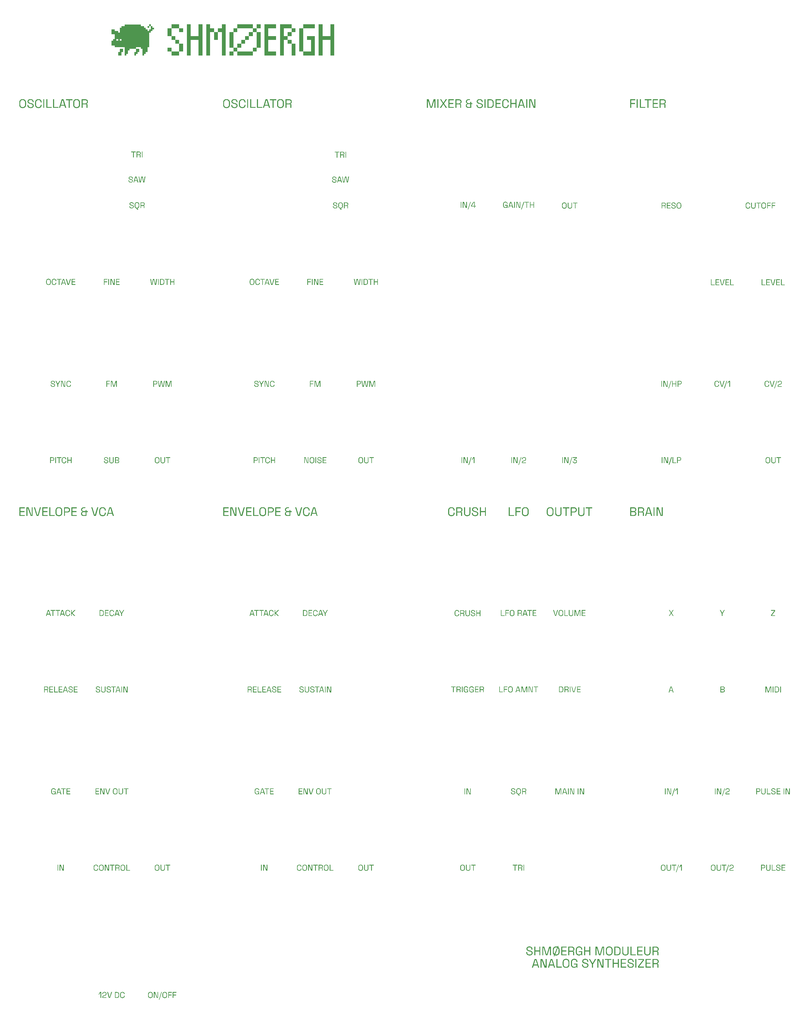
<source format=gto>
G04 #@! TF.GenerationSoftware,KiCad,Pcbnew,9.0.6*
G04 #@! TF.CreationDate,2026-01-16T17:25:07+01:00*
G04 #@! TF.ProjectId,enclosure-front,656e636c-6f73-4757-9265-2d66726f6e74,rev?*
G04 #@! TF.SameCoordinates,Original*
G04 #@! TF.FileFunction,Legend,Top*
G04 #@! TF.FilePolarity,Positive*
%FSLAX46Y46*%
G04 Gerber Fmt 4.6, Leading zero omitted, Abs format (unit mm)*
G04 Created by KiCad (PCBNEW 9.0.6) date 2026-01-16 17:25:07*
%MOMM*%
%LPD*%
G01*
G04 APERTURE LIST*
%ADD10C,0.000000*%
%ADD11C,0.247226*%
%ADD12C,0.246640*%
%ADD13C,0.218603*%
%ADD14C,0.233130*%
%ADD15C,0.237840*%
%ADD16C,0.233131*%
%ADD17C,0.182279*%
%ADD18C,0.247265*%
%ADD19C,0.246297*%
%ADD20C,0.246294*%
%ADD21C,0.211666*%
%ADD22C,0.246424*%
%ADD23C,0.245492*%
%ADD24C,0.245918*%
%ADD25C,0.245147*%
%ADD26C,0.218557*%
%ADD27C,0.246184*%
%ADD28C,0.234315*%
%ADD29C,0.245483*%
%ADD30C,0.244475*%
%ADD31C,0.246814*%
%ADD32C,0.247116*%
%ADD33C,0.246551*%
%ADD34C,0.182262*%
%ADD35C,0.205740*%
%ADD36C,3.600000*%
G04 APERTURE END LIST*
D10*
G36*
X100785866Y-276747955D02*
G01*
X101722481Y-276747955D01*
X101722481Y-276949036D01*
X100563606Y-276949036D01*
X100563606Y-275096954D01*
X100785866Y-275096954D01*
X100785866Y-276747955D01*
G37*
G36*
X143490707Y-196361984D02*
G01*
X143491172Y-196389828D01*
X143492567Y-196416804D01*
X143494892Y-196442912D01*
X143498147Y-196468151D01*
X143502331Y-196492522D01*
X143507446Y-196516025D01*
X143513491Y-196538660D01*
X143520466Y-196560427D01*
X143528371Y-196581325D01*
X143537206Y-196601355D01*
X143546972Y-196620518D01*
X143557668Y-196638812D01*
X143569295Y-196656238D01*
X143581851Y-196672796D01*
X143595339Y-196688486D01*
X143609756Y-196703308D01*
X143625507Y-196716794D01*
X143642002Y-196729466D01*
X143659241Y-196741317D01*
X143677225Y-196752338D01*
X143695953Y-196762522D01*
X143715425Y-196771861D01*
X143735642Y-196780347D01*
X143756603Y-196787973D01*
X143778309Y-196794731D01*
X143800758Y-196800613D01*
X143823952Y-196805612D01*
X143847889Y-196809719D01*
X143872571Y-196812927D01*
X143897997Y-196815228D01*
X143924167Y-196816614D01*
X143951080Y-196817078D01*
X143978458Y-196816614D01*
X144005029Y-196815228D01*
X144030794Y-196812927D01*
X144055753Y-196809719D01*
X144079906Y-196805612D01*
X144103253Y-196800613D01*
X144125793Y-196794731D01*
X144147528Y-196787973D01*
X144168456Y-196780347D01*
X144188577Y-196771861D01*
X144207893Y-196762522D01*
X144226402Y-196752338D01*
X144244104Y-196741317D01*
X144261000Y-196729466D01*
X144277090Y-196716794D01*
X144292374Y-196703308D01*
X144307259Y-196688486D01*
X144321156Y-196672796D01*
X144334068Y-196656238D01*
X144345999Y-196638812D01*
X144356954Y-196620518D01*
X144366935Y-196601355D01*
X144375948Y-196581325D01*
X144383995Y-196560427D01*
X144391081Y-196538660D01*
X144397210Y-196516025D01*
X144402385Y-196492522D01*
X144406610Y-196468151D01*
X144409890Y-196442912D01*
X144412227Y-196416804D01*
X144413627Y-196389828D01*
X144414093Y-196361984D01*
X144414093Y-195126389D01*
X144636337Y-195126389D01*
X144636337Y-196359344D01*
X144635997Y-196385886D01*
X144634978Y-196411927D01*
X144633286Y-196437464D01*
X144630922Y-196462493D01*
X144627892Y-196487010D01*
X144624200Y-196511011D01*
X144619848Y-196534493D01*
X144614841Y-196557451D01*
X144609184Y-196579883D01*
X144602878Y-196601784D01*
X144595929Y-196623150D01*
X144588341Y-196643978D01*
X144580116Y-196664264D01*
X144571260Y-196684005D01*
X144561775Y-196703195D01*
X144551666Y-196721832D01*
X144540970Y-196739880D01*
X144529716Y-196757314D01*
X144517905Y-196774144D01*
X144505535Y-196790377D01*
X144492607Y-196806020D01*
X144479121Y-196821082D01*
X144465076Y-196835569D01*
X144450474Y-196849491D01*
X144435313Y-196862855D01*
X144419594Y-196875668D01*
X144403317Y-196887938D01*
X144386481Y-196899673D01*
X144369087Y-196910882D01*
X144351134Y-196921571D01*
X144332623Y-196931748D01*
X144313553Y-196941422D01*
X144293987Y-196950539D01*
X144273992Y-196959041D01*
X144253570Y-196966930D01*
X144232725Y-196974210D01*
X144211462Y-196980886D01*
X144189785Y-196986961D01*
X144167697Y-196992439D01*
X144145203Y-196997324D01*
X144122305Y-197001620D01*
X144099010Y-197005330D01*
X144075319Y-197008459D01*
X144051237Y-197011011D01*
X144026769Y-197012989D01*
X144001917Y-197014397D01*
X143976686Y-197015238D01*
X143951080Y-197015518D01*
X143925499Y-197015238D01*
X143900347Y-197014397D01*
X143875622Y-197012989D01*
X143851319Y-197011011D01*
X143827434Y-197008459D01*
X143803964Y-197005330D01*
X143780905Y-197001620D01*
X143758253Y-196997324D01*
X143736004Y-196992439D01*
X143714155Y-196986961D01*
X143692701Y-196980886D01*
X143671639Y-196974210D01*
X143650965Y-196966930D01*
X143630675Y-196959041D01*
X143610765Y-196950539D01*
X143591232Y-196941422D01*
X143572165Y-196931748D01*
X143553656Y-196921571D01*
X143535704Y-196910882D01*
X143518311Y-196899673D01*
X143501475Y-196887938D01*
X143485198Y-196875668D01*
X143469478Y-196862855D01*
X143454317Y-196849491D01*
X143439714Y-196835569D01*
X143425669Y-196821082D01*
X143412182Y-196806020D01*
X143399253Y-196790377D01*
X143386882Y-196774144D01*
X143375069Y-196757314D01*
X143363815Y-196739880D01*
X143353119Y-196721832D01*
X143342572Y-196703195D01*
X143332763Y-196684005D01*
X143323683Y-196664264D01*
X143315324Y-196643978D01*
X143307679Y-196623150D01*
X143300740Y-196601784D01*
X143294499Y-196579883D01*
X143288948Y-196557451D01*
X143284079Y-196534493D01*
X143279885Y-196511011D01*
X143276358Y-196487010D01*
X143273489Y-196462493D01*
X143271272Y-196437464D01*
X143269698Y-196411927D01*
X143268759Y-196385886D01*
X143268448Y-196359344D01*
X143268448Y-195126389D01*
X143490707Y-195126389D01*
X143490707Y-196361984D01*
G37*
G36*
X78285042Y-195298035D02*
G01*
X77689728Y-195298035D01*
X77689728Y-196949036D01*
X77467484Y-196949036D01*
X77467484Y-195298035D01*
X76872169Y-195298035D01*
X76872169Y-195096954D01*
X78285042Y-195096954D01*
X78285042Y-195298035D01*
G37*
G36*
X75988457Y-163115067D02*
G01*
X74641907Y-163115067D01*
X74641907Y-164023117D01*
X75879799Y-164023117D01*
X75879799Y-164318024D01*
X74641907Y-164318024D01*
X74641907Y-165241608D01*
X76007858Y-165241608D01*
X76007858Y-165536530D01*
X74315941Y-165536530D01*
X74315941Y-162820145D01*
X75988457Y-162820145D01*
X75988457Y-163115067D01*
G37*
G36*
X79840797Y-195298035D02*
G01*
X79245483Y-195298035D01*
X79245483Y-196949036D01*
X79023232Y-196949036D01*
X79023232Y-195298035D01*
X78427917Y-195298035D01*
X78427917Y-195096954D01*
X79840797Y-195096954D01*
X79840797Y-195298035D01*
G37*
G36*
X17200113Y-124808777D02*
G01*
X17234509Y-124808777D01*
X17234509Y-123096924D01*
X17454113Y-123096924D01*
X17454113Y-124949005D01*
X17022842Y-124949005D01*
X16379906Y-123234505D01*
X16342863Y-123234505D01*
X16342863Y-124949005D01*
X16123259Y-124949005D01*
X16123259Y-123096924D01*
X16554529Y-123096924D01*
X17200113Y-124808777D01*
G37*
G36*
X90809189Y-165338623D02*
G01*
X90859634Y-165338623D01*
X91600822Y-162820145D01*
X91938431Y-162820145D01*
X91119637Y-165536530D01*
X90549194Y-165536530D01*
X89730392Y-162820145D01*
X90068001Y-162820145D01*
X90809189Y-165338623D01*
G37*
G36*
X146200790Y-68130539D02*
G01*
X146518280Y-68130539D01*
X146518280Y-68323685D01*
X146200790Y-68323685D01*
X146200790Y-68702034D01*
X145986465Y-68702034D01*
X145986465Y-68323685D01*
X145020737Y-68323685D01*
X145020737Y-68130539D01*
X145235062Y-68130539D01*
X145986465Y-68130539D01*
X145986465Y-66979599D01*
X145949432Y-66979599D01*
X145235062Y-68098785D01*
X145235062Y-68130539D01*
X145020737Y-68130539D01*
X145020737Y-68098785D01*
X145020737Y-68069679D01*
X145798615Y-66849953D01*
X146200790Y-66849953D01*
X146200790Y-68130539D01*
G37*
G36*
X81108283Y-147060589D02*
G01*
X81147688Y-147062729D01*
X81185907Y-147066295D01*
X81222935Y-147071288D01*
X81258770Y-147077707D01*
X81293407Y-147085552D01*
X81326842Y-147094824D01*
X81359072Y-147105522D01*
X81390092Y-147117646D01*
X81419899Y-147131197D01*
X81448490Y-147146174D01*
X81475859Y-147162576D01*
X81502004Y-147180405D01*
X81526920Y-147199660D01*
X81550604Y-147220340D01*
X81573051Y-147242447D01*
X81594198Y-147265794D01*
X81613979Y-147290195D01*
X81632397Y-147315650D01*
X81649451Y-147342159D01*
X81665140Y-147369723D01*
X81679465Y-147398341D01*
X81692426Y-147428014D01*
X81704022Y-147458740D01*
X81714255Y-147490521D01*
X81723123Y-147523356D01*
X81730627Y-147557246D01*
X81736766Y-147592190D01*
X81741541Y-147628188D01*
X81744952Y-147665240D01*
X81746998Y-147703347D01*
X81747681Y-147742508D01*
X81747681Y-147755737D01*
X81528076Y-147755737D01*
X81528076Y-147734558D01*
X81527641Y-147708578D01*
X81526335Y-147683218D01*
X81524152Y-147658477D01*
X81521090Y-147634356D01*
X81517144Y-147610856D01*
X81512310Y-147587974D01*
X81506585Y-147565713D01*
X81499965Y-147544071D01*
X81492445Y-147523049D01*
X81484023Y-147502647D01*
X81474693Y-147482865D01*
X81464453Y-147463702D01*
X81453298Y-147445159D01*
X81441225Y-147427236D01*
X81428229Y-147409933D01*
X81414307Y-147393250D01*
X81399949Y-147376908D01*
X81384653Y-147361622D01*
X81368412Y-147347389D01*
X81351217Y-147334212D01*
X81333061Y-147322089D01*
X81313937Y-147311020D01*
X81293835Y-147301006D01*
X81272750Y-147292046D01*
X81250672Y-147284140D01*
X81227595Y-147277288D01*
X81203509Y-147271491D01*
X81178409Y-147266748D01*
X81152285Y-147263059D01*
X81125130Y-147260424D01*
X81096936Y-147258843D01*
X81067696Y-147258316D01*
X81038801Y-147258904D01*
X81010657Y-147260662D01*
X80983273Y-147263584D01*
X80956656Y-147267660D01*
X80930815Y-147272884D01*
X80905756Y-147279247D01*
X80881487Y-147286742D01*
X80858017Y-147295361D01*
X80835353Y-147305096D01*
X80813503Y-147315939D01*
X80792474Y-147327883D01*
X80772275Y-147340919D01*
X80752913Y-147355041D01*
X80734396Y-147370240D01*
X80716732Y-147386509D01*
X80699928Y-147403839D01*
X80683618Y-147422165D01*
X80668416Y-147441416D01*
X80654315Y-147461589D01*
X80641307Y-147482680D01*
X80629385Y-147504685D01*
X80618540Y-147527601D01*
X80608764Y-147551424D01*
X80600051Y-147576149D01*
X80592392Y-147601773D01*
X80585779Y-147628293D01*
X80580205Y-147655704D01*
X80575662Y-147684003D01*
X80572141Y-147713186D01*
X80569637Y-147743249D01*
X80568140Y-147774188D01*
X80567642Y-147806000D01*
X80567642Y-148239929D01*
X80568140Y-148271738D01*
X80569637Y-148302676D01*
X80572141Y-148332737D01*
X80575662Y-148361919D01*
X80580205Y-148390218D01*
X80585779Y-148417630D01*
X80592392Y-148444150D01*
X80600051Y-148469776D01*
X80608764Y-148494503D01*
X80618540Y-148518328D01*
X80629385Y-148541246D01*
X80641307Y-148563253D01*
X80654315Y-148584347D01*
X80668416Y-148604523D01*
X80683618Y-148623777D01*
X80699928Y-148642105D01*
X80716732Y-148659435D01*
X80734396Y-148675703D01*
X80752913Y-148690902D01*
X80772275Y-148705022D01*
X80792474Y-148718058D01*
X80813503Y-148730001D01*
X80835353Y-148740842D01*
X80858017Y-148750576D01*
X80881487Y-148759193D01*
X80905756Y-148766687D01*
X80930815Y-148773049D01*
X80956656Y-148778271D01*
X80983273Y-148782347D01*
X81010657Y-148785267D01*
X81038801Y-148787025D01*
X81067696Y-148787613D01*
X81096936Y-148787086D01*
X81125130Y-148785504D01*
X81152285Y-148782869D01*
X81178409Y-148779179D01*
X81203509Y-148774435D01*
X81227595Y-148768637D01*
X81250672Y-148761784D01*
X81272750Y-148753878D01*
X81293835Y-148744917D01*
X81313937Y-148734902D01*
X81333061Y-148723834D01*
X81351217Y-148711711D01*
X81368412Y-148698534D01*
X81384653Y-148684303D01*
X81399949Y-148669018D01*
X81414307Y-148652679D01*
X81428229Y-148635967D01*
X81441225Y-148618584D01*
X81453298Y-148600543D01*
X81464453Y-148581856D01*
X81474693Y-148562532D01*
X81484023Y-148542586D01*
X81492445Y-148522027D01*
X81499965Y-148500868D01*
X81506585Y-148479120D01*
X81512310Y-148456795D01*
X81517144Y-148433904D01*
X81521090Y-148410459D01*
X81524152Y-148386471D01*
X81526335Y-148361953D01*
X81527641Y-148336916D01*
X81528076Y-148311371D01*
X81528076Y-148269028D01*
X81747681Y-148269028D01*
X81747681Y-148303421D01*
X81746998Y-148342582D01*
X81744952Y-148380689D01*
X81741541Y-148417741D01*
X81736766Y-148453739D01*
X81730627Y-148488683D01*
X81723123Y-148522573D01*
X81714255Y-148555409D01*
X81704022Y-148587191D01*
X81692426Y-148617918D01*
X81679465Y-148647592D01*
X81665140Y-148676211D01*
X81649451Y-148703776D01*
X81632397Y-148730287D01*
X81613979Y-148755745D01*
X81594198Y-148780148D01*
X81573051Y-148803497D01*
X81550604Y-148825601D01*
X81526920Y-148846280D01*
X81502004Y-148865532D01*
X81475859Y-148883359D01*
X81448490Y-148899760D01*
X81419899Y-148914736D01*
X81390092Y-148928285D01*
X81359072Y-148940409D01*
X81326842Y-148951106D01*
X81293407Y-148960377D01*
X81258770Y-148968223D01*
X81222935Y-148974642D01*
X81185907Y-148979634D01*
X81147688Y-148983200D01*
X81108283Y-148985340D01*
X81067696Y-148986053D01*
X81027048Y-148985309D01*
X80987450Y-148983072D01*
X80948898Y-148979339D01*
X80911388Y-148974107D01*
X80874917Y-148967370D01*
X80839481Y-148959126D01*
X80805076Y-148949370D01*
X80771697Y-148938099D01*
X80739342Y-148925308D01*
X80708005Y-148910993D01*
X80677684Y-148895151D01*
X80648375Y-148877778D01*
X80620073Y-148858869D01*
X80592776Y-148838422D01*
X80566478Y-148816431D01*
X80541176Y-148792892D01*
X80517613Y-148768400D01*
X80495543Y-148742539D01*
X80474968Y-148715306D01*
X80455893Y-148686696D01*
X80438322Y-148656706D01*
X80422258Y-148625333D01*
X80407706Y-148592571D01*
X80394669Y-148558418D01*
X80383151Y-148522870D01*
X80373156Y-148485922D01*
X80364688Y-148447571D01*
X80357751Y-148407813D01*
X80352349Y-148366644D01*
X80348486Y-148324061D01*
X80346165Y-148280059D01*
X80345390Y-148234634D01*
X80345390Y-147811310D01*
X80346165Y-147765885D01*
X80348486Y-147721883D01*
X80352349Y-147679300D01*
X80357751Y-147638131D01*
X80364688Y-147598373D01*
X80373156Y-147560021D01*
X80383151Y-147523073D01*
X80394669Y-147487524D01*
X80407706Y-147453370D01*
X80422258Y-147420608D01*
X80438322Y-147389233D01*
X80455893Y-147359242D01*
X80474968Y-147330630D01*
X80495543Y-147303395D01*
X80517613Y-147277532D01*
X80541176Y-147253036D01*
X80566478Y-147229501D01*
X80592776Y-147207512D01*
X80620073Y-147187065D01*
X80648375Y-147168157D01*
X80677684Y-147150784D01*
X80708005Y-147134942D01*
X80739342Y-147120627D01*
X80771697Y-147107836D01*
X80805076Y-147096563D01*
X80839481Y-147086807D01*
X80874917Y-147078562D01*
X80911388Y-147071824D01*
X80948898Y-147066591D01*
X80987450Y-147062858D01*
X81027048Y-147060620D01*
X81067696Y-147059875D01*
X81108283Y-147060589D01*
G37*
G36*
X198394470Y-37063274D02*
G01*
X199768188Y-37063274D01*
X199768188Y-37358200D01*
X198068497Y-37358200D01*
X198068497Y-34641811D01*
X198394470Y-34641811D01*
X198394470Y-37063274D01*
G37*
G36*
X160964325Y-69248497D02*
G01*
X160755310Y-69248497D01*
X161533188Y-66867249D01*
X161742203Y-66867249D01*
X160964325Y-69248497D01*
G37*
G36*
X38300596Y-66980244D02*
G01*
X38323532Y-66980988D01*
X38346204Y-66982229D01*
X38368604Y-66983965D01*
X38390726Y-66986198D01*
X38412561Y-66988927D01*
X38434101Y-66992152D01*
X38455339Y-66995872D01*
X38476267Y-67000089D01*
X38496877Y-67004802D01*
X38517161Y-67010011D01*
X38537112Y-67015716D01*
X38556722Y-67021917D01*
X38575982Y-67028614D01*
X38594887Y-67035807D01*
X38613426Y-67043495D01*
X38632030Y-67052147D01*
X38650138Y-67061237D01*
X38667750Y-67070768D01*
X38684865Y-67080746D01*
X38701485Y-67091172D01*
X38717608Y-67102052D01*
X38733235Y-67113389D01*
X38748366Y-67125188D01*
X38763001Y-67137451D01*
X38777139Y-67150184D01*
X38790782Y-67163389D01*
X38803928Y-67177070D01*
X38816578Y-67191232D01*
X38828732Y-67205879D01*
X38840390Y-67221014D01*
X38851551Y-67236641D01*
X38861659Y-67252299D01*
X38871142Y-67268510D01*
X38879998Y-67285272D01*
X38888222Y-67302581D01*
X38895810Y-67320432D01*
X38902758Y-67338821D01*
X38909064Y-67357746D01*
X38914721Y-67377201D01*
X38919728Y-67397184D01*
X38924080Y-67417689D01*
X38927773Y-67438715D01*
X38930803Y-67460256D01*
X38933166Y-67482308D01*
X38934859Y-67504869D01*
X38935878Y-67527934D01*
X38936218Y-67551498D01*
X38936218Y-67662621D01*
X38716614Y-67662621D01*
X38716614Y-67551498D01*
X38716397Y-67534846D01*
X38715746Y-67518625D01*
X38714661Y-67502830D01*
X38713142Y-67487457D01*
X38711189Y-67472503D01*
X38708802Y-67457965D01*
X38705981Y-67443837D01*
X38702725Y-67430116D01*
X38699036Y-67416798D01*
X38694913Y-67403879D01*
X38690355Y-67391356D01*
X38685364Y-67379224D01*
X38679938Y-67367480D01*
X38674078Y-67356120D01*
X38667785Y-67345139D01*
X38661057Y-67334534D01*
X38653489Y-67324302D01*
X38645666Y-67314438D01*
X38637579Y-67304939D01*
X38629221Y-67295800D01*
X38620585Y-67287017D01*
X38611661Y-67278587D01*
X38602443Y-67270506D01*
X38592923Y-67262770D01*
X38583092Y-67255374D01*
X38572944Y-67248316D01*
X38562471Y-67241591D01*
X38551664Y-67235195D01*
X38540516Y-67229125D01*
X38529019Y-67223377D01*
X38517165Y-67217946D01*
X38504948Y-67212830D01*
X38492422Y-67208024D01*
X38479652Y-67203528D01*
X38466642Y-67199342D01*
X38453395Y-67195466D01*
X38439916Y-67191900D01*
X38426209Y-67188645D01*
X38412276Y-67185699D01*
X38398123Y-67183064D01*
X38383752Y-67180738D01*
X38369169Y-67178723D01*
X38354376Y-67177017D01*
X38339377Y-67175622D01*
X38324177Y-67174537D01*
X38308779Y-67173762D01*
X38293187Y-67173297D01*
X38277405Y-67173141D01*
X38254864Y-67173481D01*
X38232882Y-67174495D01*
X38211457Y-67176176D01*
X38190590Y-67178516D01*
X38170281Y-67181507D01*
X38150531Y-67185141D01*
X38131338Y-67189411D01*
X38112703Y-67194309D01*
X38094627Y-67199827D01*
X38077108Y-67205958D01*
X38060148Y-67212693D01*
X38043746Y-67220024D01*
X38027902Y-67227945D01*
X38012616Y-67236448D01*
X37997888Y-67245523D01*
X37983719Y-67255165D01*
X37970262Y-67265366D01*
X37957673Y-67276120D01*
X37945953Y-67287425D01*
X37935101Y-67299276D01*
X37925117Y-67311670D01*
X37916001Y-67324603D01*
X37907753Y-67338071D01*
X37900374Y-67352069D01*
X37893863Y-67366594D01*
X37888220Y-67381643D01*
X37883445Y-67397211D01*
X37879538Y-67413294D01*
X37876500Y-67429889D01*
X37874329Y-67446992D01*
X37873027Y-67464598D01*
X37872593Y-67482704D01*
X37872779Y-67494952D01*
X37873337Y-67506889D01*
X37874267Y-67518516D01*
X37875570Y-67529834D01*
X37877244Y-67540841D01*
X37879291Y-67551538D01*
X37881709Y-67561925D01*
X37884500Y-67572002D01*
X37887663Y-67581769D01*
X37891198Y-67591226D01*
X37895104Y-67600373D01*
X37899383Y-67609210D01*
X37904034Y-67617737D01*
X37909057Y-67625953D01*
X37914452Y-67633860D01*
X37920219Y-67641457D01*
X37926328Y-67649271D01*
X37932746Y-67656841D01*
X37939474Y-67664171D01*
X37946512Y-67671264D01*
X37953861Y-67678125D01*
X37961519Y-67684757D01*
X37969487Y-67691164D01*
X37977766Y-67697351D01*
X37986355Y-67703320D01*
X37995253Y-67709076D01*
X38004462Y-67714623D01*
X38013981Y-67719965D01*
X38023810Y-67725105D01*
X38033949Y-67730048D01*
X38044398Y-67734797D01*
X38055157Y-67739357D01*
X38077486Y-67749039D01*
X38100839Y-67758288D01*
X38125245Y-67767165D01*
X38150737Y-67775732D01*
X38177346Y-67784051D01*
X38205101Y-67792184D01*
X38234035Y-67800191D01*
X38264179Y-67808136D01*
X38401760Y-67842537D01*
X38441830Y-67851838D01*
X38480722Y-67861883D01*
X38518498Y-67872673D01*
X38555219Y-67884207D01*
X38590949Y-67896485D01*
X38625748Y-67909508D01*
X38659678Y-67923277D01*
X38692802Y-67937790D01*
X38708491Y-67945387D01*
X38723803Y-67953298D01*
X38738736Y-67961527D01*
X38753285Y-67970077D01*
X38767447Y-67978952D01*
X38781217Y-67988157D01*
X38794592Y-67997696D01*
X38807567Y-68007571D01*
X38820140Y-68017788D01*
X38832305Y-68028349D01*
X38844060Y-68039260D01*
X38855400Y-68050523D01*
X38866321Y-68062143D01*
X38876820Y-68074124D01*
X38886892Y-68086469D01*
X38896534Y-68099182D01*
X38905679Y-68112299D01*
X38914263Y-68125853D01*
X38922281Y-68139849D01*
X38929729Y-68154291D01*
X38936604Y-68169183D01*
X38942901Y-68184527D01*
X38948617Y-68200329D01*
X38953748Y-68216593D01*
X38958290Y-68233321D01*
X38962239Y-68250519D01*
X38965591Y-68268189D01*
X38968343Y-68286336D01*
X38970489Y-68304964D01*
X38972028Y-68324076D01*
X38972953Y-68343677D01*
X38973263Y-68363770D01*
X38972952Y-68384419D01*
X38972017Y-68404696D01*
X38970454Y-68424601D01*
X38968260Y-68444134D01*
X38965430Y-68463296D01*
X38961960Y-68482085D01*
X38957847Y-68500502D01*
X38953086Y-68518547D01*
X38947675Y-68536220D01*
X38941608Y-68553522D01*
X38934883Y-68570451D01*
X38927495Y-68587009D01*
X38919441Y-68603194D01*
X38910716Y-68619008D01*
X38901317Y-68634451D01*
X38891239Y-68649521D01*
X38880573Y-68664683D01*
X38869412Y-68679411D01*
X38857754Y-68693705D01*
X38845599Y-68707564D01*
X38832949Y-68720989D01*
X38819803Y-68733981D01*
X38806161Y-68746537D01*
X38792022Y-68758660D01*
X38777388Y-68770349D01*
X38762257Y-68781604D01*
X38746630Y-68792425D01*
X38730508Y-68802811D01*
X38713889Y-68812764D01*
X38696774Y-68822283D01*
X38679163Y-68831368D01*
X38661057Y-68840019D01*
X38642018Y-68848174D01*
X38622603Y-68855774D01*
X38602809Y-68862825D01*
X38582631Y-68869329D01*
X38562065Y-68875290D01*
X38541109Y-68880713D01*
X38519756Y-68885601D01*
X38498005Y-68889958D01*
X38475850Y-68893789D01*
X38453289Y-68897096D01*
X38430317Y-68899883D01*
X38406930Y-68902155D01*
X38383125Y-68903916D01*
X38358897Y-68905169D01*
X38334243Y-68905917D01*
X38309158Y-68906166D01*
X38284042Y-68905887D01*
X38259295Y-68905050D01*
X38234911Y-68903654D01*
X38210889Y-68901700D01*
X38187223Y-68899188D01*
X38163909Y-68896118D01*
X38140945Y-68892490D01*
X38118326Y-68888304D01*
X38096048Y-68883559D01*
X38074107Y-68878257D01*
X38052499Y-68872396D01*
X38031221Y-68865978D01*
X38010268Y-68859002D01*
X37989638Y-68851467D01*
X37969325Y-68843375D01*
X37949326Y-68834724D01*
X37929730Y-68825486D01*
X37910635Y-68815636D01*
X37892043Y-68805181D01*
X37873960Y-68794129D01*
X37856388Y-68782488D01*
X37839331Y-68770265D01*
X37822794Y-68757469D01*
X37806780Y-68744107D01*
X37791293Y-68730187D01*
X37776337Y-68715716D01*
X37761916Y-68700703D01*
X37748034Y-68685155D01*
X37734695Y-68669079D01*
X37721902Y-68652484D01*
X37709660Y-68635378D01*
X37697971Y-68617767D01*
X37687369Y-68599628D01*
X37677394Y-68580926D01*
X37668054Y-68561659D01*
X37659358Y-68541822D01*
X37651313Y-68521411D01*
X37643927Y-68500423D01*
X37637207Y-68478854D01*
X37631162Y-68456699D01*
X37625799Y-68433956D01*
X37621126Y-68410620D01*
X37617150Y-68386687D01*
X37613880Y-68362153D01*
X37611323Y-68337015D01*
X37609487Y-68311268D01*
X37608380Y-68284909D01*
X37608009Y-68257935D01*
X37608009Y-68202377D01*
X37827614Y-68202377D01*
X37827614Y-68257935D01*
X37828141Y-68286243D01*
X37829722Y-68313621D01*
X37832358Y-68340069D01*
X37836047Y-68365587D01*
X37840791Y-68390176D01*
X37846590Y-68413833D01*
X37853442Y-68436561D01*
X37861349Y-68458359D01*
X37870310Y-68479226D01*
X37880325Y-68499163D01*
X37891394Y-68518170D01*
X37903518Y-68536247D01*
X37916696Y-68553393D01*
X37930928Y-68569610D01*
X37946214Y-68584895D01*
X37962555Y-68599251D01*
X37979732Y-68613172D01*
X37997524Y-68626167D01*
X38015930Y-68638240D01*
X38034943Y-68649394D01*
X38054562Y-68659634D01*
X38074781Y-68668964D01*
X38095596Y-68677386D01*
X38117005Y-68684906D01*
X38139003Y-68691527D01*
X38161587Y-68697252D01*
X38184751Y-68702086D01*
X38208493Y-68706033D01*
X38232809Y-68709096D01*
X38257694Y-68711279D01*
X38283145Y-68712586D01*
X38309158Y-68713020D01*
X38336010Y-68712618D01*
X38362002Y-68711418D01*
X38387141Y-68709427D01*
X38411435Y-68706653D01*
X38434892Y-68703104D01*
X38457520Y-68698787D01*
X38479326Y-68693711D01*
X38500319Y-68687882D01*
X38520505Y-68681310D01*
X38539893Y-68674001D01*
X38558490Y-68665964D01*
X38576304Y-68657206D01*
X38593344Y-68647734D01*
X38609616Y-68637558D01*
X38625128Y-68626684D01*
X38639889Y-68615120D01*
X38653810Y-68602968D01*
X38666806Y-68590331D01*
X38678879Y-68577222D01*
X38690033Y-68563651D01*
X38700273Y-68549631D01*
X38709602Y-68535173D01*
X38718024Y-68520288D01*
X38725543Y-68504989D01*
X38732164Y-68489286D01*
X38737889Y-68473192D01*
X38742722Y-68456718D01*
X38746668Y-68439876D01*
X38749730Y-68422677D01*
X38751913Y-68405133D01*
X38753220Y-68387256D01*
X38753654Y-68369057D01*
X38753439Y-68356344D01*
X38752797Y-68343995D01*
X38751736Y-68332002D01*
X38750265Y-68320359D01*
X38748391Y-68309056D01*
X38746121Y-68298086D01*
X38743464Y-68287441D01*
X38740427Y-68277115D01*
X38737018Y-68267098D01*
X38733244Y-68257384D01*
X38729114Y-68247965D01*
X38724635Y-68238832D01*
X38719815Y-68229979D01*
X38714661Y-68221397D01*
X38709182Y-68213079D01*
X38703384Y-68205017D01*
X38696780Y-68197202D01*
X38689861Y-68189627D01*
X38682625Y-68182285D01*
X38675067Y-68175167D01*
X38667183Y-68168266D01*
X38658970Y-68161575D01*
X38650424Y-68155085D01*
X38641540Y-68148789D01*
X38632315Y-68142680D01*
X38622746Y-68136748D01*
X38612827Y-68130987D01*
X38602556Y-68125389D01*
X38591929Y-68119946D01*
X38580941Y-68114650D01*
X38569589Y-68109494D01*
X38557869Y-68104469D01*
X38534437Y-68095550D01*
X38509828Y-68086693D01*
X38484103Y-68077960D01*
X38457324Y-68069413D01*
X38429553Y-68061114D01*
X38400852Y-68053124D01*
X38371283Y-68045507D01*
X38340908Y-68038322D01*
X38203323Y-68003937D01*
X38163264Y-67993642D01*
X38124445Y-67982604D01*
X38086866Y-67970820D01*
X38050527Y-67958293D01*
X38015428Y-67945021D01*
X37981570Y-67931005D01*
X37948951Y-67916245D01*
X37917572Y-67900742D01*
X37901944Y-67893146D01*
X37886805Y-67885241D01*
X37872146Y-67877025D01*
X37857960Y-67868498D01*
X37844238Y-67859662D01*
X37830974Y-67850515D01*
X37818160Y-67841058D01*
X37805787Y-67831291D01*
X37793848Y-67821214D01*
X37782336Y-67810827D01*
X37771243Y-67800130D01*
X37760560Y-67789123D01*
X37750280Y-67777806D01*
X37740396Y-67766180D01*
X37730899Y-67754243D01*
X37721783Y-67741997D01*
X37713598Y-67729377D01*
X37705913Y-67716319D01*
X37698732Y-67702819D01*
X37692058Y-67688873D01*
X37685896Y-67674478D01*
X37680250Y-67659630D01*
X37675122Y-67644324D01*
X37670518Y-67628557D01*
X37666442Y-67612325D01*
X37662896Y-67595624D01*
X37659885Y-67578450D01*
X37657412Y-67560800D01*
X37655483Y-67542668D01*
X37654100Y-67524052D01*
X37653267Y-67504948D01*
X37652988Y-67485352D01*
X37653298Y-67466159D01*
X37654229Y-67447276D01*
X37655779Y-67428704D01*
X37657949Y-67410441D01*
X37660740Y-67392489D01*
X37664151Y-67374847D01*
X37668182Y-67357514D01*
X37672832Y-67340492D01*
X37678104Y-67323780D01*
X37683995Y-67307378D01*
X37690506Y-67291286D01*
X37697638Y-67275504D01*
X37705389Y-67260032D01*
X37713761Y-67244870D01*
X37722753Y-67230019D01*
X37732365Y-67215477D01*
X37742504Y-67201306D01*
X37753082Y-67187569D01*
X37764102Y-67174267D01*
X37775567Y-67161399D01*
X37787481Y-67148965D01*
X37799850Y-67136966D01*
X37812675Y-67125400D01*
X37825962Y-67114269D01*
X37839714Y-67103572D01*
X37853935Y-67093309D01*
X37868629Y-67083481D01*
X37883799Y-67074086D01*
X37899450Y-67065125D01*
X37915586Y-67056599D01*
X37932209Y-67048506D01*
X37949326Y-67040848D01*
X37967340Y-67033625D01*
X37985669Y-67026840D01*
X38004316Y-67020497D01*
X38023284Y-67014599D01*
X38042577Y-67009151D01*
X38062200Y-67004156D01*
X38082157Y-66999618D01*
X38102450Y-66995542D01*
X38123085Y-66991930D01*
X38144065Y-66988787D01*
X38165393Y-66986117D01*
X38187074Y-66983924D01*
X38209112Y-66982211D01*
X38231511Y-66980983D01*
X38254274Y-66980243D01*
X38277405Y-66979996D01*
X38300596Y-66980244D01*
G37*
G36*
X203183890Y-304690902D02*
G01*
X203214619Y-304691863D01*
X203244961Y-304693473D01*
X203274905Y-304695736D01*
X203304440Y-304698660D01*
X203333554Y-304702248D01*
X203362236Y-304706508D01*
X203390474Y-304711445D01*
X203418258Y-304717064D01*
X203445576Y-304723372D01*
X203472416Y-304730374D01*
X203498768Y-304738077D01*
X203524619Y-304746485D01*
X203549959Y-304755604D01*
X203574777Y-304765441D01*
X203599060Y-304776001D01*
X203622069Y-304787187D01*
X203644527Y-304798924D01*
X203666428Y-304811218D01*
X203687766Y-304824075D01*
X203708535Y-304837501D01*
X203728730Y-304851500D01*
X203748346Y-304866080D01*
X203767376Y-304881245D01*
X203785815Y-304897001D01*
X203803657Y-304913354D01*
X203820896Y-304930309D01*
X203837528Y-304947873D01*
X203853545Y-304966050D01*
X203868943Y-304984847D01*
X203883716Y-305004269D01*
X203897858Y-305024323D01*
X203911228Y-305044922D01*
X203923695Y-305065982D01*
X203935264Y-305087509D01*
X203945940Y-305109509D01*
X203955730Y-305131987D01*
X203964639Y-305154948D01*
X203972672Y-305178398D01*
X203979836Y-305202343D01*
X203986135Y-305226788D01*
X203991576Y-305251740D01*
X203996165Y-305277202D01*
X203999906Y-305303182D01*
X204002806Y-305329685D01*
X204004871Y-305356715D01*
X204006105Y-305384280D01*
X204006516Y-305412384D01*
X204006516Y-305455078D01*
X204006015Y-305488093D01*
X204004515Y-305520204D01*
X204002014Y-305551417D01*
X203998513Y-305581738D01*
X203994011Y-305611173D01*
X203988509Y-305639727D01*
X203982006Y-305667405D01*
X203974503Y-305694214D01*
X203965999Y-305720159D01*
X203956494Y-305745245D01*
X203945988Y-305769478D01*
X203934482Y-305792865D01*
X203921975Y-305815410D01*
X203908467Y-305837119D01*
X203893958Y-305857998D01*
X203878448Y-305878052D01*
X203862262Y-305896648D01*
X203845711Y-305914590D01*
X203828795Y-305931862D01*
X203811516Y-305948445D01*
X203793872Y-305964324D01*
X203775864Y-305979481D01*
X203757492Y-305993899D01*
X203738756Y-306007561D01*
X203719656Y-306020449D01*
X203700193Y-306032548D01*
X203680366Y-306043839D01*
X203660175Y-306054305D01*
X203639620Y-306063930D01*
X203618702Y-306072697D01*
X203597420Y-306080587D01*
X203575775Y-306087585D01*
X203575775Y-306141937D01*
X203593054Y-306142982D01*
X203609970Y-306144658D01*
X203626522Y-306146959D01*
X203642711Y-306149881D01*
X203658536Y-306153417D01*
X203673998Y-306157561D01*
X203689096Y-306162308D01*
X203703831Y-306167652D01*
X203718201Y-306173587D01*
X203732208Y-306180108D01*
X203745852Y-306187208D01*
X203759131Y-306194882D01*
X203772046Y-306203124D01*
X203784598Y-306211928D01*
X203796785Y-306221289D01*
X203808609Y-306231201D01*
X203819202Y-306242476D01*
X203829153Y-306254472D01*
X203838456Y-306267185D01*
X203847106Y-306280608D01*
X203855097Y-306294736D01*
X203862423Y-306309564D01*
X203869078Y-306325084D01*
X203875057Y-306341293D01*
X203880354Y-306358185D01*
X203884964Y-306375753D01*
X203888880Y-306393992D01*
X203892097Y-306412896D01*
X203894608Y-306432461D01*
X203896410Y-306452679D01*
X203897495Y-306473546D01*
X203897858Y-306495056D01*
X203897858Y-307406982D01*
X203575775Y-307406982D01*
X203575775Y-306533844D01*
X203575503Y-306519519D01*
X203574691Y-306505644D01*
X203573345Y-306492212D01*
X203571470Y-306479218D01*
X203569072Y-306466656D01*
X203566157Y-306454521D01*
X203562730Y-306442806D01*
X203558798Y-306431507D01*
X203554365Y-306420617D01*
X203549438Y-306410131D01*
X203544022Y-306400043D01*
X203538123Y-306390348D01*
X203531747Y-306381039D01*
X203524899Y-306372112D01*
X203517585Y-306363560D01*
X203509811Y-306355377D01*
X203502217Y-306347644D01*
X203493997Y-306340451D01*
X203485164Y-306333792D01*
X203475729Y-306327662D01*
X203465703Y-306322055D01*
X203455097Y-306316965D01*
X203443923Y-306312387D01*
X203432192Y-306308315D01*
X203419915Y-306304744D01*
X203407105Y-306301667D01*
X203393771Y-306299078D01*
X203379926Y-306296974D01*
X203365581Y-306295347D01*
X203350746Y-306294191D01*
X203335434Y-306293502D01*
X203319656Y-306293274D01*
X202380569Y-306293274D01*
X202380569Y-307406982D01*
X202054596Y-307406982D01*
X202054596Y-305998352D01*
X202054596Y-304985535D01*
X202380569Y-304985535D01*
X202380569Y-305998352D01*
X203121750Y-305998352D01*
X203154721Y-305997808D01*
X203186698Y-305996184D01*
X203217685Y-305993492D01*
X203247688Y-305989742D01*
X203276713Y-305984946D01*
X203304766Y-305979116D01*
X203331853Y-305972262D01*
X203357979Y-305964397D01*
X203383150Y-305955532D01*
X203407372Y-305945678D01*
X203430651Y-305934846D01*
X203452992Y-305923048D01*
X203474401Y-305910296D01*
X203494885Y-305896600D01*
X203514448Y-305881973D01*
X203533096Y-305866425D01*
X203551376Y-305850005D01*
X203568394Y-305832769D01*
X203584162Y-305814714D01*
X203598692Y-305795842D01*
X203611994Y-305776151D01*
X203624079Y-305755642D01*
X203634960Y-305734315D01*
X203644648Y-305712170D01*
X203653153Y-305689205D01*
X203660487Y-305665423D01*
X203666662Y-305640821D01*
X203671689Y-305615400D01*
X203675579Y-305589160D01*
X203678344Y-305562101D01*
X203679994Y-305534222D01*
X203680542Y-305505524D01*
X203680542Y-305478363D01*
X203679995Y-305449626D01*
X203678351Y-305421627D01*
X203675605Y-305394378D01*
X203671750Y-305367890D01*
X203666781Y-305342175D01*
X203660692Y-305317243D01*
X203653477Y-305293108D01*
X203645132Y-305269779D01*
X203635650Y-305247269D01*
X203625025Y-305225590D01*
X203613253Y-305204751D01*
X203600327Y-305184766D01*
X203586241Y-305165646D01*
X203570991Y-305147401D01*
X203554570Y-305130044D01*
X203536972Y-305113586D01*
X203518964Y-305098077D01*
X203499870Y-305083568D01*
X203479696Y-305070061D01*
X203458449Y-305057555D01*
X203436132Y-305046050D01*
X203412753Y-305035546D01*
X203388317Y-305026043D01*
X203362829Y-305017540D01*
X203336296Y-305010038D01*
X203308722Y-305003537D01*
X203280113Y-304998036D01*
X203250476Y-304993535D01*
X203219815Y-304990035D01*
X203188137Y-304987535D01*
X203155446Y-304986035D01*
X203121750Y-304985535D01*
X202380569Y-304985535D01*
X202054596Y-304985535D01*
X202054596Y-304690582D01*
X203152786Y-304690582D01*
X203183890Y-304690902D01*
G37*
G36*
X223409790Y-252808792D02*
G01*
X223444183Y-252808792D01*
X223444183Y-251096954D01*
X223663788Y-251096954D01*
X223663788Y-252949036D01*
X223232513Y-252949036D01*
X222589584Y-251234543D01*
X222552536Y-251234543D01*
X222552536Y-252949036D01*
X222332932Y-252949036D01*
X222332932Y-251096954D01*
X222764206Y-251096954D01*
X223409790Y-252808792D01*
G37*
G36*
X95066902Y-195298035D02*
G01*
X94148804Y-195298035D01*
X94148804Y-195917145D01*
X94992813Y-195917145D01*
X94992813Y-196118240D01*
X94148804Y-196118240D01*
X94148804Y-196747940D01*
X95080132Y-196747940D01*
X95080132Y-196949036D01*
X93926544Y-196949036D01*
X93926544Y-195096954D01*
X95066902Y-195096954D01*
X95066902Y-195298035D01*
G37*
G36*
X157697296Y-35848663D02*
G01*
X158970123Y-35848663D01*
X158970123Y-34641811D01*
X159296082Y-34641811D01*
X159296082Y-37358200D01*
X158970123Y-37358200D01*
X158970123Y-36143585D01*
X157697296Y-36143585D01*
X157697296Y-37358200D01*
X157371323Y-37358200D01*
X157371323Y-34641811D01*
X157697296Y-34641811D01*
X157697296Y-35848663D01*
G37*
G36*
X158787506Y-68719330D02*
G01*
X158565247Y-68719330D01*
X158565247Y-66867249D01*
X158787506Y-66867249D01*
X158787506Y-68719330D01*
G37*
G36*
X13551173Y-123060124D02*
G01*
X13574108Y-123060868D01*
X13596780Y-123062108D01*
X13619181Y-123063845D01*
X13641302Y-123066078D01*
X13663137Y-123068807D01*
X13684677Y-123072032D01*
X13705914Y-123075753D01*
X13726842Y-123079971D01*
X13747452Y-123084684D01*
X13767736Y-123089894D01*
X13787687Y-123095599D01*
X13807297Y-123101801D01*
X13826558Y-123108499D01*
X13845463Y-123115693D01*
X13864003Y-123123383D01*
X13882607Y-123132033D01*
X13900714Y-123141122D01*
X13918326Y-123150653D01*
X13935441Y-123160630D01*
X13952060Y-123171056D01*
X13968183Y-123181936D01*
X13983810Y-123193273D01*
X13998941Y-123205071D01*
X14013575Y-123217335D01*
X14027714Y-123230067D01*
X14041357Y-123243272D01*
X14054503Y-123256953D01*
X14067153Y-123271115D01*
X14079308Y-123285761D01*
X14090966Y-123300895D01*
X14102128Y-123316521D01*
X14112235Y-123332179D01*
X14121718Y-123348391D01*
X14130574Y-123365153D01*
X14138798Y-123382462D01*
X14146386Y-123400313D01*
X14153334Y-123418703D01*
X14159639Y-123437628D01*
X14165297Y-123457084D01*
X14170304Y-123477067D01*
X14174656Y-123497573D01*
X14178349Y-123518598D01*
X14181379Y-123540139D01*
X14183743Y-123562191D01*
X14185436Y-123584751D01*
X14186455Y-123607815D01*
X14186795Y-123631378D01*
X14186795Y-123742508D01*
X13967190Y-123742508D01*
X13967190Y-123631378D01*
X13966973Y-123614727D01*
X13966322Y-123598507D01*
X13965236Y-123582713D01*
X13963717Y-123567341D01*
X13961764Y-123552388D01*
X13959376Y-123537850D01*
X13956555Y-123523723D01*
X13953299Y-123510002D01*
X13949610Y-123496685D01*
X13945486Y-123483766D01*
X13940928Y-123471243D01*
X13935936Y-123459112D01*
X13930510Y-123447368D01*
X13924650Y-123436007D01*
X13918356Y-123425026D01*
X13911628Y-123414421D01*
X13904061Y-123404188D01*
X13896239Y-123394323D01*
X13888153Y-123384823D01*
X13879795Y-123375683D01*
X13871159Y-123366900D01*
X13862236Y-123358469D01*
X13853018Y-123350387D01*
X13843498Y-123342650D01*
X13833668Y-123335255D01*
X13823520Y-123328196D01*
X13813046Y-123321471D01*
X13802239Y-123315075D01*
X13791091Y-123309005D01*
X13779595Y-123303257D01*
X13767741Y-123297826D01*
X13755524Y-123292709D01*
X13742998Y-123287903D01*
X13730228Y-123283407D01*
X13717218Y-123279222D01*
X13703971Y-123275346D01*
X13690492Y-123271780D01*
X13676785Y-123268524D01*
X13662852Y-123265579D01*
X13648699Y-123262943D01*
X13634328Y-123260618D01*
X13619744Y-123258602D01*
X13604951Y-123256897D01*
X13589953Y-123255502D01*
X13574753Y-123254417D01*
X13559355Y-123253641D01*
X13543763Y-123253176D01*
X13527982Y-123253021D01*
X13505441Y-123253361D01*
X13483457Y-123254376D01*
X13462033Y-123256057D01*
X13441166Y-123258397D01*
X13420857Y-123261388D01*
X13401106Y-123265023D01*
X13381914Y-123269294D01*
X13363279Y-123274192D01*
X13345203Y-123279710D01*
X13327684Y-123285841D01*
X13310724Y-123292576D01*
X13294322Y-123299907D01*
X13278478Y-123307828D01*
X13263192Y-123316329D01*
X13248465Y-123325404D01*
X13234295Y-123335045D01*
X13220838Y-123345245D01*
X13208250Y-123356000D01*
X13196530Y-123367305D01*
X13185678Y-123379156D01*
X13175694Y-123391550D01*
X13166578Y-123404483D01*
X13158331Y-123417951D01*
X13150951Y-123431950D01*
X13144440Y-123446475D01*
X13138797Y-123461525D01*
X13134022Y-123477093D01*
X13130115Y-123493177D01*
X13127077Y-123509773D01*
X13124906Y-123526876D01*
X13123604Y-123544484D01*
X13123170Y-123562592D01*
X13123356Y-123574839D01*
X13123914Y-123586776D01*
X13124844Y-123598403D01*
X13126146Y-123609720D01*
X13127821Y-123620727D01*
X13129867Y-123631423D01*
X13132286Y-123641810D01*
X13135076Y-123651886D01*
X13138239Y-123661652D01*
X13141773Y-123671109D01*
X13145680Y-123680255D01*
X13149959Y-123689091D01*
X13154610Y-123697617D01*
X13159632Y-123705834D01*
X13165027Y-123713740D01*
X13170794Y-123721336D01*
X13176903Y-123729151D01*
X13183321Y-123736721D01*
X13190049Y-123744051D01*
X13197087Y-123751144D01*
X13204436Y-123758005D01*
X13212094Y-123764637D01*
X13220063Y-123771044D01*
X13228341Y-123777230D01*
X13236930Y-123783200D01*
X13245829Y-123788956D01*
X13255038Y-123794503D01*
X13264556Y-123799845D01*
X13274385Y-123804985D01*
X13284524Y-123809928D01*
X13294973Y-123814677D01*
X13305732Y-123819237D01*
X13328061Y-123828919D01*
X13351414Y-123838168D01*
X13375821Y-123847045D01*
X13401313Y-123855613D01*
X13427921Y-123863933D01*
X13455677Y-123872067D01*
X13484610Y-123880076D01*
X13514753Y-123888023D01*
X13652336Y-123922417D01*
X13692406Y-123931718D01*
X13731298Y-123941764D01*
X13769073Y-123952555D01*
X13805795Y-123964090D01*
X13841524Y-123976370D01*
X13876323Y-123989395D01*
X13910254Y-124003164D01*
X13943378Y-124017677D01*
X13959067Y-124025273D01*
X13974379Y-124033183D01*
X13989312Y-124041411D01*
X14003861Y-124049961D01*
X14018022Y-124058836D01*
X14031792Y-124068041D01*
X14045166Y-124077580D01*
X14058141Y-124087456D01*
X14070713Y-124097673D01*
X14082879Y-124108235D01*
X14094633Y-124119146D01*
X14105973Y-124130409D01*
X14116894Y-124142030D01*
X14127393Y-124154011D01*
X14137465Y-124166356D01*
X14147107Y-124179070D01*
X14156253Y-124192186D01*
X14164837Y-124205740D01*
X14172856Y-124219736D01*
X14180304Y-124234177D01*
X14187179Y-124249068D01*
X14193476Y-124264412D01*
X14199192Y-124280214D01*
X14204323Y-124296476D01*
X14208865Y-124313204D01*
X14212814Y-124330401D01*
X14216165Y-124348070D01*
X14218916Y-124366217D01*
X14221063Y-124384844D01*
X14222601Y-124403956D01*
X14223527Y-124423556D01*
X14223836Y-124443649D01*
X14223525Y-124464300D01*
X14222591Y-124484578D01*
X14221028Y-124504485D01*
X14218834Y-124524019D01*
X14216004Y-124543180D01*
X14212535Y-124561970D01*
X14208422Y-124580387D01*
X14203662Y-124598433D01*
X14198251Y-124616106D01*
X14192185Y-124633407D01*
X14185460Y-124650336D01*
X14178072Y-124666893D01*
X14170018Y-124683078D01*
X14161293Y-124698891D01*
X14151894Y-124714332D01*
X14141816Y-124729401D01*
X14131150Y-124744563D01*
X14119988Y-124759291D01*
X14108330Y-124773585D01*
X14096175Y-124787445D01*
X14083525Y-124800871D01*
X14070378Y-124813863D01*
X14056736Y-124826420D01*
X14042597Y-124838544D01*
X14027962Y-124850233D01*
X14012831Y-124861489D01*
X13997204Y-124872310D01*
X13981081Y-124882697D01*
X13964462Y-124892651D01*
X13947347Y-124902170D01*
X13929735Y-124911255D01*
X13911628Y-124919907D01*
X13892590Y-124928061D01*
X13873176Y-124935662D01*
X13853382Y-124942712D01*
X13833204Y-124949216D01*
X13812639Y-124955178D01*
X13791682Y-124960600D01*
X13770330Y-124965489D01*
X13748579Y-124969846D01*
X13726424Y-124973676D01*
X13703863Y-124976983D01*
X13680891Y-124979771D01*
X13657504Y-124982043D01*
X13633699Y-124983803D01*
X13609471Y-124985056D01*
X13584817Y-124985805D01*
X13559732Y-124986053D01*
X13534617Y-124985774D01*
X13509870Y-124984937D01*
X13485487Y-124983541D01*
X13461464Y-124981586D01*
X13437798Y-124979074D01*
X13414485Y-124976003D01*
X13391521Y-124972374D01*
X13368901Y-124968187D01*
X13346623Y-124963442D01*
X13324682Y-124958139D01*
X13303074Y-124952278D01*
X13281795Y-124945859D01*
X13260843Y-124938882D01*
X13240211Y-124931347D01*
X13219898Y-124923255D01*
X13199899Y-124914604D01*
X13180304Y-124905366D01*
X13161209Y-124895516D01*
X13142617Y-124885061D01*
X13124534Y-124874009D01*
X13106962Y-124862368D01*
X13089905Y-124850145D01*
X13073368Y-124837349D01*
X13057354Y-124823987D01*
X13041868Y-124810067D01*
X13026912Y-124795596D01*
X13012491Y-124780583D01*
X12998609Y-124765035D01*
X12985269Y-124748959D01*
X12972476Y-124732364D01*
X12960233Y-124715258D01*
X12948545Y-124697647D01*
X12937942Y-124679509D01*
X12927967Y-124660808D01*
X12918628Y-124641542D01*
X12909932Y-124621706D01*
X12901887Y-124601296D01*
X12894501Y-124580308D01*
X12887782Y-124558739D01*
X12881737Y-124536585D01*
X12876375Y-124513841D01*
X12871702Y-124490505D01*
X12867727Y-124466571D01*
X12864457Y-124442037D01*
X12861900Y-124416898D01*
X12860064Y-124391150D01*
X12858957Y-124364790D01*
X12858586Y-124337814D01*
X12858586Y-124282257D01*
X13078191Y-124282257D01*
X13078191Y-124337814D01*
X13078718Y-124366123D01*
X13080299Y-124393501D01*
X13082935Y-124419949D01*
X13086624Y-124445467D01*
X13091368Y-124470055D01*
X13097166Y-124493713D01*
X13104019Y-124516441D01*
X13111925Y-124538239D01*
X13120886Y-124559106D01*
X13130901Y-124579043D01*
X13141970Y-124598050D01*
X13154093Y-124616127D01*
X13167270Y-124633273D01*
X13181502Y-124649489D01*
X13196788Y-124664775D01*
X13213128Y-124679131D01*
X13230305Y-124693052D01*
X13248097Y-124706046D01*
X13266503Y-124718119D01*
X13285516Y-124729274D01*
X13305135Y-124739514D01*
X13325354Y-124748843D01*
X13346170Y-124757266D01*
X13367579Y-124764786D01*
X13389577Y-124771406D01*
X13412160Y-124777132D01*
X13435325Y-124781966D01*
X13459067Y-124785913D01*
X13483382Y-124788975D01*
X13508268Y-124791158D01*
X13533719Y-124792465D01*
X13559732Y-124792900D01*
X13586585Y-124792498D01*
X13612577Y-124791298D01*
X13637716Y-124789308D01*
X13662011Y-124786534D01*
X13685468Y-124782985D01*
X13708096Y-124778669D01*
X13729902Y-124773594D01*
X13750894Y-124767766D01*
X13771080Y-124761194D01*
X13790468Y-124753886D01*
X13809065Y-124745850D01*
X13826879Y-124737092D01*
X13843918Y-124727621D01*
X13860190Y-124717445D01*
X13875702Y-124706571D01*
X13890462Y-124695007D01*
X13904384Y-124682854D01*
X13917380Y-124670216D01*
X13929453Y-124657105D01*
X13940608Y-124643534D01*
X13950848Y-124629513D01*
X13960178Y-124615054D01*
X13968601Y-124600169D01*
X13976120Y-124584869D01*
X13982741Y-124569167D01*
X13988466Y-124553072D01*
X13993299Y-124536598D01*
X13997246Y-124519756D01*
X14000308Y-124502557D01*
X14002491Y-124485013D01*
X14003798Y-124467136D01*
X14004232Y-124448936D01*
X14004017Y-124436224D01*
X14003375Y-124423875D01*
X14002314Y-124411883D01*
X14000842Y-124400239D01*
X13998968Y-124388937D01*
X13996698Y-124377967D01*
X13994041Y-124367324D01*
X13991003Y-124356997D01*
X13987594Y-124346981D01*
X13983820Y-124337267D01*
X13979690Y-124327848D01*
X13975211Y-124318715D01*
X13970391Y-124309861D01*
X13965237Y-124301279D01*
X13959758Y-124292960D01*
X13953961Y-124284897D01*
X13947356Y-124277082D01*
X13940438Y-124269507D01*
X13933201Y-124262165D01*
X13925643Y-124255048D01*
X13917759Y-124248148D01*
X13909545Y-124241457D01*
X13900999Y-124234968D01*
X13892115Y-124228673D01*
X13882890Y-124222564D01*
X13873320Y-124216633D01*
X13863402Y-124210873D01*
X13853130Y-124205275D01*
X13842502Y-124199832D01*
X13831514Y-124194537D01*
X13820161Y-124189381D01*
X13808440Y-124184357D01*
X13785010Y-124175438D01*
X13760402Y-124166581D01*
X13734678Y-124157848D01*
X13707899Y-124149301D01*
X13680128Y-124141001D01*
X13651427Y-124133012D01*
X13621858Y-124125394D01*
X13591482Y-124118210D01*
X13453898Y-124083817D01*
X13413839Y-124073523D01*
X13375020Y-124062485D01*
X13337441Y-124050703D01*
X13301102Y-124038177D01*
X13266003Y-124024906D01*
X13232145Y-124010892D01*
X13199527Y-123996133D01*
X13168149Y-123980629D01*
X13152521Y-123973032D01*
X13137381Y-123965126D01*
X13122722Y-123956909D01*
X13108535Y-123948382D01*
X13094814Y-123939546D01*
X13081550Y-123930399D01*
X13068735Y-123920942D01*
X13056363Y-123911175D01*
X13044424Y-123901098D01*
X13032912Y-123890711D01*
X13021818Y-123880013D01*
X13011136Y-123869006D01*
X13000856Y-123857689D01*
X12990971Y-123846061D01*
X12981475Y-123834124D01*
X12972358Y-123821877D01*
X12964173Y-123809256D01*
X12956488Y-123796199D01*
X12949307Y-123782699D01*
X12942634Y-123768754D01*
X12936472Y-123754360D01*
X12930826Y-123739512D01*
X12925699Y-123724206D01*
X12921095Y-123708440D01*
X12917018Y-123692208D01*
X12913473Y-123675507D01*
X12910462Y-123658333D01*
X12907990Y-123640683D01*
X12906060Y-123622551D01*
X12904677Y-123603934D01*
X12903845Y-123584829D01*
X12903566Y-123565231D01*
X12903876Y-123546039D01*
X12904807Y-123527156D01*
X12906357Y-123508584D01*
X12908527Y-123490322D01*
X12911318Y-123472370D01*
X12914728Y-123454728D01*
X12918759Y-123437397D01*
X12923410Y-123420375D01*
X12928681Y-123403663D01*
X12934572Y-123387261D01*
X12941083Y-123371169D01*
X12948214Y-123355387D01*
X12955966Y-123339915D01*
X12964337Y-123324752D01*
X12973329Y-123309900D01*
X12982941Y-123295357D01*
X12993080Y-123281187D01*
X13003658Y-123267451D01*
X13014677Y-123254150D01*
X13026142Y-123241282D01*
X13038057Y-123228849D01*
X13050425Y-123216849D01*
X13063250Y-123205284D01*
X13076537Y-123194153D01*
X13090289Y-123183456D01*
X13104509Y-123173193D01*
X13119203Y-123163364D01*
X13134373Y-123153970D01*
X13150024Y-123145010D01*
X13166159Y-123136484D01*
X13182783Y-123128392D01*
X13199899Y-123120735D01*
X13217914Y-123113511D01*
X13236243Y-123106725D01*
X13254890Y-123100381D01*
X13273858Y-123094482D01*
X13293152Y-123089033D01*
X13312776Y-123084038D01*
X13332733Y-123079499D01*
X13353027Y-123075422D01*
X13373662Y-123071810D01*
X13394642Y-123068667D01*
X13415970Y-123065997D01*
X13437652Y-123063804D01*
X13459690Y-123062091D01*
X13482088Y-123060863D01*
X13504851Y-123060123D01*
X13527982Y-123059875D01*
X13551173Y-123060124D01*
G37*
G36*
X82275138Y-195060619D02*
G01*
X82314543Y-195062759D01*
X82352761Y-195066325D01*
X82389790Y-195071318D01*
X82425625Y-195077737D01*
X82460262Y-195085582D01*
X82493697Y-195094853D01*
X82525927Y-195105551D01*
X82556947Y-195117674D01*
X82586754Y-195131224D01*
X82615345Y-195146199D01*
X82642714Y-195162600D01*
X82668859Y-195180427D01*
X82693775Y-195199680D01*
X82717459Y-195220358D01*
X82739906Y-195242462D01*
X82761052Y-195265812D01*
X82780834Y-195290215D01*
X82799252Y-195315672D01*
X82816306Y-195342183D01*
X82831995Y-195369749D01*
X82846320Y-195398368D01*
X82859281Y-195428041D01*
X82870877Y-195458769D01*
X82881110Y-195490550D01*
X82889978Y-195523386D01*
X82897481Y-195557276D01*
X82903621Y-195592220D01*
X82908396Y-195628218D01*
X82911807Y-195665271D01*
X82913853Y-195703377D01*
X82914536Y-195742538D01*
X82914536Y-195755753D01*
X82694931Y-195755753D01*
X82694931Y-195734589D01*
X82694496Y-195708606D01*
X82693189Y-195683243D01*
X82691006Y-195658501D01*
X82687943Y-195634378D01*
X82683997Y-195610876D01*
X82679163Y-195587994D01*
X82673437Y-195565732D01*
X82666817Y-195544090D01*
X82659297Y-195523069D01*
X82650874Y-195502667D01*
X82641545Y-195482885D01*
X82631305Y-195463724D01*
X82620150Y-195445183D01*
X82608077Y-195427262D01*
X82595082Y-195409961D01*
X82581161Y-195393280D01*
X82566804Y-195376939D01*
X82551508Y-195361652D01*
X82535266Y-195347420D01*
X82518072Y-195334242D01*
X82499916Y-195322119D01*
X82480791Y-195311050D01*
X82460690Y-195301036D01*
X82439605Y-195292076D01*
X82417527Y-195284170D01*
X82394449Y-195277319D01*
X82370364Y-195271522D01*
X82345263Y-195266778D01*
X82319139Y-195263089D01*
X82291984Y-195260454D01*
X82263791Y-195258874D01*
X82234550Y-195258347D01*
X82205654Y-195258934D01*
X82177510Y-195260692D01*
X82150125Y-195263613D01*
X82123508Y-195267688D01*
X82097666Y-195272911D01*
X82072607Y-195279273D01*
X82048339Y-195286766D01*
X82024869Y-195295383D01*
X82002205Y-195305117D01*
X81980356Y-195315959D01*
X81959327Y-195327902D01*
X81939129Y-195340937D01*
X81919767Y-195355058D01*
X81901251Y-195370256D01*
X81883587Y-195386524D01*
X81866783Y-195403854D01*
X81850473Y-195422180D01*
X81835271Y-195441432D01*
X81821170Y-195461605D01*
X81808161Y-195482697D01*
X81796238Y-195504704D01*
X81785392Y-195527621D01*
X81775616Y-195551445D01*
X81766902Y-195576172D01*
X81759242Y-195601798D01*
X81752629Y-195628319D01*
X81747054Y-195655731D01*
X81742510Y-195684031D01*
X81738989Y-195713215D01*
X81736484Y-195743279D01*
X81734987Y-195774218D01*
X81734489Y-195806030D01*
X81734489Y-196239944D01*
X81734987Y-196271756D01*
X81736484Y-196302696D01*
X81738989Y-196332759D01*
X81742510Y-196361943D01*
X81747054Y-196390243D01*
X81752629Y-196417656D01*
X81759242Y-196444177D01*
X81766902Y-196469803D01*
X81775616Y-196494530D01*
X81785392Y-196518354D01*
X81796238Y-196541271D01*
X81808161Y-196563277D01*
X81821170Y-196584369D01*
X81835271Y-196604543D01*
X81850473Y-196623795D01*
X81866783Y-196642120D01*
X81883587Y-196659451D01*
X81901251Y-196675719D01*
X81919767Y-196690918D01*
X81939129Y-196705040D01*
X81959327Y-196718077D01*
X81980356Y-196730021D01*
X82002205Y-196740864D01*
X82024869Y-196750599D01*
X82048339Y-196759218D01*
X82072607Y-196766713D01*
X82097666Y-196773076D01*
X82123508Y-196778299D01*
X82150125Y-196782376D01*
X82177510Y-196785297D01*
X82205654Y-196787056D01*
X82234550Y-196787643D01*
X82263791Y-196787116D01*
X82291984Y-196785534D01*
X82319139Y-196782898D01*
X82345263Y-196779207D01*
X82370364Y-196774462D01*
X82394449Y-196768662D01*
X82417527Y-196761808D01*
X82439605Y-196753901D01*
X82460690Y-196744938D01*
X82480791Y-196734922D01*
X82499916Y-196723852D01*
X82518072Y-196711728D01*
X82535266Y-196698551D01*
X82551508Y-196684319D01*
X82566804Y-196669034D01*
X82581161Y-196652695D01*
X82595082Y-196635985D01*
X82608077Y-196618604D01*
X82620150Y-196600564D01*
X82631305Y-196581877D01*
X82641545Y-196562554D01*
X82650874Y-196542608D01*
X82659297Y-196522049D01*
X82666817Y-196500889D01*
X82673437Y-196479140D01*
X82679163Y-196456814D01*
X82683997Y-196433922D01*
X82687943Y-196410476D01*
X82691006Y-196386488D01*
X82693189Y-196361969D01*
X82694496Y-196336931D01*
X82694931Y-196311386D01*
X82694931Y-196269043D01*
X82914536Y-196269043D01*
X82914536Y-196303452D01*
X82913853Y-196342610D01*
X82911807Y-196380714D01*
X82908396Y-196417765D01*
X82903621Y-196453761D01*
X82897481Y-196488704D01*
X82889978Y-196522592D01*
X82881110Y-196555427D01*
X82870877Y-196587208D01*
X82859281Y-196617935D01*
X82846320Y-196647608D01*
X82831995Y-196676227D01*
X82816306Y-196703792D01*
X82799252Y-196730303D01*
X82780834Y-196755760D01*
X82761052Y-196780163D01*
X82739906Y-196803513D01*
X82717459Y-196825619D01*
X82693775Y-196846299D01*
X82668859Y-196865553D01*
X82642714Y-196883381D01*
X82615345Y-196899782D01*
X82586754Y-196914758D01*
X82556947Y-196928307D01*
X82525927Y-196940430D01*
X82493697Y-196951126D01*
X82460262Y-196960397D01*
X82425625Y-196968241D01*
X82389790Y-196974659D01*
X82352761Y-196979651D01*
X82314543Y-196983216D01*
X82275138Y-196985356D01*
X82234550Y-196986069D01*
X82193902Y-196985324D01*
X82154304Y-196983087D01*
X82115753Y-196979355D01*
X82078243Y-196974122D01*
X82041772Y-196967386D01*
X82006336Y-196959142D01*
X81971930Y-196949387D01*
X81938552Y-196938116D01*
X81906196Y-196925326D01*
X81874860Y-196911012D01*
X81844539Y-196895172D01*
X81815230Y-196877800D01*
X81786928Y-196858893D01*
X81759630Y-196838447D01*
X81733333Y-196816458D01*
X81708031Y-196792923D01*
X81684468Y-196768428D01*
X81662398Y-196742565D01*
X81641823Y-196715329D01*
X81622748Y-196686718D01*
X81605177Y-196656727D01*
X81589113Y-196625352D01*
X81574560Y-196592589D01*
X81561523Y-196558435D01*
X81550006Y-196522886D01*
X81540011Y-196485938D01*
X81531543Y-196447587D01*
X81524606Y-196407829D01*
X81519204Y-196366660D01*
X81515341Y-196324076D01*
X81513020Y-196280074D01*
X81512245Y-196234650D01*
X81512245Y-195811325D01*
X81513020Y-195765901D01*
X81515341Y-195721899D01*
X81519204Y-195679315D01*
X81524606Y-195638146D01*
X81531543Y-195598388D01*
X81540011Y-195560037D01*
X81550006Y-195523088D01*
X81561523Y-195487539D01*
X81574560Y-195453385D01*
X81589113Y-195420623D01*
X81605177Y-195389248D01*
X81622748Y-195359257D01*
X81641823Y-195330646D01*
X81662398Y-195303410D01*
X81684468Y-195277547D01*
X81708031Y-195253052D01*
X81733333Y-195229516D01*
X81759630Y-195207528D01*
X81786928Y-195187082D01*
X81815230Y-195168175D01*
X81844539Y-195150803D01*
X81874860Y-195134962D01*
X81906196Y-195120649D01*
X81938552Y-195107859D01*
X81971930Y-195096588D01*
X82006336Y-195086832D01*
X82041772Y-195078589D01*
X82078243Y-195071852D01*
X82115753Y-195066620D01*
X82154304Y-195062887D01*
X82193902Y-195060651D01*
X82234550Y-195059906D01*
X82275138Y-195060619D01*
G37*
G36*
X171454422Y-307406982D02*
G01*
X171116806Y-307406982D01*
X170907257Y-306720154D01*
X169750854Y-306720154D01*
X169541290Y-307406982D01*
X169203674Y-307406982D01*
X169506627Y-306425201D01*
X169836212Y-306425201D01*
X170821884Y-306425201D01*
X170356216Y-304888519D01*
X170301880Y-304888519D01*
X169836212Y-306425201D01*
X169506627Y-306425201D01*
X170041885Y-304690582D01*
X170616211Y-304690582D01*
X171454422Y-307406982D01*
G37*
G36*
X34539238Y-91273590D02*
G01*
X33621132Y-91273590D01*
X33621132Y-91892715D01*
X34465157Y-91892715D01*
X34465157Y-92093796D01*
X33621132Y-92093796D01*
X33621132Y-92723503D01*
X34552467Y-92723503D01*
X34552467Y-92924591D01*
X33398884Y-92924591D01*
X33398884Y-91072502D01*
X34539238Y-91072502D01*
X34539238Y-91273590D01*
G37*
G36*
X82262337Y-220949020D02*
G01*
X82032150Y-220949020D01*
X81889282Y-220480698D01*
X81100822Y-220480698D01*
X80957939Y-220949020D01*
X80727753Y-220949020D01*
X80934313Y-220279617D01*
X81159027Y-220279617D01*
X81831070Y-220279617D01*
X81513565Y-219231873D01*
X81476524Y-219231873D01*
X81159027Y-220279617D01*
X80934313Y-220279617D01*
X81299255Y-219096939D01*
X81690842Y-219096939D01*
X82262337Y-220949020D01*
G37*
G36*
X160524551Y-220931732D02*
G01*
X160294357Y-220931732D01*
X160151489Y-220463425D01*
X159363022Y-220463425D01*
X159220154Y-220931732D01*
X158989960Y-220931732D01*
X159196520Y-220262329D01*
X159421234Y-220262329D01*
X160093277Y-220262329D01*
X159775772Y-219214600D01*
X159738739Y-219214600D01*
X159421234Y-220262329D01*
X159196520Y-220262329D01*
X159561462Y-219079651D01*
X159953049Y-219079651D01*
X160524551Y-220931732D01*
G37*
G36*
X98485634Y-196949036D02*
G01*
X98255447Y-196949036D01*
X98112579Y-196480713D01*
X97324120Y-196480713D01*
X97181236Y-196949036D01*
X96951057Y-196949036D01*
X97157615Y-196279633D01*
X97382324Y-196279633D01*
X98054367Y-196279633D01*
X97736870Y-195231888D01*
X97699821Y-195231888D01*
X97382324Y-196279633D01*
X97157615Y-196279633D01*
X97522552Y-195096954D01*
X97914139Y-195096954D01*
X98485634Y-196949036D01*
G37*
G36*
X192887085Y-302622284D02*
G01*
X192887767Y-302663121D01*
X192889814Y-302702684D01*
X192893225Y-302740975D01*
X192898000Y-302777992D01*
X192904139Y-302813736D01*
X192911643Y-302848206D01*
X192920512Y-302881403D01*
X192930744Y-302913326D01*
X192942341Y-302943976D01*
X192955302Y-302973353D01*
X192969628Y-303001455D01*
X192985318Y-303028285D01*
X193002373Y-303053840D01*
X193020791Y-303078122D01*
X193040574Y-303101130D01*
X193061722Y-303122864D01*
X193084821Y-303142647D01*
X193109012Y-303161235D01*
X193134295Y-303178618D01*
X193160670Y-303194784D01*
X193188136Y-303209721D01*
X193216694Y-303223419D01*
X193246343Y-303235866D01*
X193277084Y-303247051D01*
X193308917Y-303256963D01*
X193341841Y-303265589D01*
X193375856Y-303272920D01*
X193410963Y-303278943D01*
X193447161Y-303283647D01*
X193484450Y-303287021D01*
X193522830Y-303289054D01*
X193562302Y-303289734D01*
X193602457Y-303289054D01*
X193641430Y-303287021D01*
X193679221Y-303283647D01*
X193715830Y-303278943D01*
X193751256Y-303272920D01*
X193785499Y-303265589D01*
X193818560Y-303256963D01*
X193850439Y-303247051D01*
X193881135Y-303235866D01*
X193910649Y-303223419D01*
X193938980Y-303209721D01*
X193966129Y-303194784D01*
X193992095Y-303178618D01*
X194016878Y-303161235D01*
X194040479Y-303142647D01*
X194062897Y-303122864D01*
X194084726Y-303101130D01*
X194105107Y-303078122D01*
X194124043Y-303053840D01*
X194141541Y-303028285D01*
X194157607Y-303001455D01*
X194172246Y-302973353D01*
X194185463Y-302943976D01*
X194197266Y-302913326D01*
X194207658Y-302881403D01*
X194216647Y-302848206D01*
X194224237Y-302813736D01*
X194230434Y-302777992D01*
X194235244Y-302740975D01*
X194238673Y-302702684D01*
X194240726Y-302663121D01*
X194241409Y-302622284D01*
X194241409Y-300810059D01*
X194567383Y-300810059D01*
X194567383Y-302618408D01*
X194566883Y-302657331D01*
X194565389Y-302695522D01*
X194562906Y-302732975D01*
X194559438Y-302769683D01*
X194554994Y-302805642D01*
X194549576Y-302840845D01*
X194543193Y-302875287D01*
X194535849Y-302908962D01*
X194527549Y-302941864D01*
X194518301Y-302973988D01*
X194508108Y-303005327D01*
X194496978Y-303035876D01*
X194484916Y-303065629D01*
X194471926Y-303094580D01*
X194458017Y-303122724D01*
X194443192Y-303150055D01*
X194427504Y-303176519D01*
X194410998Y-303202085D01*
X194393673Y-303226765D01*
X194375529Y-303250570D01*
X194356566Y-303273511D01*
X194336784Y-303295601D01*
X194316183Y-303316849D01*
X194294764Y-303337269D01*
X194272525Y-303356870D01*
X194249468Y-303375665D01*
X194225592Y-303393665D01*
X194200898Y-303410882D01*
X194175385Y-303427325D01*
X194149053Y-303443008D01*
X194121902Y-303457942D01*
X194093933Y-303472137D01*
X194065243Y-303485508D01*
X194035921Y-303497974D01*
X194005973Y-303509542D01*
X193975405Y-303520218D01*
X193944222Y-303530006D01*
X193912431Y-303538914D01*
X193880037Y-303546946D01*
X193847046Y-303554108D01*
X193813463Y-303560406D01*
X193779294Y-303565845D01*
X193744546Y-303570433D01*
X193709223Y-303574173D01*
X193673331Y-303577072D01*
X193636877Y-303579136D01*
X193599865Y-303580370D01*
X193562302Y-303580780D01*
X193524785Y-303580370D01*
X193487898Y-303579136D01*
X193451637Y-303577072D01*
X193415995Y-303574173D01*
X193380967Y-303570433D01*
X193346547Y-303565845D01*
X193312729Y-303560406D01*
X193279509Y-303554108D01*
X193246879Y-303546946D01*
X193214836Y-303538914D01*
X193183373Y-303530006D01*
X193152484Y-303520218D01*
X193122164Y-303509542D01*
X193092407Y-303497974D01*
X193063208Y-303485508D01*
X193034561Y-303472137D01*
X193006592Y-303457942D01*
X192979442Y-303443008D01*
X192953111Y-303427325D01*
X192927598Y-303410882D01*
X192902905Y-303393665D01*
X192879030Y-303375665D01*
X192855974Y-303356870D01*
X192833736Y-303337269D01*
X192812318Y-303316849D01*
X192791717Y-303295601D01*
X192771935Y-303273511D01*
X192752972Y-303250570D01*
X192734827Y-303226765D01*
X192717501Y-303202085D01*
X192700993Y-303176519D01*
X192685303Y-303150055D01*
X192669839Y-303122724D01*
X192655456Y-303094580D01*
X192642141Y-303065629D01*
X192629884Y-303035876D01*
X192618672Y-303005327D01*
X192608495Y-302973988D01*
X192599342Y-302941864D01*
X192591200Y-302908962D01*
X192584059Y-302875287D01*
X192577906Y-302840845D01*
X192572732Y-302805642D01*
X192568524Y-302769683D01*
X192565270Y-302732975D01*
X192562961Y-302695522D01*
X192561583Y-302657331D01*
X192561127Y-302618408D01*
X192561127Y-300810059D01*
X192887085Y-300810059D01*
X192887085Y-302622284D01*
G37*
G36*
X175982376Y-196332550D02*
G01*
X175982841Y-196360394D01*
X175984236Y-196387370D01*
X175986561Y-196413478D01*
X175989815Y-196438717D01*
X175994000Y-196463088D01*
X175999115Y-196486591D01*
X176005160Y-196509226D01*
X176012135Y-196530993D01*
X176020040Y-196551891D01*
X176028875Y-196571921D01*
X176038641Y-196591083D01*
X176049337Y-196609378D01*
X176060963Y-196626804D01*
X176073520Y-196643362D01*
X176087007Y-196659052D01*
X176101425Y-196673874D01*
X176117175Y-196687357D01*
X176133670Y-196700028D01*
X176150910Y-196711877D01*
X176168893Y-196722897D01*
X176187621Y-196733081D01*
X176207094Y-196742420D01*
X176227311Y-196750907D01*
X176248272Y-196758533D01*
X176269977Y-196765292D01*
X176292427Y-196771175D01*
X176315620Y-196776175D01*
X176339558Y-196780282D01*
X176364240Y-196783491D01*
X176389666Y-196785793D01*
X176415835Y-196787179D01*
X176442749Y-196787643D01*
X176470127Y-196787179D01*
X176496698Y-196785793D01*
X176522463Y-196783491D01*
X176547422Y-196780282D01*
X176571575Y-196776175D01*
X176594922Y-196771175D01*
X176617462Y-196765292D01*
X176639196Y-196758533D01*
X176660124Y-196750907D01*
X176680246Y-196742420D01*
X176699561Y-196733081D01*
X176718070Y-196722897D01*
X176735773Y-196711877D01*
X176752669Y-196700028D01*
X176768759Y-196687357D01*
X176784042Y-196673874D01*
X176798928Y-196659052D01*
X176812824Y-196643362D01*
X176825737Y-196626804D01*
X176837668Y-196609378D01*
X176848622Y-196591083D01*
X176858604Y-196571921D01*
X176867616Y-196551891D01*
X176875664Y-196530993D01*
X176882750Y-196509226D01*
X176888878Y-196486591D01*
X176894053Y-196463088D01*
X176898279Y-196438717D01*
X176901558Y-196413478D01*
X176903896Y-196387370D01*
X176905296Y-196360394D01*
X176905762Y-196332550D01*
X176905762Y-195096954D01*
X177128006Y-195096954D01*
X177128006Y-196329895D01*
X177127666Y-196356437D01*
X177126647Y-196382478D01*
X177124954Y-196408016D01*
X177122591Y-196433046D01*
X177119561Y-196457564D01*
X177115868Y-196481566D01*
X177111517Y-196505049D01*
X177106510Y-196528009D01*
X177100852Y-196550443D01*
X177094547Y-196572345D01*
X177087598Y-196593713D01*
X177080009Y-196614542D01*
X177071785Y-196634829D01*
X177062929Y-196654570D01*
X177053444Y-196673761D01*
X177043335Y-196692398D01*
X177032639Y-196710443D01*
X177021385Y-196727875D01*
X177009573Y-196744703D01*
X176997203Y-196760934D01*
X176984275Y-196776576D01*
X176970789Y-196791637D01*
X176956745Y-196806124D01*
X176942142Y-196820045D01*
X176926982Y-196833409D01*
X176911263Y-196846223D01*
X176894985Y-196858494D01*
X176878150Y-196870231D01*
X176860755Y-196881441D01*
X176842803Y-196892131D01*
X176824291Y-196902311D01*
X176805222Y-196911987D01*
X176785656Y-196921102D01*
X176765660Y-196929601D01*
X176745238Y-196937488D01*
X176724394Y-196944767D01*
X176703131Y-196951441D01*
X176681454Y-196957515D01*
X176659366Y-196962992D01*
X176636871Y-196967876D01*
X176613974Y-196972172D01*
X176590678Y-196975882D01*
X176566987Y-196979010D01*
X176542906Y-196981562D01*
X176518437Y-196983539D01*
X176493586Y-196984947D01*
X176468355Y-196985789D01*
X176442749Y-196986069D01*
X176417167Y-196985789D01*
X176392016Y-196984947D01*
X176367290Y-196983539D01*
X176342987Y-196981562D01*
X176319103Y-196979010D01*
X176295633Y-196975882D01*
X176272574Y-196972172D01*
X176249922Y-196967876D01*
X176227673Y-196962992D01*
X176205824Y-196957515D01*
X176184370Y-196951441D01*
X176163308Y-196944767D01*
X176142634Y-196937488D01*
X176122344Y-196929601D01*
X176102434Y-196921102D01*
X176082901Y-196911987D01*
X176063834Y-196902311D01*
X176045324Y-196892131D01*
X176027373Y-196881441D01*
X176009979Y-196870231D01*
X175993144Y-196858494D01*
X175976867Y-196846223D01*
X175961147Y-196833409D01*
X175945986Y-196820045D01*
X175931383Y-196806124D01*
X175917337Y-196791637D01*
X175903850Y-196776576D01*
X175890921Y-196760934D01*
X175878551Y-196744703D01*
X175866738Y-196727875D01*
X175855484Y-196710443D01*
X175844788Y-196692398D01*
X175834241Y-196673761D01*
X175824432Y-196654570D01*
X175815352Y-196634829D01*
X175806993Y-196614542D01*
X175799348Y-196593713D01*
X175792409Y-196572345D01*
X175786168Y-196550443D01*
X175780617Y-196528009D01*
X175775748Y-196505049D01*
X175771554Y-196481566D01*
X175768027Y-196457564D01*
X175765158Y-196433046D01*
X175762941Y-196408016D01*
X175761367Y-196382478D01*
X175760428Y-196356437D01*
X175760117Y-196329895D01*
X175760117Y-195096954D01*
X175982376Y-195096954D01*
X175982376Y-196332550D01*
G37*
G36*
X16216696Y-252949036D02*
G01*
X15986509Y-252949036D01*
X15843634Y-252480713D01*
X15055176Y-252480713D01*
X14912301Y-252949036D01*
X14682114Y-252949036D01*
X14888672Y-252279633D01*
X15113384Y-252279633D01*
X15785425Y-252279633D01*
X15467926Y-251231888D01*
X15430884Y-251231888D01*
X15113384Y-252279633D01*
X14888672Y-252279633D01*
X15253613Y-251096954D01*
X15645197Y-251096954D01*
X16216696Y-252949036D01*
G37*
G36*
X157215286Y-165241608D02*
G01*
X158589005Y-165241608D01*
X158589005Y-165536530D01*
X156889313Y-165536530D01*
X156889313Y-162820145D01*
X157215286Y-162820145D01*
X157215286Y-165241608D01*
G37*
G36*
X143179199Y-252949036D02*
G01*
X142956955Y-252949036D01*
X142956955Y-251096954D01*
X143179199Y-251096954D01*
X143179199Y-252949036D01*
G37*
G36*
X76933685Y-196949036D02*
G01*
X76703499Y-196949036D01*
X76560631Y-196480713D01*
X75772171Y-196480713D01*
X75629295Y-196949036D01*
X75399109Y-196949036D01*
X75605669Y-196279633D01*
X75830383Y-196279633D01*
X76502426Y-196279633D01*
X76184921Y-195231888D01*
X76147873Y-195231888D01*
X75830383Y-196279633D01*
X75605669Y-196279633D01*
X75970612Y-195096954D01*
X76362198Y-195096954D01*
X76933685Y-196949036D01*
G37*
G36*
X99307983Y-220949020D02*
G01*
X99085724Y-220949020D01*
X99085724Y-219096939D01*
X99307983Y-219096939D01*
X99307983Y-220949020D01*
G37*
G36*
X198615470Y-162820464D02*
G01*
X198646199Y-162821425D01*
X198676541Y-162823035D01*
X198706485Y-162825298D01*
X198736020Y-162828220D01*
X198765134Y-162831807D01*
X198793815Y-162836065D01*
X198822054Y-162841000D01*
X198849838Y-162846616D01*
X198877155Y-162852920D01*
X198903996Y-162859917D01*
X198930347Y-162867613D01*
X198956199Y-162876014D01*
X198981539Y-162885126D01*
X199006356Y-162894953D01*
X199030640Y-162905502D01*
X199053646Y-162916691D01*
X199076102Y-162928431D01*
X199098002Y-162940728D01*
X199119339Y-162953588D01*
X199140108Y-162967016D01*
X199160303Y-162981019D01*
X199179919Y-162995601D01*
X199198950Y-163010769D01*
X199217389Y-163026528D01*
X199235232Y-163042884D01*
X199252473Y-163059842D01*
X199269105Y-163077408D01*
X199285124Y-163095589D01*
X199300522Y-163114389D01*
X199315295Y-163133814D01*
X199329437Y-163153870D01*
X199342808Y-163174471D01*
X199355275Y-163195533D01*
X199366844Y-163217061D01*
X199377520Y-163239060D01*
X199387310Y-163261537D01*
X199396218Y-163284497D01*
X199404252Y-163307945D01*
X199411415Y-163331888D01*
X199417715Y-163356331D01*
X199423156Y-163381280D01*
X199427744Y-163406741D01*
X199431486Y-163432719D01*
X199434386Y-163459219D01*
X199436450Y-163486249D01*
X199437685Y-163513812D01*
X199438095Y-163541916D01*
X199438095Y-163584610D01*
X199437595Y-163617625D01*
X199436094Y-163649736D01*
X199433594Y-163680949D01*
X199430092Y-163711270D01*
X199425591Y-163740705D01*
X199420088Y-163769259D01*
X199413586Y-163796937D01*
X199406082Y-163823746D01*
X199397578Y-163849690D01*
X199388073Y-163874777D01*
X199377568Y-163899010D01*
X199366062Y-163922397D01*
X199353555Y-163944942D01*
X199340047Y-163966651D01*
X199325538Y-163987529D01*
X199310028Y-164007584D01*
X199293841Y-164026180D01*
X199277290Y-164044123D01*
X199260375Y-164061395D01*
X199243095Y-164077980D01*
X199225451Y-164093860D01*
X199207444Y-164109018D01*
X199189072Y-164123437D01*
X199170336Y-164137100D01*
X199151236Y-164149990D01*
X199131772Y-164162090D01*
X199111945Y-164173382D01*
X199091754Y-164183850D01*
X199071200Y-164193476D01*
X199050281Y-164202243D01*
X199029000Y-164210134D01*
X199007355Y-164217133D01*
X199007355Y-164271469D01*
X199024634Y-164272513D01*
X199041550Y-164274188D01*
X199058102Y-164276488D01*
X199074291Y-164279408D01*
X199090116Y-164282942D01*
X199105578Y-164287084D01*
X199120676Y-164291829D01*
X199135410Y-164297171D01*
X199149781Y-164303104D01*
X199163788Y-164309622D01*
X199177431Y-164316721D01*
X199190711Y-164324394D01*
X199203626Y-164332636D01*
X199216178Y-164341441D01*
X199228365Y-164350804D01*
X199240189Y-164360718D01*
X199250781Y-164371995D01*
X199260732Y-164383995D01*
X199270036Y-164396710D01*
X199278686Y-164410136D01*
X199286676Y-164424267D01*
X199294002Y-164439096D01*
X199300658Y-164454620D01*
X199306637Y-164470831D01*
X199311934Y-164487724D01*
X199316543Y-164505294D01*
X199320459Y-164523535D01*
X199323676Y-164542441D01*
X199326188Y-164562006D01*
X199327989Y-164582225D01*
X199329074Y-164603093D01*
X199329437Y-164624603D01*
X199329437Y-165536530D01*
X199007355Y-165536530D01*
X199007355Y-164663406D01*
X199007083Y-164649081D01*
X199006271Y-164635205D01*
X199004924Y-164621771D01*
X199003049Y-164608775D01*
X199000651Y-164596211D01*
X198997736Y-164584073D01*
X198994309Y-164572355D01*
X198990376Y-164561052D01*
X198985942Y-164550159D01*
X198981014Y-164539669D01*
X198975597Y-164529577D01*
X198969697Y-164519878D01*
X198963319Y-164510566D01*
X198956469Y-164501635D01*
X198949152Y-164493079D01*
X198941376Y-164484894D01*
X198933784Y-164477163D01*
X198925567Y-164469972D01*
X198916735Y-164463316D01*
X198907302Y-164457187D01*
X198897277Y-164451582D01*
X198886673Y-164446493D01*
X198875500Y-164441916D01*
X198863770Y-164437845D01*
X198851494Y-164434274D01*
X198838683Y-164431198D01*
X198825350Y-164428610D01*
X198811505Y-164426505D01*
X198797160Y-164424878D01*
X198782326Y-164423723D01*
X198767014Y-164423034D01*
X198751236Y-164422806D01*
X197812134Y-164422806D01*
X197812134Y-165536530D01*
X197486176Y-165536530D01*
X197486176Y-164127899D01*
X197486176Y-163115067D01*
X197812134Y-163115067D01*
X197812134Y-164127899D01*
X198553329Y-164127899D01*
X198586301Y-164127355D01*
X198618277Y-164125731D01*
X198649264Y-164123037D01*
X198679267Y-164119286D01*
X198708293Y-164114489D01*
X198736346Y-164108657D01*
X198763432Y-164101802D01*
X198789558Y-164093935D01*
X198814730Y-164085067D01*
X198838952Y-164075211D01*
X198862230Y-164064377D01*
X198884572Y-164052576D01*
X198905981Y-164039821D01*
X198926464Y-164026123D01*
X198946027Y-164011492D01*
X198964676Y-163995941D01*
X198982956Y-163979527D01*
X198999974Y-163962294D01*
X199015742Y-163944242D01*
X199030271Y-163925371D01*
X199043573Y-163905682D01*
X199055659Y-163885173D01*
X199066540Y-163863846D01*
X199076227Y-163841700D01*
X199084732Y-163818735D01*
X199092067Y-163794951D01*
X199098242Y-163770348D01*
X199103269Y-163744927D01*
X199107159Y-163718687D01*
X199109924Y-163691629D01*
X199111574Y-163663751D01*
X199112122Y-163635056D01*
X199112122Y-163607895D01*
X199111575Y-163579158D01*
X199109931Y-163551160D01*
X199107184Y-163523911D01*
X199103329Y-163497424D01*
X199098360Y-163471709D01*
X199092271Y-163446779D01*
X199085057Y-163422644D01*
X199076712Y-163399317D01*
X199067230Y-163376808D01*
X199056605Y-163355128D01*
X199044833Y-163334290D01*
X199031906Y-163314305D01*
X199017821Y-163295183D01*
X199002570Y-163276938D01*
X198986149Y-163259579D01*
X198968552Y-163243118D01*
X198950543Y-163227611D01*
X198931450Y-163213105D01*
X198911276Y-163199599D01*
X198890028Y-163187093D01*
X198867712Y-163175589D01*
X198844333Y-163165085D01*
X198819897Y-163155581D01*
X198794409Y-163147078D01*
X198767875Y-163139575D01*
X198740301Y-163133072D01*
X198711693Y-163127571D01*
X198682055Y-163123069D01*
X198651395Y-163119568D01*
X198619716Y-163117067D01*
X198587026Y-163115567D01*
X198553329Y-163115067D01*
X197812134Y-163115067D01*
X197486176Y-163115067D01*
X197486176Y-162820145D01*
X198584366Y-162820145D01*
X198615470Y-162820464D01*
G37*
G36*
X4734217Y-163115067D02*
G01*
X3387664Y-163115067D01*
X3387664Y-164023117D01*
X4625561Y-164023117D01*
X4625561Y-164318024D01*
X3387664Y-164318024D01*
X3387664Y-165241608D01*
X4753619Y-165241608D01*
X4753619Y-165536530D01*
X3061697Y-165536530D01*
X3061697Y-162820145D01*
X4734217Y-162820145D01*
X4734217Y-163115067D01*
G37*
G36*
X157957678Y-195060651D02*
G01*
X157997767Y-195062887D01*
X158036803Y-195066620D01*
X158074784Y-195071852D01*
X158111710Y-195078589D01*
X158147583Y-195086832D01*
X158182401Y-195096588D01*
X158216166Y-195107859D01*
X158248876Y-195120649D01*
X158280532Y-195134962D01*
X158311134Y-195150803D01*
X158340682Y-195168175D01*
X158369176Y-195187082D01*
X158396616Y-195207528D01*
X158423002Y-195229516D01*
X158448334Y-195253052D01*
X158471899Y-195277547D01*
X158493972Y-195303410D01*
X158514549Y-195330646D01*
X158533625Y-195359257D01*
X158551198Y-195389248D01*
X158567263Y-195420623D01*
X158581817Y-195453385D01*
X158594854Y-195487539D01*
X158606373Y-195523088D01*
X158616368Y-195560037D01*
X158624836Y-195598388D01*
X158631773Y-195638146D01*
X158637175Y-195679315D01*
X158641039Y-195721899D01*
X158643360Y-195765901D01*
X158644135Y-195811325D01*
X158644135Y-196234650D01*
X158643360Y-196280074D01*
X158641039Y-196324076D01*
X158637175Y-196366660D01*
X158631773Y-196407829D01*
X158624836Y-196447587D01*
X158616368Y-196485938D01*
X158606373Y-196522886D01*
X158594854Y-196558435D01*
X158581817Y-196592589D01*
X158567263Y-196625352D01*
X158551198Y-196656727D01*
X158533625Y-196686718D01*
X158514549Y-196715329D01*
X158493972Y-196742565D01*
X158471899Y-196768428D01*
X158448334Y-196792923D01*
X158423002Y-196816458D01*
X158396616Y-196838447D01*
X158369176Y-196858893D01*
X158340682Y-196877800D01*
X158311134Y-196895172D01*
X158280532Y-196911012D01*
X158248876Y-196925326D01*
X158216166Y-196938116D01*
X158182401Y-196949387D01*
X158147583Y-196959142D01*
X158111710Y-196967386D01*
X158074784Y-196974122D01*
X158036803Y-196979355D01*
X157997767Y-196983087D01*
X157957678Y-196985324D01*
X157916534Y-196986069D01*
X157875855Y-196985324D01*
X157836172Y-196983087D01*
X157797489Y-196979355D01*
X157759809Y-196974122D01*
X157723137Y-196967386D01*
X157687476Y-196959142D01*
X157652831Y-196949387D01*
X157619205Y-196938116D01*
X157586603Y-196925326D01*
X157555027Y-196911012D01*
X157524483Y-196895172D01*
X157494973Y-196877800D01*
X157466502Y-196858893D01*
X157439073Y-196838447D01*
X157412691Y-196816458D01*
X157387360Y-196792923D01*
X157363794Y-196768428D01*
X157341721Y-196742565D01*
X157321145Y-196715329D01*
X157302068Y-196686718D01*
X157284495Y-196656727D01*
X157268430Y-196625352D01*
X157253877Y-196592589D01*
X157240839Y-196558435D01*
X157229321Y-196522886D01*
X157219325Y-196485938D01*
X157210857Y-196447587D01*
X157203920Y-196407829D01*
X157198518Y-196366660D01*
X157194654Y-196324076D01*
X157192333Y-196280074D01*
X157191694Y-196242599D01*
X157413818Y-196242599D01*
X157414316Y-196274379D01*
X157415813Y-196305232D01*
X157418318Y-196335164D01*
X157421838Y-196364177D01*
X157426381Y-196392276D01*
X157431955Y-196419464D01*
X157438568Y-196445746D01*
X157446228Y-196471125D01*
X157454942Y-196495605D01*
X157464718Y-196519190D01*
X157475563Y-196541883D01*
X157487487Y-196563690D01*
X157500496Y-196584613D01*
X157514598Y-196604657D01*
X157529800Y-196623824D01*
X157546112Y-196642120D01*
X157563354Y-196659451D01*
X157581347Y-196675719D01*
X157600099Y-196690918D01*
X157619618Y-196705040D01*
X157639912Y-196718077D01*
X157660989Y-196730021D01*
X157682857Y-196740864D01*
X157705523Y-196750599D01*
X157728995Y-196759218D01*
X157753281Y-196766713D01*
X157778389Y-196773076D01*
X157804327Y-196778299D01*
X157831103Y-196782376D01*
X157858724Y-196785297D01*
X157887199Y-196787056D01*
X157916534Y-196787643D01*
X157946361Y-196787056D01*
X157975320Y-196785297D01*
X158003410Y-196782376D01*
X158030632Y-196778299D01*
X158056986Y-196773076D01*
X158082472Y-196766713D01*
X158107089Y-196759218D01*
X158130838Y-196750599D01*
X158153720Y-196740864D01*
X158175733Y-196730021D01*
X158196877Y-196718077D01*
X158217154Y-196705040D01*
X158236563Y-196690918D01*
X158255104Y-196675719D01*
X158272777Y-196659451D01*
X158289581Y-196642120D01*
X158305893Y-196623824D01*
X158321096Y-196604657D01*
X158335198Y-196584613D01*
X158348207Y-196563690D01*
X158360130Y-196541883D01*
X158370976Y-196519190D01*
X158380752Y-196495605D01*
X158389465Y-196471125D01*
X158397125Y-196445746D01*
X158403738Y-196419464D01*
X158409312Y-196392276D01*
X158413856Y-196364177D01*
X158417376Y-196335164D01*
X158419881Y-196305232D01*
X158421378Y-196274379D01*
X158421875Y-196242599D01*
X158421875Y-195803375D01*
X158421378Y-195771596D01*
X158419881Y-195740742D01*
X158417376Y-195710811D01*
X158413856Y-195681798D01*
X158409312Y-195653699D01*
X158403738Y-195626511D01*
X158397125Y-195600229D01*
X158389465Y-195574850D01*
X158380752Y-195550370D01*
X158370976Y-195526785D01*
X158360130Y-195504091D01*
X158348207Y-195482285D01*
X158335198Y-195461362D01*
X158321096Y-195441318D01*
X158305893Y-195422150D01*
X158289581Y-195403854D01*
X158272777Y-195386524D01*
X158255104Y-195370256D01*
X158236563Y-195355058D01*
X158217154Y-195340937D01*
X158196877Y-195327902D01*
X158175733Y-195315959D01*
X158153720Y-195305117D01*
X158130838Y-195295383D01*
X158107089Y-195286766D01*
X158082472Y-195279273D01*
X158056986Y-195272911D01*
X158030632Y-195267688D01*
X158003410Y-195263613D01*
X157975320Y-195260692D01*
X157946361Y-195258934D01*
X157916534Y-195258347D01*
X157887199Y-195258934D01*
X157858724Y-195260692D01*
X157831103Y-195263613D01*
X157804327Y-195267688D01*
X157778389Y-195272911D01*
X157753281Y-195279273D01*
X157728995Y-195286766D01*
X157705523Y-195295383D01*
X157682857Y-195305117D01*
X157660989Y-195315959D01*
X157639912Y-195327902D01*
X157619618Y-195340937D01*
X157600099Y-195355058D01*
X157581347Y-195370256D01*
X157563354Y-195386524D01*
X157546112Y-195403854D01*
X157529800Y-195422150D01*
X157514598Y-195441318D01*
X157500496Y-195461362D01*
X157487487Y-195482285D01*
X157475563Y-195504091D01*
X157464718Y-195526785D01*
X157454942Y-195550370D01*
X157446228Y-195574850D01*
X157438568Y-195600229D01*
X157431955Y-195626511D01*
X157426381Y-195653699D01*
X157421838Y-195681798D01*
X157418318Y-195710811D01*
X157415813Y-195740742D01*
X157414316Y-195771596D01*
X157413818Y-195803375D01*
X157413818Y-196242599D01*
X157191694Y-196242599D01*
X157191559Y-196234650D01*
X157191559Y-195811325D01*
X157191694Y-195803375D01*
X157192333Y-195765901D01*
X157194654Y-195721899D01*
X157198518Y-195679315D01*
X157203920Y-195638146D01*
X157210857Y-195598388D01*
X157219325Y-195560037D01*
X157229321Y-195523088D01*
X157240839Y-195487539D01*
X157253877Y-195453385D01*
X157268430Y-195420623D01*
X157284495Y-195389248D01*
X157302068Y-195359257D01*
X157321145Y-195330646D01*
X157341721Y-195303410D01*
X157363794Y-195277547D01*
X157387360Y-195253052D01*
X157412691Y-195229516D01*
X157439073Y-195207528D01*
X157466502Y-195187082D01*
X157494973Y-195168175D01*
X157524483Y-195150803D01*
X157555027Y-195134962D01*
X157586603Y-195120649D01*
X157619205Y-195107859D01*
X157652831Y-195096588D01*
X157687476Y-195086832D01*
X157723137Y-195078589D01*
X157759809Y-195071852D01*
X157797489Y-195066620D01*
X157836172Y-195062887D01*
X157875855Y-195060651D01*
X157916534Y-195059906D01*
X157957678Y-195060651D01*
G37*
G36*
X205069260Y-124949005D02*
G01*
X204847000Y-124949005D01*
X204847000Y-123096924D01*
X205069260Y-123096924D01*
X205069260Y-124949005D01*
G37*
G36*
X36863506Y-276747955D02*
G01*
X37800129Y-276747955D01*
X37800129Y-276949036D01*
X36641258Y-276949036D01*
X36641258Y-275096954D01*
X36863506Y-275096954D01*
X36863506Y-276747955D01*
G37*
G36*
X94688362Y-91273590D02*
G01*
X93791428Y-91273590D01*
X93791428Y-91895355D01*
X94616928Y-91895355D01*
X94616928Y-92096443D01*
X93791428Y-92096443D01*
X93791428Y-92924591D01*
X93569168Y-92924591D01*
X93569168Y-91072502D01*
X94688362Y-91072502D01*
X94688362Y-91273590D01*
G37*
G36*
X70638712Y-34587846D02*
G01*
X70672351Y-34588938D01*
X70705603Y-34590757D01*
X70738457Y-34593303D01*
X70770902Y-34596577D01*
X70802926Y-34600579D01*
X70834518Y-34605309D01*
X70865666Y-34610766D01*
X70896360Y-34616951D01*
X70926588Y-34623863D01*
X70956338Y-34631503D01*
X70985599Y-34639871D01*
X71014359Y-34648966D01*
X71042609Y-34658789D01*
X71070335Y-34669340D01*
X71097527Y-34680618D01*
X71124812Y-34693307D01*
X71151369Y-34706637D01*
X71177199Y-34720616D01*
X71202302Y-34735249D01*
X71226676Y-34750540D01*
X71250323Y-34766498D01*
X71273243Y-34783125D01*
X71295435Y-34800430D01*
X71316899Y-34818416D01*
X71337636Y-34837091D01*
X71357645Y-34856458D01*
X71376927Y-34876525D01*
X71395481Y-34897297D01*
X71413307Y-34918779D01*
X71430406Y-34940978D01*
X71446777Y-34963898D01*
X71461601Y-34986862D01*
X71475510Y-35010639D01*
X71488498Y-35035223D01*
X71500559Y-35060608D01*
X71511689Y-35086790D01*
X71521881Y-35113761D01*
X71531129Y-35141517D01*
X71539428Y-35170052D01*
X71546772Y-35199360D01*
X71553155Y-35229435D01*
X71558572Y-35260272D01*
X71563017Y-35291865D01*
X71566484Y-35324208D01*
X71568967Y-35357296D01*
X71570462Y-35391122D01*
X71570961Y-35425682D01*
X71570961Y-35588665D01*
X71248871Y-35588665D01*
X71248871Y-35425682D01*
X71248553Y-35401261D01*
X71247598Y-35377471D01*
X71246006Y-35354306D01*
X71243778Y-35331761D01*
X71240913Y-35309829D01*
X71237412Y-35288506D01*
X71233273Y-35267785D01*
X71228498Y-35247662D01*
X71223087Y-35228129D01*
X71217038Y-35209182D01*
X71210353Y-35190814D01*
X71203031Y-35173021D01*
X71195072Y-35155796D01*
X71186476Y-35139134D01*
X71177243Y-35123029D01*
X71167374Y-35107475D01*
X71156276Y-35092468D01*
X71144804Y-35078000D01*
X71132945Y-35064067D01*
X71120688Y-35050663D01*
X71108021Y-35037781D01*
X71094934Y-35025417D01*
X71081415Y-35013564D01*
X71067452Y-35002217D01*
X71053035Y-34991370D01*
X71038151Y-34981018D01*
X71022790Y-34971154D01*
X71006940Y-34961774D01*
X70990590Y-34952871D01*
X70973728Y-34944440D01*
X70956343Y-34936475D01*
X70938423Y-34928970D01*
X70920052Y-34921921D01*
X70901323Y-34915327D01*
X70882241Y-34909188D01*
X70862813Y-34903504D01*
X70843043Y-34898274D01*
X70822939Y-34893499D01*
X70802504Y-34889179D01*
X70781746Y-34885314D01*
X70760669Y-34881903D01*
X70739280Y-34878947D01*
X70717584Y-34876446D01*
X70695587Y-34874400D01*
X70673294Y-34872808D01*
X70650711Y-34871671D01*
X70627844Y-34870989D01*
X70604698Y-34870762D01*
X70571636Y-34871260D01*
X70539394Y-34872748D01*
X70507969Y-34875213D01*
X70477364Y-34878644D01*
X70447577Y-34883031D01*
X70418609Y-34888361D01*
X70390459Y-34894623D01*
X70363129Y-34901806D01*
X70336616Y-34909899D01*
X70310923Y-34918890D01*
X70286048Y-34928767D01*
X70261991Y-34939520D01*
X70238753Y-34951137D01*
X70216334Y-34963607D01*
X70194733Y-34976918D01*
X70173950Y-34991058D01*
X70154215Y-35006019D01*
X70135753Y-35021793D01*
X70118564Y-35038374D01*
X70102648Y-35055756D01*
X70088005Y-35073934D01*
X70074636Y-35092902D01*
X70062540Y-35112655D01*
X70051717Y-35133186D01*
X70042167Y-35154491D01*
X70033891Y-35176562D01*
X70026888Y-35199395D01*
X70021158Y-35222985D01*
X70016701Y-35247324D01*
X70013518Y-35272408D01*
X70011608Y-35298231D01*
X70010971Y-35324787D01*
X70011244Y-35342750D01*
X70012063Y-35360258D01*
X70013427Y-35377312D01*
X70015337Y-35393910D01*
X70017793Y-35410054D01*
X70020794Y-35425743D01*
X70024341Y-35440977D01*
X70028434Y-35455757D01*
X70033072Y-35470081D01*
X70038256Y-35483951D01*
X70043986Y-35497366D01*
X70050261Y-35510327D01*
X70057082Y-35522832D01*
X70064448Y-35534883D01*
X70072361Y-35546480D01*
X70080818Y-35557621D01*
X70089777Y-35569082D01*
X70099191Y-35580185D01*
X70109059Y-35590935D01*
X70119382Y-35601339D01*
X70130160Y-35611401D01*
X70141392Y-35621128D01*
X70153079Y-35630525D01*
X70165221Y-35639598D01*
X70177818Y-35648353D01*
X70190869Y-35656795D01*
X70204376Y-35664930D01*
X70218337Y-35672764D01*
X70232753Y-35680303D01*
X70247625Y-35687552D01*
X70262951Y-35694516D01*
X70278732Y-35701202D01*
X70311482Y-35715406D01*
X70345732Y-35728973D01*
X70381529Y-35741994D01*
X70418917Y-35754560D01*
X70457942Y-35766762D01*
X70498650Y-35778691D01*
X70541086Y-35790440D01*
X70585297Y-35802097D01*
X70787086Y-35852543D01*
X70845853Y-35866185D01*
X70902893Y-35880919D01*
X70958296Y-35896744D01*
X71012154Y-35913660D01*
X71064556Y-35931668D01*
X71115595Y-35950768D01*
X71165360Y-35970958D01*
X71213943Y-35992241D01*
X71236954Y-36003383D01*
X71259413Y-36014986D01*
X71281314Y-36027055D01*
X71302652Y-36039596D01*
X71323422Y-36052615D01*
X71343618Y-36066116D01*
X71363233Y-36080107D01*
X71382263Y-36094592D01*
X71400702Y-36109577D01*
X71418544Y-36125068D01*
X71435784Y-36141070D01*
X71452415Y-36157590D01*
X71468433Y-36174633D01*
X71483832Y-36192204D01*
X71498606Y-36210309D01*
X71512749Y-36228954D01*
X71526163Y-36248191D01*
X71538753Y-36268071D01*
X71550513Y-36288599D01*
X71561437Y-36309780D01*
X71571520Y-36331621D01*
X71580756Y-36354127D01*
X71589139Y-36377303D01*
X71596664Y-36401156D01*
X71603325Y-36425692D01*
X71609117Y-36450914D01*
X71614032Y-36476831D01*
X71618067Y-36503446D01*
X71621215Y-36530766D01*
X71623471Y-36558797D01*
X71624829Y-36587544D01*
X71625282Y-36617012D01*
X71624827Y-36647298D01*
X71623456Y-36677039D01*
X71621164Y-36706234D01*
X71617946Y-36734884D01*
X71613795Y-36762988D01*
X71608707Y-36790546D01*
X71602675Y-36817558D01*
X71595694Y-36844025D01*
X71587757Y-36869946D01*
X71578860Y-36895322D01*
X71568996Y-36920151D01*
X71558161Y-36944435D01*
X71546347Y-36968173D01*
X71533550Y-36991366D01*
X71519763Y-37014013D01*
X71504982Y-37036114D01*
X71489339Y-37058351D01*
X71472968Y-37079952D01*
X71455869Y-37100916D01*
X71438043Y-37121243D01*
X71419489Y-37140934D01*
X71400207Y-37159988D01*
X71380198Y-37178406D01*
X71359461Y-37196187D01*
X71337996Y-37213331D01*
X71315804Y-37229839D01*
X71292884Y-37245710D01*
X71269237Y-37260944D01*
X71244863Y-37275542D01*
X71219760Y-37289502D01*
X71193931Y-37302826D01*
X71167374Y-37315514D01*
X71139452Y-37327474D01*
X71110979Y-37338622D01*
X71081948Y-37348963D01*
X71052355Y-37358502D01*
X71022192Y-37367246D01*
X70991456Y-37375200D01*
X70960139Y-37382369D01*
X70928237Y-37388759D01*
X70895744Y-37394377D01*
X70862653Y-37399227D01*
X70828960Y-37403315D01*
X70794659Y-37406647D01*
X70759744Y-37409229D01*
X70724210Y-37411066D01*
X70688051Y-37412164D01*
X70651260Y-37412529D01*
X70614425Y-37412120D01*
X70578129Y-37410892D01*
X70542368Y-37408845D01*
X70507136Y-37405980D01*
X70472426Y-37402296D01*
X70438234Y-37397794D01*
X70404554Y-37392473D01*
X70371379Y-37386334D01*
X70338704Y-37379376D01*
X70306525Y-37371599D01*
X70274834Y-37363004D01*
X70243626Y-37353591D01*
X70212895Y-37343358D01*
X70182637Y-37332308D01*
X70152844Y-37320438D01*
X70123512Y-37307751D01*
X70094772Y-37294201D01*
X70066765Y-37279754D01*
X70039497Y-37264420D01*
X70012974Y-37248210D01*
X69987202Y-37231136D01*
X69962185Y-37213210D01*
X69937930Y-37194442D01*
X69914443Y-37174844D01*
X69891729Y-37154428D01*
X69869793Y-37133204D01*
X69848642Y-37111184D01*
X69828282Y-37088380D01*
X69808716Y-37064802D01*
X69789953Y-37040463D01*
X69771996Y-37015373D01*
X69754852Y-36989544D01*
X69739303Y-36962940D01*
X69724674Y-36935512D01*
X69710977Y-36907254D01*
X69698224Y-36878161D01*
X69686425Y-36848226D01*
X69675593Y-36817444D01*
X69665738Y-36785810D01*
X69656873Y-36753317D01*
X69649007Y-36719960D01*
X69642154Y-36685733D01*
X69636323Y-36650631D01*
X69631528Y-36614648D01*
X69627778Y-36577779D01*
X69625085Y-36540016D01*
X69623461Y-36501356D01*
X69622917Y-36461792D01*
X69622917Y-36380299D01*
X69945000Y-36380299D01*
X69945000Y-36461792D01*
X69945773Y-36503311D01*
X69948092Y-36543465D01*
X69951958Y-36582256D01*
X69957369Y-36619682D01*
X69964327Y-36655744D01*
X69972831Y-36690441D01*
X69982882Y-36723775D01*
X69994478Y-36755744D01*
X70007621Y-36786349D01*
X70022310Y-36815590D01*
X70038545Y-36843466D01*
X70056326Y-36869978D01*
X70075654Y-36895126D01*
X70096528Y-36918909D01*
X70118948Y-36941328D01*
X70142914Y-36962383D01*
X70168106Y-36982803D01*
X70194201Y-37001864D01*
X70221195Y-37019572D01*
X70249081Y-37035933D01*
X70277855Y-37050952D01*
X70307509Y-37064636D01*
X70338039Y-37076989D01*
X70369438Y-37088018D01*
X70401702Y-37097728D01*
X70434824Y-37106125D01*
X70468798Y-37113215D01*
X70503619Y-37119002D01*
X70539282Y-37123494D01*
X70575780Y-37126695D01*
X70613108Y-37128612D01*
X70651260Y-37129250D01*
X70690644Y-37128660D01*
X70728766Y-37126900D01*
X70765637Y-37123980D01*
X70801269Y-37119912D01*
X70835674Y-37114706D01*
X70868861Y-37108376D01*
X70900844Y-37100931D01*
X70931633Y-37092383D01*
X70961240Y-37082744D01*
X70989675Y-37072024D01*
X71016952Y-37060237D01*
X71043080Y-37047391D01*
X71068071Y-37033500D01*
X71091937Y-37018574D01*
X71114688Y-37002625D01*
X71136337Y-36985664D01*
X71156756Y-36967841D01*
X71175816Y-36949307D01*
X71193523Y-36930080D01*
X71209883Y-36910176D01*
X71224902Y-36889613D01*
X71238584Y-36868407D01*
X71250937Y-36846576D01*
X71261965Y-36824137D01*
X71271674Y-36801106D01*
X71280070Y-36777502D01*
X71287159Y-36753340D01*
X71292946Y-36728639D01*
X71297437Y-36703415D01*
X71300638Y-36677685D01*
X71302555Y-36651466D01*
X71303192Y-36624775D01*
X71302876Y-36606128D01*
X71301934Y-36588015D01*
X71300379Y-36570426D01*
X71298221Y-36553348D01*
X71295472Y-36536770D01*
X71292143Y-36520681D01*
X71288246Y-36505069D01*
X71283792Y-36489924D01*
X71278792Y-36475233D01*
X71273258Y-36460986D01*
X71267201Y-36447171D01*
X71260632Y-36433776D01*
X71253563Y-36420791D01*
X71246006Y-36408204D01*
X71237970Y-36396004D01*
X71229469Y-36384178D01*
X71219781Y-36372717D01*
X71209633Y-36361608D01*
X71199018Y-36350840D01*
X71187932Y-36340401D01*
X71176369Y-36330281D01*
X71164322Y-36320468D01*
X71151787Y-36310951D01*
X71138758Y-36301718D01*
X71125228Y-36292757D01*
X71111192Y-36284059D01*
X71096645Y-36275610D01*
X71081581Y-36267400D01*
X71065994Y-36259418D01*
X71049878Y-36251651D01*
X71033227Y-36244089D01*
X71016037Y-36236721D01*
X70981672Y-36223638D01*
X70945579Y-36210647D01*
X70907850Y-36197837D01*
X70868575Y-36185301D01*
X70827845Y-36173128D01*
X70785750Y-36161411D01*
X70742382Y-36150240D01*
X70697830Y-36139706D01*
X70496040Y-36089256D01*
X70437288Y-36074158D01*
X70380354Y-36057969D01*
X70325238Y-36040688D01*
X70271940Y-36022316D01*
X70220462Y-36002853D01*
X70170802Y-35982299D01*
X70122962Y-35960653D01*
X70076942Y-35937916D01*
X70054020Y-35926774D01*
X70031814Y-35915178D01*
X70010313Y-35903127D01*
X69989506Y-35890622D01*
X69969380Y-35877661D01*
X69949926Y-35864246D01*
X69931131Y-35850376D01*
X69912985Y-35836051D01*
X69895475Y-35821272D01*
X69878591Y-35806038D01*
X69862320Y-35790349D01*
X69846652Y-35774205D01*
X69831576Y-35757606D01*
X69817079Y-35740553D01*
X69803151Y-35723045D01*
X69789780Y-35705082D01*
X69777775Y-35686572D01*
X69766503Y-35667420D01*
X69755971Y-35647621D01*
X69746184Y-35627167D01*
X69737147Y-35606054D01*
X69728866Y-35584276D01*
X69721347Y-35561828D01*
X69714595Y-35538702D01*
X69708616Y-35514895D01*
X69703416Y-35490400D01*
X69699001Y-35465212D01*
X69695376Y-35439324D01*
X69692546Y-35412731D01*
X69690518Y-35385428D01*
X69689297Y-35357408D01*
X69688889Y-35328667D01*
X69689343Y-35300518D01*
X69690707Y-35272823D01*
X69692981Y-35245584D01*
X69696164Y-35218799D01*
X69700257Y-35192469D01*
X69705259Y-35166594D01*
X69711171Y-35141173D01*
X69717992Y-35116207D01*
X69725723Y-35091696D01*
X69734363Y-35067639D01*
X69743913Y-35044038D01*
X69754372Y-35020891D01*
X69765741Y-34998198D01*
X69778020Y-34975961D01*
X69791208Y-34954178D01*
X69805305Y-34932850D01*
X69820177Y-34912068D01*
X69835691Y-34891923D01*
X69851853Y-34872414D01*
X69868668Y-34853542D01*
X69886143Y-34835307D01*
X69904282Y-34817708D01*
X69923093Y-34800746D01*
X69942579Y-34784420D01*
X69962748Y-34768732D01*
X69983605Y-34753679D01*
X70005155Y-34739264D01*
X70027405Y-34725485D01*
X70050360Y-34712342D01*
X70074026Y-34699836D01*
X70098408Y-34687967D01*
X70123512Y-34676735D01*
X70149933Y-34666140D01*
X70176815Y-34656188D01*
X70204163Y-34646883D01*
X70231983Y-34638233D01*
X70260280Y-34630241D01*
X70289061Y-34622915D01*
X70318331Y-34616260D01*
X70348095Y-34610281D01*
X70378360Y-34604984D01*
X70409130Y-34600375D01*
X70440413Y-34596459D01*
X70472212Y-34593243D01*
X70504535Y-34590731D01*
X70537386Y-34588930D01*
X70570772Y-34587845D01*
X70604698Y-34587482D01*
X70638712Y-34587846D01*
G37*
G36*
X99507040Y-275060651D02*
G01*
X99547130Y-275062888D01*
X99586166Y-275066621D01*
X99624148Y-275071855D01*
X99661076Y-275078592D01*
X99696950Y-275086836D01*
X99731770Y-275096593D01*
X99765535Y-275107864D01*
X99798247Y-275120655D01*
X99829904Y-275134969D01*
X99860508Y-275150810D01*
X99890057Y-275168181D01*
X99918552Y-275187088D01*
X99945992Y-275207532D01*
X99972379Y-275229519D01*
X99997711Y-275253052D01*
X100021275Y-275277545D01*
X100043347Y-275303406D01*
X100063922Y-275330641D01*
X100082997Y-275359252D01*
X100100569Y-275389244D01*
X100116632Y-275420620D01*
X100131185Y-275453383D01*
X100144221Y-275487537D01*
X100155739Y-275523087D01*
X100165733Y-275560036D01*
X100174200Y-275598387D01*
X100181137Y-275638144D01*
X100186538Y-275679311D01*
X100190402Y-275721892D01*
X100192722Y-275765890D01*
X100193497Y-275811310D01*
X100193497Y-276234680D01*
X100192722Y-276280100D01*
X100190402Y-276324098D01*
X100186538Y-276366679D01*
X100181137Y-276407846D01*
X100174200Y-276447603D01*
X100165733Y-276485954D01*
X100155739Y-276522903D01*
X100144221Y-276558453D01*
X100131185Y-276592607D01*
X100116632Y-276625370D01*
X100100569Y-276656746D01*
X100082997Y-276686738D01*
X100063922Y-276715349D01*
X100043347Y-276742584D01*
X100021275Y-276768445D01*
X99997711Y-276792938D01*
X99972379Y-276816471D01*
X99945992Y-276838458D01*
X99918552Y-276858902D01*
X99890057Y-276877809D01*
X99860508Y-276895180D01*
X99829904Y-276911021D01*
X99798247Y-276925335D01*
X99765535Y-276938126D01*
X99731770Y-276949397D01*
X99696950Y-276959154D01*
X99661076Y-276967398D01*
X99624148Y-276974135D01*
X99586166Y-276979369D01*
X99547130Y-276983102D01*
X99507040Y-276985339D01*
X99465897Y-276986084D01*
X99425218Y-276985339D01*
X99385535Y-276983102D01*
X99346852Y-276979369D01*
X99309172Y-276974135D01*
X99272501Y-276967398D01*
X99236841Y-276959154D01*
X99202197Y-276949397D01*
X99168571Y-276938126D01*
X99135970Y-276925335D01*
X99104395Y-276911021D01*
X99073851Y-276895180D01*
X99044341Y-276877809D01*
X99015871Y-276858902D01*
X98988443Y-276838458D01*
X98962061Y-276816471D01*
X98936729Y-276792938D01*
X98913166Y-276768445D01*
X98891094Y-276742584D01*
X98870518Y-276715349D01*
X98851442Y-276686738D01*
X98833870Y-276656746D01*
X98817806Y-276625370D01*
X98803253Y-276592607D01*
X98790215Y-276558453D01*
X98778697Y-276522903D01*
X98768702Y-276485954D01*
X98760234Y-276447603D01*
X98753297Y-276407846D01*
X98747895Y-276366679D01*
X98744032Y-276324098D01*
X98741711Y-276280100D01*
X98741071Y-276242584D01*
X98963188Y-276242584D01*
X98963686Y-276274369D01*
X98965183Y-276305227D01*
X98967688Y-276335163D01*
X98971209Y-276364179D01*
X98975753Y-276392281D01*
X98981327Y-276419471D01*
X98987941Y-276445754D01*
X98995601Y-276471134D01*
X99004315Y-276495615D01*
X99014091Y-276519200D01*
X99024937Y-276541893D01*
X99036860Y-276563698D01*
X99049868Y-276584620D01*
X99063970Y-276604662D01*
X99079171Y-276623827D01*
X99095482Y-276642120D01*
X99112722Y-276659451D01*
X99130715Y-276675720D01*
X99149467Y-276690920D01*
X99168986Y-276705042D01*
X99189280Y-276718080D01*
X99210357Y-276730025D01*
X99232225Y-276740870D01*
X99254891Y-276750607D01*
X99278364Y-276759227D01*
X99302650Y-276766723D01*
X99327758Y-276773087D01*
X99353696Y-276778312D01*
X99380471Y-276782390D01*
X99408091Y-276785312D01*
X99436563Y-276787071D01*
X99465897Y-276787659D01*
X99495725Y-276787071D01*
X99524685Y-276785312D01*
X99552777Y-276782390D01*
X99580000Y-276778312D01*
X99606355Y-276773087D01*
X99631842Y-276766723D01*
X99656461Y-276759227D01*
X99680211Y-276750607D01*
X99703093Y-276740870D01*
X99725107Y-276730025D01*
X99746253Y-276718080D01*
X99766530Y-276705042D01*
X99785940Y-276690920D01*
X99804481Y-276675720D01*
X99822154Y-276659451D01*
X99838959Y-276642120D01*
X99855269Y-276623827D01*
X99870471Y-276604662D01*
X99884572Y-276584620D01*
X99897581Y-276563698D01*
X99909504Y-276541893D01*
X99920350Y-276519200D01*
X99930126Y-276495615D01*
X99938840Y-276471134D01*
X99946500Y-276445754D01*
X99953113Y-276419471D01*
X99958688Y-276392281D01*
X99963232Y-276364179D01*
X99966753Y-276335163D01*
X99969258Y-276305227D01*
X99970755Y-276274369D01*
X99971252Y-276242584D01*
X99971252Y-275803406D01*
X99970755Y-275771621D01*
X99969258Y-275740763D01*
X99966753Y-275710827D01*
X99963232Y-275681811D01*
X99958688Y-275653709D01*
X99953113Y-275626519D01*
X99946500Y-275600236D01*
X99938840Y-275574856D01*
X99930126Y-275550375D01*
X99920350Y-275526790D01*
X99909504Y-275504097D01*
X99897581Y-275482292D01*
X99884572Y-275461370D01*
X99870471Y-275441328D01*
X99855269Y-275422163D01*
X99838959Y-275403870D01*
X99822154Y-275386539D01*
X99804481Y-275370270D01*
X99785940Y-275355070D01*
X99766530Y-275340948D01*
X99746253Y-275327910D01*
X99725107Y-275315965D01*
X99703093Y-275305120D01*
X99680211Y-275295383D01*
X99656461Y-275286763D01*
X99631842Y-275279267D01*
X99606355Y-275272903D01*
X99580000Y-275267678D01*
X99552777Y-275263600D01*
X99524685Y-275260678D01*
X99495725Y-275258919D01*
X99465897Y-275258331D01*
X99436563Y-275258919D01*
X99408091Y-275260678D01*
X99380471Y-275263600D01*
X99353696Y-275267678D01*
X99327758Y-275272903D01*
X99302650Y-275279267D01*
X99278364Y-275286763D01*
X99254891Y-275295383D01*
X99232225Y-275305120D01*
X99210357Y-275315965D01*
X99189280Y-275327910D01*
X99168986Y-275340948D01*
X99149467Y-275355070D01*
X99130715Y-275370270D01*
X99112722Y-275386539D01*
X99095482Y-275403870D01*
X99079171Y-275422163D01*
X99063970Y-275441328D01*
X99049868Y-275461370D01*
X99036860Y-275482292D01*
X99024937Y-275504097D01*
X99014091Y-275526790D01*
X99004315Y-275550375D01*
X98995601Y-275574856D01*
X98987941Y-275600236D01*
X98981327Y-275626519D01*
X98975753Y-275653709D01*
X98971209Y-275681811D01*
X98967688Y-275710827D01*
X98965183Y-275740763D01*
X98963686Y-275771621D01*
X98963188Y-275803406D01*
X98963188Y-276242584D01*
X98741071Y-276242584D01*
X98740936Y-276234680D01*
X98740936Y-275811310D01*
X98741071Y-275803406D01*
X98741711Y-275765890D01*
X98744032Y-275721892D01*
X98747895Y-275679311D01*
X98753297Y-275638144D01*
X98760234Y-275598387D01*
X98768702Y-275560036D01*
X98778697Y-275523087D01*
X98790215Y-275487537D01*
X98803253Y-275453383D01*
X98817806Y-275420620D01*
X98833870Y-275389244D01*
X98851442Y-275359252D01*
X98870518Y-275330641D01*
X98891094Y-275303406D01*
X98913166Y-275277545D01*
X98936729Y-275253052D01*
X98962061Y-275229519D01*
X98988443Y-275207532D01*
X99015871Y-275187088D01*
X99044341Y-275168181D01*
X99073851Y-275150810D01*
X99104395Y-275134969D01*
X99135970Y-275120655D01*
X99168571Y-275107864D01*
X99202197Y-275096593D01*
X99236841Y-275086836D01*
X99272501Y-275078592D01*
X99309172Y-275071855D01*
X99346852Y-275066621D01*
X99385535Y-275062888D01*
X99425218Y-275060651D01*
X99465897Y-275059906D01*
X99507040Y-275060651D01*
G37*
G36*
X220658356Y-92851044D02*
G01*
X221594971Y-92851044D01*
X221594971Y-93052132D01*
X220436096Y-93052132D01*
X220436096Y-91200050D01*
X220658356Y-91200050D01*
X220658356Y-92851044D01*
G37*
G36*
X232118861Y-67060573D02*
G01*
X232158263Y-67062713D01*
X232196479Y-67066278D01*
X232233506Y-67071270D01*
X232269340Y-67077688D01*
X232303977Y-67085533D01*
X232337412Y-67094803D01*
X232369642Y-67105500D01*
X232400664Y-67117623D01*
X232430472Y-67131173D01*
X232459064Y-67146149D01*
X232486435Y-67162551D01*
X232512581Y-67180380D01*
X232537499Y-67199635D01*
X232561184Y-67220316D01*
X232583633Y-67242424D01*
X232604778Y-67265771D01*
X232624559Y-67290172D01*
X232642976Y-67315627D01*
X232660028Y-67342136D01*
X232675717Y-67369700D01*
X232690041Y-67398318D01*
X232703002Y-67427991D01*
X232714598Y-67458717D01*
X232724830Y-67490498D01*
X232733698Y-67523334D01*
X232741201Y-67557223D01*
X232747340Y-67592167D01*
X232752116Y-67628165D01*
X232755526Y-67665217D01*
X232757573Y-67703324D01*
X232758255Y-67742485D01*
X232758255Y-67755714D01*
X232538651Y-67755714D01*
X232538651Y-67734550D01*
X232538216Y-67708568D01*
X232536909Y-67683205D01*
X232534726Y-67658462D01*
X232531663Y-67634339D01*
X232527716Y-67610836D01*
X232522882Y-67587954D01*
X232517157Y-67565691D01*
X232510536Y-67544048D01*
X232503016Y-67523026D01*
X232494594Y-67502624D01*
X232485264Y-67482841D01*
X232475024Y-67463680D01*
X232463870Y-67445138D01*
X232451797Y-67427216D01*
X232438802Y-67409915D01*
X232424881Y-67393234D01*
X232410524Y-67376894D01*
X232395230Y-67361608D01*
X232378989Y-67347377D01*
X232361796Y-67334200D01*
X232343641Y-67322077D01*
X232324517Y-67311008D01*
X232304416Y-67300994D01*
X232283331Y-67292033D01*
X232261254Y-67284127D01*
X232238176Y-67277275D01*
X232214091Y-67271477D01*
X232188990Y-67266734D01*
X232162866Y-67263044D01*
X232135712Y-67260409D01*
X232107518Y-67258828D01*
X232078278Y-67258301D01*
X232049380Y-67258889D01*
X232021235Y-67260647D01*
X231993850Y-67263568D01*
X231967232Y-67267644D01*
X231941390Y-67272867D01*
X231916331Y-67279229D01*
X231892063Y-67286723D01*
X231868593Y-67295341D01*
X231845930Y-67305076D01*
X231824081Y-67315918D01*
X231803053Y-67327862D01*
X231782855Y-67340898D01*
X231763494Y-67355019D01*
X231744977Y-67370218D01*
X231727314Y-67386486D01*
X231710510Y-67403816D01*
X231694199Y-67422141D01*
X231678996Y-67441391D01*
X231664894Y-67461564D01*
X231651885Y-67482655D01*
X231639962Y-67504661D01*
X231629116Y-67527577D01*
X231619340Y-67551401D01*
X231610626Y-67576127D01*
X231602967Y-67601753D01*
X231596354Y-67628274D01*
X231590779Y-67655686D01*
X231586236Y-67683986D01*
X231582716Y-67713170D01*
X231580211Y-67743233D01*
X231578714Y-67774173D01*
X231578217Y-67805984D01*
X231578217Y-68239906D01*
X231578714Y-68271717D01*
X231580211Y-68302656D01*
X231582716Y-68332718D01*
X231586236Y-68361902D01*
X231590779Y-68390201D01*
X231596354Y-68417614D01*
X231602967Y-68444134D01*
X231610626Y-68469760D01*
X231619340Y-68494486D01*
X231629116Y-68518310D01*
X231639962Y-68541226D01*
X231651885Y-68563232D01*
X231664894Y-68584322D01*
X231678996Y-68604494D01*
X231694199Y-68623744D01*
X231710510Y-68642067D01*
X231727314Y-68659398D01*
X231744977Y-68675668D01*
X231763494Y-68690868D01*
X231782855Y-68704990D01*
X231803053Y-68718027D01*
X231824081Y-68729971D01*
X231845930Y-68740814D01*
X231868593Y-68750548D01*
X231892063Y-68759167D01*
X231916331Y-68766661D01*
X231941390Y-68773024D01*
X231967232Y-68778247D01*
X231993850Y-68782323D01*
X232021235Y-68785244D01*
X232049380Y-68787002D01*
X232078278Y-68787590D01*
X232107518Y-68787063D01*
X232135712Y-68785481D01*
X232162866Y-68782846D01*
X232188990Y-68779156D01*
X232214091Y-68774412D01*
X232238176Y-68768614D01*
X232261254Y-68761761D01*
X232283331Y-68753855D01*
X232304416Y-68744894D01*
X232324517Y-68734879D01*
X232343641Y-68723811D01*
X232361796Y-68711688D01*
X232378989Y-68698511D01*
X232395230Y-68684280D01*
X232410524Y-68668995D01*
X232424881Y-68652657D01*
X232438802Y-68635945D01*
X232451797Y-68618564D01*
X232463870Y-68600523D01*
X232475024Y-68581836D01*
X232485264Y-68562513D01*
X232494594Y-68542566D01*
X232503016Y-68522007D01*
X232510536Y-68500847D01*
X232517157Y-68479098D01*
X232522882Y-68456772D01*
X232527716Y-68433880D01*
X232531663Y-68410434D01*
X232534726Y-68386445D01*
X232536909Y-68361926D01*
X232538216Y-68336887D01*
X232538651Y-68311340D01*
X232538651Y-68269005D01*
X232758255Y-68269005D01*
X232758255Y-68303398D01*
X232757573Y-68342559D01*
X232755526Y-68380666D01*
X232752116Y-68417718D01*
X232747340Y-68453716D01*
X232741201Y-68488660D01*
X232733698Y-68522550D01*
X232724830Y-68555386D01*
X232714598Y-68587167D01*
X232703002Y-68617894D01*
X232690041Y-68647567D01*
X232675717Y-68676185D01*
X232660028Y-68703750D01*
X232642976Y-68730260D01*
X232624559Y-68755717D01*
X232604778Y-68780119D01*
X232583633Y-68803467D01*
X232561184Y-68825573D01*
X232537499Y-68846254D01*
X232512581Y-68865508D01*
X232486435Y-68883336D01*
X232459064Y-68899738D01*
X232430472Y-68914714D01*
X232400664Y-68928264D01*
X232369642Y-68940388D01*
X232337412Y-68951085D01*
X232303977Y-68960356D01*
X232269340Y-68968201D01*
X232233506Y-68974620D01*
X232196479Y-68979612D01*
X232158263Y-68983178D01*
X232118861Y-68985317D01*
X232078278Y-68986031D01*
X232037628Y-68985286D01*
X231998029Y-68983049D01*
X231959477Y-68979315D01*
X231921967Y-68974082D01*
X231885496Y-68967345D01*
X231850060Y-68959100D01*
X231815654Y-68949344D01*
X231782276Y-68938072D01*
X231749921Y-68925281D01*
X231718585Y-68910967D01*
X231688265Y-68895127D01*
X231658956Y-68877755D01*
X231630655Y-68858849D01*
X231603357Y-68838405D01*
X231577060Y-68816418D01*
X231551758Y-68792885D01*
X231528193Y-68768388D01*
X231506120Y-68742524D01*
X231485543Y-68715288D01*
X231466466Y-68686676D01*
X231448893Y-68656685D01*
X231432828Y-68625310D01*
X231418275Y-68592547D01*
X231405237Y-68558393D01*
X231393719Y-68522844D01*
X231383724Y-68485896D01*
X231375255Y-68447545D01*
X231368318Y-68407786D01*
X231362916Y-68366617D01*
X231359053Y-68324033D01*
X231356732Y-68280030D01*
X231355957Y-68234604D01*
X231355957Y-67811279D01*
X231356732Y-67765855D01*
X231359053Y-67721853D01*
X231362916Y-67679269D01*
X231368318Y-67638100D01*
X231375255Y-67598342D01*
X231383724Y-67559991D01*
X231393719Y-67523043D01*
X231405237Y-67487494D01*
X231418275Y-67453340D01*
X231432828Y-67420577D01*
X231448893Y-67389202D01*
X231466466Y-67359211D01*
X231485543Y-67330600D01*
X231506120Y-67303364D01*
X231528193Y-67277501D01*
X231551758Y-67253006D01*
X231577060Y-67229472D01*
X231603357Y-67207484D01*
X231630655Y-67187039D01*
X231658956Y-67168132D01*
X231688265Y-67150761D01*
X231718585Y-67134920D01*
X231749921Y-67120606D01*
X231782276Y-67107816D01*
X231815654Y-67096544D01*
X231850060Y-67086789D01*
X231885496Y-67078544D01*
X231921967Y-67071808D01*
X231959477Y-67066575D01*
X231998029Y-67062842D01*
X232037628Y-67060605D01*
X232078278Y-67059860D01*
X232118861Y-67060573D01*
G37*
G36*
X177209671Y-252808792D02*
G01*
X177244064Y-252808792D01*
X177244064Y-251096954D01*
X177463669Y-251096954D01*
X177463669Y-252949036D01*
X177032394Y-252949036D01*
X176389465Y-251234543D01*
X176352417Y-251234543D01*
X176352417Y-252949036D01*
X176132813Y-252949036D01*
X176132813Y-251096954D01*
X176564087Y-251096954D01*
X177209671Y-252808792D01*
G37*
G36*
X151093504Y-34642858D02*
G01*
X151158174Y-34646003D01*
X151220855Y-34651250D01*
X151281554Y-34658607D01*
X151340274Y-34668078D01*
X151397022Y-34679669D01*
X151451804Y-34693387D01*
X151504625Y-34709236D01*
X151555491Y-34727222D01*
X151604407Y-34747351D01*
X151651379Y-34769629D01*
X151696412Y-34794062D01*
X151739512Y-34820654D01*
X151780684Y-34849412D01*
X151819935Y-34880342D01*
X151857269Y-34913448D01*
X151893195Y-34948781D01*
X151926763Y-34986383D01*
X151957976Y-35026246D01*
X151986843Y-35068366D01*
X152013367Y-35112738D01*
X152037555Y-35159355D01*
X152059413Y-35208211D01*
X152078945Y-35259302D01*
X152096159Y-35312621D01*
X152111058Y-35368162D01*
X152123650Y-35425920D01*
X152133940Y-35485890D01*
X152141934Y-35548066D01*
X152147636Y-35612441D01*
X152151053Y-35679010D01*
X152152191Y-35747768D01*
X152152191Y-36252239D01*
X152151053Y-36321679D01*
X152147636Y-36388840D01*
X152141934Y-36453715D01*
X152133940Y-36516300D01*
X152123650Y-36576588D01*
X152111058Y-36634573D01*
X152096159Y-36690251D01*
X152078945Y-36743616D01*
X152059413Y-36794661D01*
X152037555Y-36843381D01*
X152013367Y-36889770D01*
X151986843Y-36933823D01*
X151957976Y-36975535D01*
X151926763Y-37014898D01*
X151893195Y-37051908D01*
X151857269Y-37086559D01*
X151819935Y-37119667D01*
X151780684Y-37150597D01*
X151739512Y-37179355D01*
X151696412Y-37205948D01*
X151651379Y-37230381D01*
X151604407Y-37252659D01*
X151555491Y-37272789D01*
X151504625Y-37290775D01*
X151451804Y-37306624D01*
X151397022Y-37320342D01*
X151340274Y-37331933D01*
X151281554Y-37341405D01*
X151220855Y-37348761D01*
X151158174Y-37354009D01*
X151093504Y-37357153D01*
X151026840Y-37358200D01*
X150184753Y-37358200D01*
X150184753Y-37063274D01*
X150184753Y-34940613D01*
X150510712Y-34940613D01*
X150510712Y-37063274D01*
X151030716Y-37063274D01*
X151079419Y-37062502D01*
X151126576Y-37060190D01*
X151172187Y-37056342D01*
X151216253Y-37050966D01*
X151258772Y-37044066D01*
X151299746Y-37035649D01*
X151339173Y-37025719D01*
X151377054Y-37014283D01*
X151413389Y-37001347D01*
X151448178Y-36986915D01*
X151481421Y-36970994D01*
X151513117Y-36953589D01*
X151543266Y-36934707D01*
X151571869Y-36914352D01*
X151598926Y-36892530D01*
X151624435Y-36869247D01*
X151649084Y-36844374D01*
X151672101Y-36817778D01*
X151693491Y-36789465D01*
X151713262Y-36759441D01*
X151731419Y-36727712D01*
X151747966Y-36694283D01*
X151762911Y-36659160D01*
X151776258Y-36622349D01*
X151788014Y-36583855D01*
X151798184Y-36543684D01*
X151806774Y-36501842D01*
X151813789Y-36458334D01*
X151819235Y-36413166D01*
X151823118Y-36366345D01*
X151825444Y-36317874D01*
X151826218Y-36267761D01*
X151826218Y-35736130D01*
X151825444Y-35685334D01*
X151823118Y-35636266D01*
X151819235Y-35588926D01*
X151813789Y-35543314D01*
X151806774Y-35499430D01*
X151798184Y-35457274D01*
X151788014Y-35416847D01*
X151776258Y-35378147D01*
X151762911Y-35341176D01*
X151747966Y-35305932D01*
X151731419Y-35272417D01*
X151713262Y-35240629D01*
X151693491Y-35210570D01*
X151672101Y-35182239D01*
X151649084Y-35155635D01*
X151624435Y-35130760D01*
X151598926Y-35107521D01*
X151571869Y-35085823D01*
X151543266Y-35065659D01*
X151513117Y-35047025D01*
X151481421Y-35029914D01*
X151448178Y-35014320D01*
X151413389Y-35000239D01*
X151377054Y-34987664D01*
X151339173Y-34976590D01*
X151299746Y-34967011D01*
X151258772Y-34958921D01*
X151216253Y-34952315D01*
X151172187Y-34947187D01*
X151126576Y-34943531D01*
X151079419Y-34941341D01*
X151030716Y-34940613D01*
X150510712Y-34940613D01*
X150184753Y-34940613D01*
X150184753Y-34641811D01*
X151026840Y-34641811D01*
X151093504Y-34642858D01*
G37*
G36*
X32700565Y-165536530D02*
G01*
X32362957Y-165536530D01*
X32153408Y-164849670D01*
X30997002Y-164849670D01*
X30787453Y-165536530D01*
X30449844Y-165536530D01*
X30752799Y-164554733D01*
X31082373Y-164554733D01*
X32068035Y-164554733D01*
X31602367Y-163018051D01*
X31548040Y-163018051D01*
X31082373Y-164554733D01*
X30752799Y-164554733D01*
X31288044Y-162820145D01*
X31862364Y-162820145D01*
X32700565Y-165536530D01*
G37*
G36*
X186292877Y-307201324D02*
G01*
X186343338Y-307201324D01*
X186343338Y-304690582D01*
X186665421Y-304690582D01*
X186665421Y-307406982D01*
X186032883Y-307406982D01*
X185089920Y-304892395D01*
X185035599Y-304892395D01*
X185035599Y-307406982D01*
X184713501Y-307406982D01*
X184713501Y-304690582D01*
X185346039Y-304690582D01*
X186292877Y-307201324D01*
G37*
G36*
X76409492Y-12344580D02*
G01*
X77628082Y-12344580D01*
X77628082Y-11126105D01*
X78846672Y-11126105D01*
X78846672Y-12344580D01*
X77628082Y-12344580D01*
X77628082Y-13563054D01*
X76409492Y-13563054D01*
X76409492Y-14781528D01*
X75190804Y-14781528D01*
X75190804Y-16000004D01*
X73972214Y-16000004D01*
X73972214Y-17218477D01*
X72753632Y-17218477D01*
X72753632Y-18436953D01*
X71535042Y-18436953D01*
X71535042Y-19655426D01*
X76409492Y-19655426D01*
X76409492Y-18436953D01*
X77628082Y-18436953D01*
X77628082Y-13563054D01*
X78846672Y-13563054D01*
X78846672Y-18436953D01*
X77628082Y-18436953D01*
X77628082Y-19655426D01*
X76409492Y-19655426D01*
X76409492Y-20873903D01*
X71535042Y-20873903D01*
X71535042Y-19655426D01*
X70316460Y-19655426D01*
X70316460Y-20873903D01*
X69097878Y-20873903D01*
X69097878Y-19655426D01*
X70316460Y-19655426D01*
X70316460Y-18436953D01*
X69097878Y-18436953D01*
X69097878Y-13563054D01*
X70316460Y-13563054D01*
X70316460Y-18436953D01*
X71535042Y-18436953D01*
X71535042Y-17218477D01*
X72753632Y-17218477D01*
X72753632Y-16000004D01*
X73972214Y-16000004D01*
X73972214Y-14781528D01*
X75190804Y-14781528D01*
X75190804Y-13563054D01*
X76409492Y-13563054D01*
X76409492Y-12344580D01*
X71535042Y-12344580D01*
X71535042Y-13563054D01*
X70316460Y-13563054D01*
X70316460Y-12344580D01*
X71535042Y-12344580D01*
X71535042Y-11126105D01*
X76409492Y-11126105D01*
X76409492Y-12344580D01*
G37*
G36*
X41854600Y-67017254D02*
G01*
X41875550Y-67017910D01*
X41896238Y-67019007D01*
X41916653Y-67020550D01*
X41936790Y-67022542D01*
X41956641Y-67024989D01*
X41976196Y-67027892D01*
X41995450Y-67031257D01*
X42014393Y-67035087D01*
X42033018Y-67039386D01*
X42051319Y-67044158D01*
X42069285Y-67049406D01*
X42086911Y-67055136D01*
X42104188Y-67061350D01*
X42121109Y-67068053D01*
X42137665Y-67075249D01*
X42153353Y-67082876D01*
X42168666Y-67090879D01*
X42183598Y-67099262D01*
X42198147Y-67108029D01*
X42212308Y-67117183D01*
X42226078Y-67126730D01*
X42239452Y-67136672D01*
X42252428Y-67147013D01*
X42265000Y-67157757D01*
X42277165Y-67168909D01*
X42288919Y-67180471D01*
X42300259Y-67192448D01*
X42311180Y-67204844D01*
X42321678Y-67217663D01*
X42331750Y-67230908D01*
X42341393Y-67244583D01*
X42350509Y-67258629D01*
X42359010Y-67272989D01*
X42366898Y-67287667D01*
X42374178Y-67302666D01*
X42380853Y-67317991D01*
X42386927Y-67333645D01*
X42392404Y-67349633D01*
X42397288Y-67365958D01*
X42401583Y-67382624D01*
X42405293Y-67399635D01*
X42408421Y-67416995D01*
X42410972Y-67434708D01*
X42412949Y-67452777D01*
X42414356Y-67471207D01*
X42415198Y-67490001D01*
X42415478Y-67509163D01*
X42415478Y-67538269D01*
X42415137Y-67560779D01*
X42414113Y-67582673D01*
X42412408Y-67603955D01*
X42410020Y-67624629D01*
X42406951Y-67644698D01*
X42403199Y-67664166D01*
X42398765Y-67683037D01*
X42393649Y-67701316D01*
X42387850Y-67719005D01*
X42381370Y-67736109D01*
X42374207Y-67752632D01*
X42366363Y-67768577D01*
X42357836Y-67783949D01*
X42348627Y-67798751D01*
X42338736Y-67812987D01*
X42328163Y-67826660D01*
X42317125Y-67839340D01*
X42305839Y-67851574D01*
X42294305Y-67863351D01*
X42282523Y-67874659D01*
X42270492Y-67885486D01*
X42258214Y-67895820D01*
X42245688Y-67905651D01*
X42232913Y-67914967D01*
X42219891Y-67923755D01*
X42206621Y-67932004D01*
X42193102Y-67939703D01*
X42179335Y-67946840D01*
X42165321Y-67953404D01*
X42151058Y-67959382D01*
X42136547Y-67964763D01*
X42121788Y-67969536D01*
X42121788Y-68006577D01*
X42133571Y-68007289D01*
X42145105Y-68008432D01*
X42156392Y-68010001D01*
X42167430Y-68011993D01*
X42178220Y-68014403D01*
X42188762Y-68017228D01*
X42199056Y-68020463D01*
X42209102Y-68024106D01*
X42218900Y-68028152D01*
X42228450Y-68032597D01*
X42237752Y-68037437D01*
X42246805Y-68042669D01*
X42255611Y-68048289D01*
X42264169Y-68054293D01*
X42272479Y-68060676D01*
X42280540Y-68067436D01*
X42287764Y-68075124D01*
X42294549Y-68083304D01*
X42300892Y-68091973D01*
X42306790Y-68101126D01*
X42312239Y-68110760D01*
X42317234Y-68120871D01*
X42321772Y-68131455D01*
X42325848Y-68142508D01*
X42329460Y-68154025D01*
X42332602Y-68166005D01*
X42335272Y-68178441D01*
X42337465Y-68191331D01*
X42339177Y-68204670D01*
X42340405Y-68218455D01*
X42341145Y-68232681D01*
X42341393Y-68247345D01*
X42341393Y-68869118D01*
X42121788Y-68869118D01*
X42121788Y-68273811D01*
X42121603Y-68264042D01*
X42121049Y-68254580D01*
X42120131Y-68245420D01*
X42118853Y-68236559D01*
X42117218Y-68227993D01*
X42115231Y-68219717D01*
X42112895Y-68211729D01*
X42110213Y-68204023D01*
X42107191Y-68196597D01*
X42103831Y-68189446D01*
X42100138Y-68182566D01*
X42096116Y-68175954D01*
X42091768Y-68169605D01*
X42087098Y-68163515D01*
X42082111Y-68157682D01*
X42076809Y-68152100D01*
X42071632Y-68146828D01*
X42066029Y-68141924D01*
X42060007Y-68137385D01*
X42053575Y-68133207D01*
X42046739Y-68129385D01*
X42039509Y-68125916D01*
X42031890Y-68122796D01*
X42023892Y-68120021D01*
X42015522Y-68117587D01*
X42006787Y-68115490D01*
X41997696Y-68113727D01*
X41988256Y-68112292D01*
X41978475Y-68111184D01*
X41968360Y-68110397D01*
X41957920Y-68109927D01*
X41947163Y-68109772D01*
X41306873Y-68109772D01*
X41306873Y-68869118D01*
X41084621Y-68869118D01*
X41084621Y-67908684D01*
X41084621Y-67218117D01*
X41306873Y-67218117D01*
X41306873Y-67908684D01*
X41812225Y-67908684D01*
X41834705Y-67908313D01*
X41856507Y-67907206D01*
X41877634Y-67905370D01*
X41898091Y-67902813D01*
X41917881Y-67899543D01*
X41937009Y-67895567D01*
X41955477Y-67890894D01*
X41973291Y-67885531D01*
X41990453Y-67879486D01*
X42006969Y-67872767D01*
X42022841Y-67865381D01*
X42038073Y-67857337D01*
X42052670Y-67848641D01*
X42066635Y-67839302D01*
X42079972Y-67829328D01*
X42092686Y-67818726D01*
X42105151Y-67807532D01*
X42116756Y-67795780D01*
X42127509Y-67783471D01*
X42137416Y-67770603D01*
X42146486Y-67757177D01*
X42154727Y-67743194D01*
X42162147Y-67728652D01*
X42168752Y-67713552D01*
X42174552Y-67697895D01*
X42179552Y-67681679D01*
X42183763Y-67664905D01*
X42187190Y-67647573D01*
X42189842Y-67629682D01*
X42191727Y-67611234D01*
X42192853Y-67592227D01*
X42193226Y-67572662D01*
X42193226Y-67554138D01*
X42192853Y-67534545D01*
X42191732Y-67515455D01*
X42189860Y-67496877D01*
X42187231Y-67478817D01*
X42183843Y-67461285D01*
X42179692Y-67444288D01*
X42174773Y-67427833D01*
X42169083Y-67411928D01*
X42162617Y-67396582D01*
X42155373Y-67381801D01*
X42147345Y-67367594D01*
X42138531Y-67353968D01*
X42128927Y-67340932D01*
X42118527Y-67328492D01*
X42107329Y-67316657D01*
X42095329Y-67305435D01*
X42083052Y-67294861D01*
X42070034Y-67284970D01*
X42056280Y-67275761D01*
X42041793Y-67267233D01*
X42026578Y-67259388D01*
X42010637Y-67252226D01*
X41993976Y-67245745D01*
X41976598Y-67239946D01*
X41958507Y-67234830D01*
X41939707Y-67230396D01*
X41920201Y-67226644D01*
X41899993Y-67223574D01*
X41879088Y-67221187D01*
X41857489Y-67219481D01*
X41835200Y-67218458D01*
X41812225Y-67218117D01*
X41306873Y-67218117D01*
X41084621Y-67218117D01*
X41084621Y-67017036D01*
X41833393Y-67017036D01*
X41854600Y-67017254D01*
G37*
G36*
X210693764Y-123097172D02*
G01*
X210714144Y-123097916D01*
X210734230Y-123099156D01*
X210754030Y-123100892D01*
X210773550Y-123103124D01*
X210792799Y-123105852D01*
X210811784Y-123109077D01*
X210830513Y-123112797D01*
X210848994Y-123117013D01*
X210867235Y-123121725D01*
X210885242Y-123126934D01*
X210903025Y-123132638D01*
X210920591Y-123138838D01*
X210937947Y-123145535D01*
X210955101Y-123152727D01*
X210972061Y-123160416D01*
X210988215Y-123169037D01*
X211003935Y-123178033D01*
X211019221Y-123187410D01*
X211034073Y-123197170D01*
X211048492Y-123207317D01*
X211062476Y-123217856D01*
X211076026Y-123228790D01*
X211089142Y-123240124D01*
X211101824Y-123251860D01*
X211114071Y-123264003D01*
X211125885Y-123276558D01*
X211137264Y-123289526D01*
X211148209Y-123302914D01*
X211158719Y-123316724D01*
X211168795Y-123330960D01*
X211178436Y-123345627D01*
X211187584Y-123360697D01*
X211196169Y-123376142D01*
X211204188Y-123391968D01*
X211211637Y-123408177D01*
X211218513Y-123424774D01*
X211224811Y-123441762D01*
X211230527Y-123459146D01*
X211235659Y-123476929D01*
X211240201Y-123495115D01*
X211244150Y-123513707D01*
X211247502Y-123532711D01*
X211250253Y-123552129D01*
X211252400Y-123571966D01*
X211253938Y-123592225D01*
X211254863Y-123612910D01*
X211255173Y-123634026D01*
X211255173Y-123668419D01*
X211254863Y-123689069D01*
X211253938Y-123709351D01*
X211252400Y-123729269D01*
X211250253Y-123748826D01*
X211247502Y-123768027D01*
X211244150Y-123786876D01*
X211240201Y-123805375D01*
X211235659Y-123823530D01*
X211230527Y-123841344D01*
X211224811Y-123858821D01*
X211218513Y-123875964D01*
X211211637Y-123892778D01*
X211204188Y-123909267D01*
X211196169Y-123925433D01*
X211187584Y-123941283D01*
X211178436Y-123956818D01*
X211168298Y-123971482D01*
X211157729Y-123985713D01*
X211146734Y-123999510D01*
X211135317Y-124012873D01*
X211123481Y-124025803D01*
X211111230Y-124038298D01*
X211098569Y-124050359D01*
X211085501Y-124061987D01*
X211072030Y-124073180D01*
X211058160Y-124083940D01*
X211043895Y-124094265D01*
X211029239Y-124104157D01*
X211014196Y-124113614D01*
X210998769Y-124122637D01*
X210982963Y-124131226D01*
X210966782Y-124139381D01*
X210950284Y-124147071D01*
X210933539Y-124154265D01*
X210916547Y-124160962D01*
X210899307Y-124167163D01*
X210881819Y-124172869D01*
X210864083Y-124178078D01*
X210846099Y-124182790D01*
X210827868Y-124187007D01*
X210809388Y-124190727D01*
X210790660Y-124193952D01*
X210771684Y-124196680D01*
X210752460Y-124198913D01*
X210732988Y-124200649D01*
X210713267Y-124201889D01*
X210693298Y-124202633D01*
X210673080Y-124202881D01*
X210186249Y-124202881D01*
X210186249Y-124949005D01*
X209964005Y-124949005D01*
X209964005Y-124001801D01*
X209964005Y-123298004D01*
X210186249Y-123298004D01*
X210186249Y-124001801D01*
X210649277Y-124001801D01*
X210670854Y-124001459D01*
X210691928Y-124000436D01*
X210712491Y-123998731D01*
X210732535Y-123996343D01*
X210752052Y-123993273D01*
X210771034Y-123989521D01*
X210789474Y-123985087D01*
X210807364Y-123979971D01*
X210824695Y-123974172D01*
X210841460Y-123967692D01*
X210857652Y-123960529D01*
X210873263Y-123952684D01*
X210888284Y-123944157D01*
X210902708Y-123934947D01*
X210916527Y-123925056D01*
X210929733Y-123914482D01*
X210942230Y-123902822D01*
X210953921Y-123890658D01*
X210964805Y-123877982D01*
X210974883Y-123864788D01*
X210984155Y-123851066D01*
X210992620Y-123836810D01*
X211000279Y-123822011D01*
X211007132Y-123806662D01*
X211013178Y-123790754D01*
X211018418Y-123774281D01*
X211022852Y-123757235D01*
X211026479Y-123739606D01*
X211029301Y-123721389D01*
X211031316Y-123702575D01*
X211032525Y-123683156D01*
X211032928Y-123663124D01*
X211032928Y-123636673D01*
X211032526Y-123616641D01*
X211031321Y-123597222D01*
X211029318Y-123578408D01*
X211026521Y-123560191D01*
X211022933Y-123542563D01*
X211018558Y-123525516D01*
X211013400Y-123509043D01*
X211007463Y-123493135D01*
X211000752Y-123477786D01*
X210993268Y-123462987D01*
X210985018Y-123448731D01*
X210976003Y-123435009D01*
X210966230Y-123421815D01*
X210955700Y-123409139D01*
X210944418Y-123396975D01*
X210932388Y-123385315D01*
X210919179Y-123374743D01*
X210905353Y-123364852D01*
X210890916Y-123355644D01*
X210875870Y-123347118D01*
X210860220Y-123339273D01*
X210843969Y-123332111D01*
X210827121Y-123325631D01*
X210809681Y-123319833D01*
X210791652Y-123314717D01*
X210773037Y-123310283D01*
X210753841Y-123306531D01*
X210734068Y-123303461D01*
X210713721Y-123301074D01*
X210692804Y-123299368D01*
X210671322Y-123298345D01*
X210649277Y-123298004D01*
X210186249Y-123298004D01*
X209964005Y-123298004D01*
X209964005Y-123096924D01*
X210673080Y-123096924D01*
X210693764Y-123097172D01*
G37*
G36*
X208571014Y-148712051D02*
G01*
X209507629Y-148712051D01*
X209507629Y-148913147D01*
X208348755Y-148913147D01*
X208348755Y-147061050D01*
X208571014Y-147061050D01*
X208571014Y-148712051D01*
G37*
G36*
X78500893Y-148949005D02*
G01*
X78278633Y-148949005D01*
X78278633Y-147096924D01*
X78500893Y-147096924D01*
X78500893Y-148949005D01*
G37*
G36*
X223019897Y-91401138D02*
G01*
X222101807Y-91401138D01*
X222101807Y-92020256D01*
X222945831Y-92020256D01*
X222945831Y-92221336D01*
X222101807Y-92221336D01*
X222101807Y-92851044D01*
X223033127Y-92851044D01*
X223033127Y-93052132D01*
X221879547Y-93052132D01*
X221879547Y-91200050D01*
X223019897Y-91200050D01*
X223019897Y-91401138D01*
G37*
G36*
X95907097Y-12344580D02*
G01*
X92251335Y-12344580D01*
X92251335Y-11126105D01*
X95907097Y-11126105D01*
X95907097Y-12344580D01*
G37*
G36*
X226148972Y-91401138D02*
G01*
X225230881Y-91401138D01*
X225230881Y-92020256D01*
X226074905Y-92020256D01*
X226074905Y-92221336D01*
X225230881Y-92221336D01*
X225230881Y-92851044D01*
X226162201Y-92851044D01*
X226162201Y-93052132D01*
X225008621Y-93052132D01*
X225008621Y-91200050D01*
X226148972Y-91200050D01*
X226148972Y-91401138D01*
G37*
G36*
X18275143Y-195060619D02*
G01*
X18314547Y-195062759D01*
X18352765Y-195066325D01*
X18389793Y-195071318D01*
X18425628Y-195077737D01*
X18460265Y-195085582D01*
X18493700Y-195094853D01*
X18525930Y-195105551D01*
X18556951Y-195117674D01*
X18586758Y-195131224D01*
X18615349Y-195146199D01*
X18642718Y-195162600D01*
X18668863Y-195180427D01*
X18693779Y-195199680D01*
X18717463Y-195220358D01*
X18739910Y-195242462D01*
X18761056Y-195265812D01*
X18780838Y-195290215D01*
X18799255Y-195315672D01*
X18816309Y-195342183D01*
X18831998Y-195369749D01*
X18846322Y-195398368D01*
X18859283Y-195428041D01*
X18870879Y-195458769D01*
X18881111Y-195490550D01*
X18889979Y-195523386D01*
X18897482Y-195557276D01*
X18903621Y-195592220D01*
X18908396Y-195628218D01*
X18911807Y-195665271D01*
X18913853Y-195703377D01*
X18914536Y-195742538D01*
X18914536Y-195755753D01*
X18694931Y-195755753D01*
X18694931Y-195734589D01*
X18694496Y-195708606D01*
X18693190Y-195683243D01*
X18691007Y-195658501D01*
X18687945Y-195634378D01*
X18683998Y-195610876D01*
X18679165Y-195587994D01*
X18673440Y-195565732D01*
X18666820Y-195544090D01*
X18659300Y-195523069D01*
X18650878Y-195502667D01*
X18641548Y-195482885D01*
X18631308Y-195463724D01*
X18620153Y-195445183D01*
X18608080Y-195427262D01*
X18595084Y-195409961D01*
X18581161Y-195393280D01*
X18566804Y-195376939D01*
X18551510Y-195361652D01*
X18535269Y-195347420D01*
X18518075Y-195334242D01*
X18499920Y-195322119D01*
X18480795Y-195311050D01*
X18460694Y-195301036D01*
X18439609Y-195292076D01*
X18417532Y-195284170D01*
X18394454Y-195277319D01*
X18370369Y-195271522D01*
X18345268Y-195266778D01*
X18319144Y-195263089D01*
X18291990Y-195260454D01*
X18263796Y-195258874D01*
X18234556Y-195258347D01*
X18205660Y-195258934D01*
X18177515Y-195260692D01*
X18150131Y-195263613D01*
X18123514Y-195267688D01*
X18097671Y-195272911D01*
X18072612Y-195279273D01*
X18048344Y-195286766D01*
X18024874Y-195295383D01*
X18002210Y-195305117D01*
X17980360Y-195315959D01*
X17959332Y-195327902D01*
X17939133Y-195340937D01*
X17919771Y-195355058D01*
X17901255Y-195370256D01*
X17883591Y-195386524D01*
X17866787Y-195403854D01*
X17850476Y-195422180D01*
X17835274Y-195441432D01*
X17821173Y-195461605D01*
X17808164Y-195482697D01*
X17796241Y-195504704D01*
X17785396Y-195527621D01*
X17775620Y-195551445D01*
X17766906Y-195576172D01*
X17759246Y-195601798D01*
X17752633Y-195628319D01*
X17747059Y-195655731D01*
X17742515Y-195684031D01*
X17738995Y-195713215D01*
X17736490Y-195743279D01*
X17734993Y-195774218D01*
X17734495Y-195806030D01*
X17734495Y-196239944D01*
X17734993Y-196271756D01*
X17736490Y-196302696D01*
X17738995Y-196332759D01*
X17742515Y-196361943D01*
X17747059Y-196390243D01*
X17752633Y-196417656D01*
X17759246Y-196444177D01*
X17766906Y-196469803D01*
X17775620Y-196494530D01*
X17785396Y-196518354D01*
X17796241Y-196541271D01*
X17808164Y-196563277D01*
X17821173Y-196584369D01*
X17835274Y-196604543D01*
X17850476Y-196623795D01*
X17866787Y-196642120D01*
X17883591Y-196659451D01*
X17901255Y-196675719D01*
X17919771Y-196690918D01*
X17939133Y-196705040D01*
X17959332Y-196718077D01*
X17980360Y-196730021D01*
X18002210Y-196740864D01*
X18024874Y-196750599D01*
X18048344Y-196759218D01*
X18072612Y-196766713D01*
X18097671Y-196773076D01*
X18123514Y-196778299D01*
X18150131Y-196782376D01*
X18177515Y-196785297D01*
X18205660Y-196787056D01*
X18234556Y-196787643D01*
X18263796Y-196787116D01*
X18291990Y-196785534D01*
X18319144Y-196782898D01*
X18345268Y-196779207D01*
X18370369Y-196774462D01*
X18394454Y-196768662D01*
X18417532Y-196761808D01*
X18439609Y-196753901D01*
X18460694Y-196744938D01*
X18480795Y-196734922D01*
X18499920Y-196723852D01*
X18518075Y-196711728D01*
X18535269Y-196698551D01*
X18551510Y-196684319D01*
X18566804Y-196669034D01*
X18581161Y-196652695D01*
X18595084Y-196635985D01*
X18608080Y-196618604D01*
X18620153Y-196600564D01*
X18631308Y-196581877D01*
X18641548Y-196562554D01*
X18650878Y-196542608D01*
X18659300Y-196522049D01*
X18666820Y-196500889D01*
X18673440Y-196479140D01*
X18679165Y-196456814D01*
X18683998Y-196433922D01*
X18687945Y-196410476D01*
X18691007Y-196386488D01*
X18693190Y-196361969D01*
X18694496Y-196336931D01*
X18694931Y-196311386D01*
X18694931Y-196269043D01*
X18914536Y-196269043D01*
X18914536Y-196303452D01*
X18913853Y-196342610D01*
X18911807Y-196380714D01*
X18908396Y-196417765D01*
X18903621Y-196453761D01*
X18897482Y-196488704D01*
X18889979Y-196522592D01*
X18881111Y-196555427D01*
X18870879Y-196587208D01*
X18859283Y-196617935D01*
X18846322Y-196647608D01*
X18831998Y-196676227D01*
X18816309Y-196703792D01*
X18799255Y-196730303D01*
X18780838Y-196755760D01*
X18761056Y-196780163D01*
X18739910Y-196803513D01*
X18717463Y-196825619D01*
X18693779Y-196846299D01*
X18668863Y-196865553D01*
X18642718Y-196883381D01*
X18615349Y-196899782D01*
X18586758Y-196914758D01*
X18556951Y-196928307D01*
X18525930Y-196940430D01*
X18493700Y-196951126D01*
X18460265Y-196960397D01*
X18425628Y-196968241D01*
X18389793Y-196974659D01*
X18352765Y-196979651D01*
X18314547Y-196983216D01*
X18275143Y-196985356D01*
X18234556Y-196986069D01*
X18193907Y-196985324D01*
X18154308Y-196983087D01*
X18115755Y-196979355D01*
X18078245Y-196974122D01*
X18041774Y-196967386D01*
X18006337Y-196959142D01*
X17971932Y-196949387D01*
X17938553Y-196938116D01*
X17906198Y-196925326D01*
X17874862Y-196911012D01*
X17844541Y-196895172D01*
X17815232Y-196877800D01*
X17786931Y-196858893D01*
X17759633Y-196838447D01*
X17733336Y-196816458D01*
X17708035Y-196792923D01*
X17684471Y-196768428D01*
X17662399Y-196742565D01*
X17641824Y-196715329D01*
X17622748Y-196686718D01*
X17605177Y-196656727D01*
X17589112Y-196625352D01*
X17574560Y-196592589D01*
X17561522Y-196558435D01*
X17550004Y-196522886D01*
X17540009Y-196485938D01*
X17531541Y-196447587D01*
X17524604Y-196407829D01*
X17519202Y-196366660D01*
X17515339Y-196324076D01*
X17513018Y-196280074D01*
X17512243Y-196234650D01*
X17512243Y-195811325D01*
X17513018Y-195765901D01*
X17515339Y-195721899D01*
X17519202Y-195679315D01*
X17524604Y-195638146D01*
X17531541Y-195598388D01*
X17540009Y-195560037D01*
X17550004Y-195523088D01*
X17561522Y-195487539D01*
X17574560Y-195453385D01*
X17589112Y-195420623D01*
X17605177Y-195389248D01*
X17622748Y-195359257D01*
X17641824Y-195330646D01*
X17662399Y-195303410D01*
X17684471Y-195277547D01*
X17708035Y-195253052D01*
X17733336Y-195229516D01*
X17759633Y-195207528D01*
X17786931Y-195187082D01*
X17815232Y-195168175D01*
X17844541Y-195150803D01*
X17874862Y-195134962D01*
X17906198Y-195120649D01*
X17938553Y-195107859D01*
X17971932Y-195096588D01*
X18006337Y-195086832D01*
X18041774Y-195078589D01*
X18078245Y-195071852D01*
X18115755Y-195066620D01*
X18154308Y-195062887D01*
X18193907Y-195060651D01*
X18234556Y-195059906D01*
X18275143Y-195060619D01*
G37*
G36*
X16733410Y-276808807D02*
G01*
X16767807Y-276808807D01*
X16767807Y-275096954D01*
X16987411Y-275096954D01*
X16987411Y-276949036D01*
X16556139Y-276949036D01*
X15913202Y-275234528D01*
X15876161Y-275234528D01*
X15876161Y-276949036D01*
X15656556Y-276949036D01*
X15656556Y-275096954D01*
X16087828Y-275096954D01*
X16733410Y-276808807D01*
G37*
G36*
X96324638Y-148949005D02*
G01*
X96102379Y-148949005D01*
X96102379Y-147096924D01*
X96324638Y-147096924D01*
X96324638Y-148949005D01*
G37*
G36*
X80194420Y-91273590D02*
G01*
X79599113Y-91273590D01*
X79599113Y-92924591D01*
X79376862Y-92924591D01*
X79376862Y-91273590D01*
X78781548Y-91273590D01*
X78781548Y-91072502D01*
X80194420Y-91072502D01*
X80194420Y-91273590D01*
G37*
G36*
X11898767Y-163115067D02*
G01*
X10552214Y-163115067D01*
X10552214Y-164023117D01*
X11790111Y-164023117D01*
X11790111Y-164318024D01*
X10552214Y-164318024D01*
X10552214Y-165241608D01*
X11918169Y-165241608D01*
X11918169Y-165536530D01*
X10226247Y-165536530D01*
X10226247Y-162820145D01*
X11898767Y-162820145D01*
X11898767Y-163115067D01*
G37*
G36*
X32126817Y-195060619D02*
G01*
X32166221Y-195062759D01*
X32204439Y-195066325D01*
X32241467Y-195071318D01*
X32277301Y-195077737D01*
X32311938Y-195085582D01*
X32345373Y-195094853D01*
X32377603Y-195105551D01*
X32408623Y-195117674D01*
X32438430Y-195131224D01*
X32467021Y-195146199D01*
X32494390Y-195162600D01*
X32520535Y-195180427D01*
X32545452Y-195199680D01*
X32569136Y-195220358D01*
X32591583Y-195242462D01*
X32612729Y-195265812D01*
X32632511Y-195290215D01*
X32650929Y-195315672D01*
X32667982Y-195342183D01*
X32683671Y-195369749D01*
X32697996Y-195398368D01*
X32710956Y-195428041D01*
X32722552Y-195458769D01*
X32732784Y-195490550D01*
X32741652Y-195523386D01*
X32749155Y-195557276D01*
X32755295Y-195592220D01*
X32760069Y-195628218D01*
X32763480Y-195665271D01*
X32765527Y-195703377D01*
X32766209Y-195742538D01*
X32766209Y-195755753D01*
X32546604Y-195755753D01*
X32546604Y-195734589D01*
X32546169Y-195708606D01*
X32544863Y-195683243D01*
X32542680Y-195658501D01*
X32539618Y-195634378D01*
X32535672Y-195610876D01*
X32530838Y-195587994D01*
X32525113Y-195565732D01*
X32518493Y-195544090D01*
X32510973Y-195523069D01*
X32502551Y-195502667D01*
X32493221Y-195482885D01*
X32482981Y-195463724D01*
X32471826Y-195445183D01*
X32459753Y-195427262D01*
X32446757Y-195409961D01*
X32432835Y-195393280D01*
X32418477Y-195376939D01*
X32403182Y-195361652D01*
X32386941Y-195347420D01*
X32369747Y-195334242D01*
X32351592Y-195322119D01*
X32332468Y-195311050D01*
X32312367Y-195301036D01*
X32291282Y-195292076D01*
X32269204Y-195284170D01*
X32246127Y-195277319D01*
X32222042Y-195271522D01*
X32196942Y-195266778D01*
X32170818Y-195263089D01*
X32143664Y-195260454D01*
X32115471Y-195258874D01*
X32086231Y-195258347D01*
X32057335Y-195258934D01*
X32029190Y-195260692D01*
X32001805Y-195263613D01*
X31975187Y-195267688D01*
X31949345Y-195272911D01*
X31924286Y-195279273D01*
X31900017Y-195286766D01*
X31876547Y-195295383D01*
X31853883Y-195305117D01*
X31832033Y-195315959D01*
X31811005Y-195327902D01*
X31790806Y-195340937D01*
X31771444Y-195355058D01*
X31752928Y-195370256D01*
X31735264Y-195386524D01*
X31718460Y-195403854D01*
X31702149Y-195422180D01*
X31686947Y-195441432D01*
X31672846Y-195461605D01*
X31659838Y-195482697D01*
X31647914Y-195504704D01*
X31637069Y-195527621D01*
X31627293Y-195551445D01*
X31618579Y-195576172D01*
X31610919Y-195601798D01*
X31604306Y-195628319D01*
X31598732Y-195655731D01*
X31594188Y-195684031D01*
X31590668Y-195713215D01*
X31588163Y-195743279D01*
X31586666Y-195774218D01*
X31586168Y-195806030D01*
X31586168Y-196239944D01*
X31586666Y-196271756D01*
X31588163Y-196302696D01*
X31590668Y-196332759D01*
X31594188Y-196361943D01*
X31598732Y-196390243D01*
X31604306Y-196417656D01*
X31610919Y-196444177D01*
X31618579Y-196469803D01*
X31627293Y-196494530D01*
X31637069Y-196518354D01*
X31647914Y-196541271D01*
X31659838Y-196563277D01*
X31672846Y-196584369D01*
X31686947Y-196604543D01*
X31702149Y-196623795D01*
X31718460Y-196642120D01*
X31735264Y-196659451D01*
X31752928Y-196675719D01*
X31771444Y-196690918D01*
X31790806Y-196705040D01*
X31811005Y-196718077D01*
X31832033Y-196730021D01*
X31853883Y-196740864D01*
X31876547Y-196750599D01*
X31900017Y-196759218D01*
X31924286Y-196766713D01*
X31949345Y-196773076D01*
X31975187Y-196778299D01*
X32001805Y-196782376D01*
X32029190Y-196785297D01*
X32057335Y-196787056D01*
X32086231Y-196787643D01*
X32115471Y-196787116D01*
X32143664Y-196785534D01*
X32170818Y-196782898D01*
X32196942Y-196779207D01*
X32222042Y-196774462D01*
X32246127Y-196768662D01*
X32269204Y-196761808D01*
X32291282Y-196753901D01*
X32312367Y-196744938D01*
X32332468Y-196734922D01*
X32351592Y-196723852D01*
X32369747Y-196711728D01*
X32386941Y-196698551D01*
X32403182Y-196684319D01*
X32418477Y-196669034D01*
X32432835Y-196652695D01*
X32446757Y-196635985D01*
X32459753Y-196618604D01*
X32471826Y-196600564D01*
X32482981Y-196581877D01*
X32493221Y-196562554D01*
X32502551Y-196542608D01*
X32510973Y-196522049D01*
X32518493Y-196500889D01*
X32525113Y-196479140D01*
X32530838Y-196456814D01*
X32535672Y-196433922D01*
X32539618Y-196410476D01*
X32542680Y-196386488D01*
X32544863Y-196361969D01*
X32546169Y-196336931D01*
X32546604Y-196311386D01*
X32546604Y-196269043D01*
X32766209Y-196269043D01*
X32766209Y-196303452D01*
X32765527Y-196342610D01*
X32763480Y-196380714D01*
X32760069Y-196417765D01*
X32755295Y-196453761D01*
X32749155Y-196488704D01*
X32741652Y-196522592D01*
X32732784Y-196555427D01*
X32722552Y-196587208D01*
X32710956Y-196617935D01*
X32697996Y-196647608D01*
X32683671Y-196676227D01*
X32667982Y-196703792D01*
X32650929Y-196730303D01*
X32632511Y-196755760D01*
X32612729Y-196780163D01*
X32591583Y-196803513D01*
X32569136Y-196825619D01*
X32545452Y-196846299D01*
X32520535Y-196865553D01*
X32494390Y-196883381D01*
X32467021Y-196899782D01*
X32438430Y-196914758D01*
X32408623Y-196928307D01*
X32377603Y-196940430D01*
X32345373Y-196951126D01*
X32311938Y-196960397D01*
X32277301Y-196968241D01*
X32241467Y-196974659D01*
X32204439Y-196979651D01*
X32166221Y-196983216D01*
X32126817Y-196985356D01*
X32086231Y-196986069D01*
X32045582Y-196985324D01*
X32005982Y-196983087D01*
X31967429Y-196979355D01*
X31929919Y-196974122D01*
X31893447Y-196967386D01*
X31858011Y-196959142D01*
X31823605Y-196949387D01*
X31790226Y-196938116D01*
X31757871Y-196925326D01*
X31726535Y-196911012D01*
X31696214Y-196895172D01*
X31666905Y-196877800D01*
X31638604Y-196858893D01*
X31611307Y-196838447D01*
X31585009Y-196816458D01*
X31559708Y-196792923D01*
X31536144Y-196768428D01*
X31514073Y-196742565D01*
X31493497Y-196715329D01*
X31474422Y-196686718D01*
X31456850Y-196656727D01*
X31440785Y-196625352D01*
X31426233Y-196592589D01*
X31413195Y-196558435D01*
X31401677Y-196522886D01*
X31391682Y-196485938D01*
X31383215Y-196447587D01*
X31376278Y-196407829D01*
X31370875Y-196366660D01*
X31367012Y-196324076D01*
X31364691Y-196280074D01*
X31363916Y-196234650D01*
X31363916Y-195811325D01*
X31364691Y-195765901D01*
X31367012Y-195721899D01*
X31370875Y-195679315D01*
X31376278Y-195638146D01*
X31383215Y-195598388D01*
X31391682Y-195560037D01*
X31401677Y-195523088D01*
X31413195Y-195487539D01*
X31426233Y-195453385D01*
X31440785Y-195420623D01*
X31456850Y-195389248D01*
X31474422Y-195359257D01*
X31493497Y-195330646D01*
X31514073Y-195303410D01*
X31536144Y-195277547D01*
X31559708Y-195253052D01*
X31585009Y-195229516D01*
X31611307Y-195207528D01*
X31638604Y-195187082D01*
X31666905Y-195168175D01*
X31696214Y-195150803D01*
X31726535Y-195134962D01*
X31757871Y-195120649D01*
X31790226Y-195107859D01*
X31823605Y-195096588D01*
X31858011Y-195086832D01*
X31893447Y-195078589D01*
X31929919Y-195071852D01*
X31967429Y-195066620D01*
X32005982Y-195062887D01*
X32045582Y-195060651D01*
X32086231Y-195059906D01*
X32126817Y-195060619D01*
G37*
G36*
X28084238Y-251298035D02*
G01*
X27166134Y-251298035D01*
X27166134Y-251917145D01*
X28010155Y-251917145D01*
X28010155Y-252118240D01*
X27166134Y-252118240D01*
X27166134Y-252747940D01*
X28097467Y-252747940D01*
X28097467Y-252949036D01*
X26943884Y-252949036D01*
X26943884Y-251096954D01*
X28084238Y-251096954D01*
X28084238Y-251298035D01*
G37*
G36*
X211287872Y-276949036D02*
G01*
X211073563Y-276949036D01*
X211073563Y-275239838D01*
X211033859Y-275239838D01*
X210674026Y-275898651D01*
X210441193Y-275898651D01*
X210883041Y-275096954D01*
X211287872Y-275096954D01*
X211287872Y-276949036D01*
G37*
G36*
X28737001Y-316926117D02*
G01*
X28522690Y-316926117D01*
X28522690Y-315216919D01*
X28483002Y-315216919D01*
X28123169Y-315875732D01*
X27890337Y-315875732D01*
X28332190Y-315074036D01*
X28737001Y-315074036D01*
X28737001Y-316926117D01*
G37*
G36*
X159997748Y-251060651D02*
G01*
X160037837Y-251062887D01*
X160076872Y-251066620D01*
X160114853Y-251071853D01*
X160151780Y-251078589D01*
X160187652Y-251086833D01*
X160222471Y-251096589D01*
X160256235Y-251107861D01*
X160288945Y-251120652D01*
X160320601Y-251134966D01*
X160351203Y-251150808D01*
X160380751Y-251168181D01*
X160409245Y-251187090D01*
X160436685Y-251207538D01*
X160463071Y-251229529D01*
X160488403Y-251253067D01*
X160511969Y-251277559D01*
X160534041Y-251303420D01*
X160554618Y-251330654D01*
X160573695Y-251359263D01*
X160591268Y-251389253D01*
X160607333Y-251420627D01*
X160621886Y-251453388D01*
X160634924Y-251487541D01*
X160646442Y-251523090D01*
X160656438Y-251560037D01*
X160664906Y-251598388D01*
X160671843Y-251638146D01*
X160677245Y-251679315D01*
X160681109Y-251721899D01*
X160683430Y-251765901D01*
X160684204Y-251811325D01*
X160684204Y-252234650D01*
X160683430Y-252280074D01*
X160681109Y-252324076D01*
X160677245Y-252366660D01*
X160671843Y-252407829D01*
X160664906Y-252447587D01*
X160656438Y-252485938D01*
X160646442Y-252522886D01*
X160634924Y-252558435D01*
X160621886Y-252592589D01*
X160607333Y-252625352D01*
X160591268Y-252656727D01*
X160573695Y-252686718D01*
X160554618Y-252715329D01*
X160534041Y-252742565D01*
X160511969Y-252768428D01*
X160488403Y-252792923D01*
X160463071Y-252816459D01*
X160436685Y-252838448D01*
X160409245Y-252858894D01*
X160380751Y-252877802D01*
X160351203Y-252895175D01*
X160320601Y-252911017D01*
X160288945Y-252925332D01*
X160256235Y-252938124D01*
X160222471Y-252949396D01*
X160187652Y-252959153D01*
X160151780Y-252967398D01*
X160114853Y-252974135D01*
X160076872Y-252979369D01*
X160065079Y-252980497D01*
X160065079Y-253115723D01*
X160065359Y-253125335D01*
X160066200Y-253134326D01*
X160066833Y-253138590D01*
X160067608Y-253142698D01*
X160068526Y-253146651D01*
X160069586Y-253150450D01*
X160070789Y-253154093D01*
X160072137Y-253157581D01*
X160073629Y-253160914D01*
X160075266Y-253164093D01*
X160077048Y-253167116D01*
X160078976Y-253169984D01*
X160081050Y-253172697D01*
X160083271Y-253175255D01*
X160085639Y-253177658D01*
X160088155Y-253179906D01*
X160090819Y-253181999D01*
X160093632Y-253183937D01*
X160096594Y-253185719D01*
X160099706Y-253187347D01*
X160102968Y-253188820D01*
X160106380Y-253190138D01*
X160109944Y-253191301D01*
X160113659Y-253192308D01*
X160117526Y-253193161D01*
X160121546Y-253193859D01*
X160125719Y-253194401D01*
X160130045Y-253194789D01*
X160134525Y-253195021D01*
X160139160Y-253195099D01*
X160313782Y-253195099D01*
X160313782Y-253377655D01*
X160065079Y-253377655D01*
X160052832Y-253377408D01*
X160040899Y-253376668D01*
X160029284Y-253375440D01*
X160017990Y-253373728D01*
X160007022Y-253371535D01*
X159996384Y-253368866D01*
X159986079Y-253365723D01*
X159976110Y-253362112D01*
X159966483Y-253358036D01*
X159957201Y-253353498D01*
X159948267Y-253348503D01*
X159939687Y-253343055D01*
X159931462Y-253337156D01*
X159923598Y-253330813D01*
X159916098Y-253324027D01*
X159908966Y-253316803D01*
X159901745Y-253309206D01*
X159894961Y-253301295D01*
X159888618Y-253293066D01*
X159882721Y-253284515D01*
X159877273Y-253275639D01*
X159872278Y-253266434D01*
X159867740Y-253256895D01*
X159863663Y-253247019D01*
X159860051Y-253236802D01*
X159856907Y-253226240D01*
X159854237Y-253215330D01*
X159852043Y-253204067D01*
X159850330Y-253192447D01*
X159849102Y-253180467D01*
X159848362Y-253168123D01*
X159848114Y-253155411D01*
X159848114Y-252980387D01*
X159837558Y-252979369D01*
X159799879Y-252974135D01*
X159763207Y-252967398D01*
X159727547Y-252959153D01*
X159692902Y-252949396D01*
X159659277Y-252938124D01*
X159626675Y-252925332D01*
X159595100Y-252911017D01*
X159564557Y-252895175D01*
X159535049Y-252877802D01*
X159506579Y-252858894D01*
X159479153Y-252838448D01*
X159452773Y-252816459D01*
X159427444Y-252792923D01*
X159403877Y-252768428D01*
X159381801Y-252742565D01*
X159361222Y-252715329D01*
X159342144Y-252686718D01*
X159324570Y-252656727D01*
X159308504Y-252625352D01*
X159293949Y-252592589D01*
X159280910Y-252558435D01*
X159269391Y-252522886D01*
X159259396Y-252485938D01*
X159250927Y-252447587D01*
X159243990Y-252407829D01*
X159238588Y-252366660D01*
X159234724Y-252324076D01*
X159232403Y-252280074D01*
X159231764Y-252242599D01*
X159453888Y-252242599D01*
X159454385Y-252274379D01*
X159455882Y-252305232D01*
X159458387Y-252335164D01*
X159461907Y-252364177D01*
X159466451Y-252392276D01*
X159472025Y-252419464D01*
X159478638Y-252445746D01*
X159486298Y-252471125D01*
X159495011Y-252495605D01*
X159504787Y-252519190D01*
X159515633Y-252541883D01*
X159527556Y-252563690D01*
X159540565Y-252584613D01*
X159554667Y-252604657D01*
X159569870Y-252623824D01*
X159586182Y-252642120D01*
X159603423Y-252659451D01*
X159621417Y-252675719D01*
X159640170Y-252690918D01*
X159659690Y-252705040D01*
X159679985Y-252718077D01*
X159701063Y-252730021D01*
X159722931Y-252740864D01*
X159745598Y-252750599D01*
X159769071Y-252759218D01*
X159793357Y-252766713D01*
X159818466Y-252773076D01*
X159844403Y-252778299D01*
X159871178Y-252782376D01*
X159898798Y-252785297D01*
X159927271Y-252787056D01*
X159956604Y-252787643D01*
X159986431Y-252787056D01*
X160015390Y-252785297D01*
X160043480Y-252782376D01*
X160070702Y-252778299D01*
X160097056Y-252773076D01*
X160122542Y-252766713D01*
X160147160Y-252759218D01*
X160170910Y-252750599D01*
X160193792Y-252740864D01*
X160215806Y-252730021D01*
X160236952Y-252718077D01*
X160257230Y-252705040D01*
X160276641Y-252690918D01*
X160295184Y-252675719D01*
X160312859Y-252659451D01*
X160329666Y-252642120D01*
X160345978Y-252623824D01*
X160361180Y-252604657D01*
X160375281Y-252584613D01*
X160388289Y-252563690D01*
X160400211Y-252541883D01*
X160411056Y-252519190D01*
X160420830Y-252495605D01*
X160429543Y-252471125D01*
X160437201Y-252445746D01*
X160443812Y-252419464D01*
X160449385Y-252392276D01*
X160453928Y-252364177D01*
X160457447Y-252335164D01*
X160459951Y-252305232D01*
X160461447Y-252274379D01*
X160461945Y-252242599D01*
X160461945Y-251803391D01*
X160461447Y-251771608D01*
X160459951Y-251740753D01*
X160457447Y-251710819D01*
X160453928Y-251681804D01*
X160449385Y-251653704D01*
X160443812Y-251626514D01*
X160437201Y-251600232D01*
X160429543Y-251574852D01*
X160420830Y-251550371D01*
X160411056Y-251526786D01*
X160400211Y-251504092D01*
X160388289Y-251482285D01*
X160375281Y-251461362D01*
X160361180Y-251441318D01*
X160345978Y-251422150D01*
X160329666Y-251403854D01*
X160312859Y-251386524D01*
X160295184Y-251370256D01*
X160276641Y-251355058D01*
X160257230Y-251340937D01*
X160236952Y-251327902D01*
X160215806Y-251315959D01*
X160193792Y-251305117D01*
X160170910Y-251295383D01*
X160147160Y-251286766D01*
X160122542Y-251279273D01*
X160097056Y-251272911D01*
X160070702Y-251267688D01*
X160043480Y-251263613D01*
X160015390Y-251260692D01*
X159986431Y-251258934D01*
X159956604Y-251258347D01*
X159927271Y-251258934D01*
X159898798Y-251260692D01*
X159871178Y-251263613D01*
X159844403Y-251267688D01*
X159818466Y-251272911D01*
X159793357Y-251279273D01*
X159769071Y-251286766D01*
X159745598Y-251295383D01*
X159722931Y-251305117D01*
X159701063Y-251315959D01*
X159679985Y-251327902D01*
X159659690Y-251340937D01*
X159640170Y-251355058D01*
X159621417Y-251370256D01*
X159603423Y-251386524D01*
X159586182Y-251403854D01*
X159569870Y-251422150D01*
X159554667Y-251441318D01*
X159540565Y-251461362D01*
X159527556Y-251482285D01*
X159515633Y-251504092D01*
X159504787Y-251526786D01*
X159495011Y-251550371D01*
X159486298Y-251574852D01*
X159478638Y-251600232D01*
X159472025Y-251626514D01*
X159466451Y-251653704D01*
X159461907Y-251681804D01*
X159458387Y-251710819D01*
X159455882Y-251740753D01*
X159454385Y-251771608D01*
X159453888Y-251803391D01*
X159453888Y-252242599D01*
X159231764Y-252242599D01*
X159231628Y-252234650D01*
X159231628Y-251811325D01*
X159231764Y-251803391D01*
X159232403Y-251765901D01*
X159234724Y-251721899D01*
X159238588Y-251679315D01*
X159243990Y-251638146D01*
X159250927Y-251598388D01*
X159259396Y-251560037D01*
X159269391Y-251523090D01*
X159280910Y-251487541D01*
X159293949Y-251453388D01*
X159308504Y-251420627D01*
X159324570Y-251389253D01*
X159342144Y-251359263D01*
X159361222Y-251330654D01*
X159381801Y-251303420D01*
X159403877Y-251277559D01*
X159427444Y-251253067D01*
X159452773Y-251229529D01*
X159479153Y-251207538D01*
X159506579Y-251187090D01*
X159535049Y-251168181D01*
X159564557Y-251150808D01*
X159595100Y-251134966D01*
X159626675Y-251120652D01*
X159659277Y-251107861D01*
X159692902Y-251096589D01*
X159727547Y-251086833D01*
X159763207Y-251078589D01*
X159799879Y-251071853D01*
X159837558Y-251066620D01*
X159876242Y-251062887D01*
X159915925Y-251060651D01*
X159956604Y-251059906D01*
X159997748Y-251060651D01*
G37*
G36*
X93410507Y-252808792D02*
G01*
X93444908Y-252808792D01*
X93444908Y-251096954D01*
X93664505Y-251096954D01*
X93664505Y-252949036D01*
X93233238Y-252949036D01*
X92590302Y-251234543D01*
X92553261Y-251234543D01*
X92553261Y-252949036D01*
X92333649Y-252949036D01*
X92333649Y-251096954D01*
X92764923Y-251096954D01*
X93410507Y-252808792D01*
G37*
G36*
X146293001Y-162766172D02*
G01*
X146326640Y-162767264D01*
X146359893Y-162769083D01*
X146392747Y-162771630D01*
X146425193Y-162774905D01*
X146457217Y-162778907D01*
X146488810Y-162783637D01*
X146519958Y-162789095D01*
X146550653Y-162795280D01*
X146580880Y-162802193D01*
X146610630Y-162809833D01*
X146639891Y-162818201D01*
X146668652Y-162827297D01*
X146696900Y-162837120D01*
X146724625Y-162847670D01*
X146751816Y-162858948D01*
X146779101Y-162871635D01*
X146805659Y-162884966D01*
X146831489Y-162898944D01*
X146856592Y-162913576D01*
X146880967Y-162928868D01*
X146904615Y-162944825D01*
X146927535Y-162961453D01*
X146949728Y-162978758D01*
X146971193Y-162996745D01*
X146991931Y-163015419D01*
X147011940Y-163034787D01*
X147031223Y-163054854D01*
X147049777Y-163075626D01*
X147067604Y-163097108D01*
X147084703Y-163119307D01*
X147101074Y-163142227D01*
X147115897Y-163165192D01*
X147129804Y-163188969D01*
X147142791Y-163213553D01*
X147154852Y-163238938D01*
X147165981Y-163265119D01*
X147176172Y-163292090D01*
X147185419Y-163319845D01*
X147193718Y-163348379D01*
X147201062Y-163377686D01*
X147207445Y-163407760D01*
X147212861Y-163438596D01*
X147217306Y-163470188D01*
X147220773Y-163502531D01*
X147223257Y-163535618D01*
X147224751Y-163569444D01*
X147225250Y-163604004D01*
X147225250Y-163766998D01*
X146903152Y-163766998D01*
X146903152Y-163604004D01*
X146902834Y-163579585D01*
X146901879Y-163555796D01*
X146900288Y-163532632D01*
X146898060Y-163510088D01*
X146895195Y-163488157D01*
X146891694Y-163466835D01*
X146887556Y-163446114D01*
X146882782Y-163425991D01*
X146877371Y-163406459D01*
X146871324Y-163387512D01*
X146864640Y-163369145D01*
X146857319Y-163351353D01*
X146849362Y-163334129D01*
X146840768Y-163317468D01*
X146831537Y-163301364D01*
X146821671Y-163285812D01*
X146810574Y-163270801D01*
X146799103Y-163256330D01*
X146787244Y-163242395D01*
X146774987Y-163228988D01*
X146762320Y-163216105D01*
X146749233Y-163203740D01*
X146735713Y-163191887D01*
X146721750Y-163180540D01*
X146707332Y-163169694D01*
X146692449Y-163159342D01*
X146677088Y-163149479D01*
X146661238Y-163140100D01*
X146644888Y-163131198D01*
X146628028Y-163122768D01*
X146610645Y-163114804D01*
X146592728Y-163107300D01*
X146574354Y-163100252D01*
X146555622Y-163093658D01*
X146536538Y-163087520D01*
X146517108Y-163081836D01*
X146497337Y-163076608D01*
X146477231Y-163071834D01*
X146456796Y-163067515D01*
X146436037Y-163063650D01*
X146414960Y-163060240D01*
X146393570Y-163057285D01*
X146371874Y-163054785D01*
X146349876Y-163052739D01*
X146327583Y-163051148D01*
X146305000Y-163050012D01*
X146282133Y-163049330D01*
X146258987Y-163049103D01*
X146225926Y-163049601D01*
X146193683Y-163051088D01*
X146162259Y-163053553D01*
X146131654Y-163056984D01*
X146101868Y-163061370D01*
X146072901Y-163066699D01*
X146044752Y-163072961D01*
X146017422Y-163080143D01*
X145990910Y-163088235D01*
X145965217Y-163097225D01*
X145940343Y-163107101D01*
X145916287Y-163117853D01*
X145893049Y-163129469D01*
X145870630Y-163141938D01*
X145849030Y-163155248D01*
X145828247Y-163169388D01*
X145808510Y-163184350D01*
X145790047Y-163200124D01*
X145772858Y-163216705D01*
X145756942Y-163234087D01*
X145742299Y-163252265D01*
X145728929Y-163271232D01*
X145716833Y-163290984D01*
X145706011Y-163311514D01*
X145696462Y-163332817D01*
X145688186Y-163354888D01*
X145681183Y-163377720D01*
X145675453Y-163401309D01*
X145670997Y-163425648D01*
X145667814Y-163450732D01*
X145665905Y-163476556D01*
X145665268Y-163503113D01*
X145665541Y-163521076D01*
X145666359Y-163538584D01*
X145667724Y-163555638D01*
X145669634Y-163572237D01*
X145672090Y-163588382D01*
X145675091Y-163604072D01*
X145678639Y-163619307D01*
X145682732Y-163634087D01*
X145687370Y-163648412D01*
X145692555Y-163662282D01*
X145698285Y-163675697D01*
X145704561Y-163688657D01*
X145711383Y-163701162D01*
X145718750Y-163713212D01*
X145726664Y-163724807D01*
X145735123Y-163735947D01*
X145744079Y-163747407D01*
X145753490Y-163758510D01*
X145763357Y-163769260D01*
X145773678Y-163779663D01*
X145784454Y-163789726D01*
X145795686Y-163799453D01*
X145807372Y-163808850D01*
X145819513Y-163817923D01*
X145832110Y-163826677D01*
X145845161Y-163835119D01*
X145858668Y-163843253D01*
X145872630Y-163851086D01*
X145887047Y-163858624D01*
X145901919Y-163865871D01*
X145917247Y-163872833D01*
X145933029Y-163879517D01*
X145965775Y-163893725D01*
X146000023Y-163907295D01*
X146035818Y-163920319D01*
X146073206Y-163932888D01*
X146112231Y-163945092D01*
X146152938Y-163957022D01*
X146195372Y-163968768D01*
X146239578Y-163980423D01*
X146441376Y-164030869D01*
X146500145Y-164044511D01*
X146557186Y-164059245D01*
X146612589Y-164075069D01*
X146666447Y-164091986D01*
X146718849Y-164109994D01*
X146769888Y-164129095D01*
X146819655Y-164149290D01*
X146868240Y-164170578D01*
X146891250Y-164181718D01*
X146913707Y-164193319D01*
X146935608Y-164205387D01*
X146956946Y-164217926D01*
X146977715Y-164230943D01*
X146997911Y-164244443D01*
X147017526Y-164258433D01*
X147036556Y-164272917D01*
X147054995Y-164287902D01*
X147072837Y-164303392D01*
X147090077Y-164319395D01*
X147106708Y-164335916D01*
X147122726Y-164352960D01*
X147138123Y-164370532D01*
X147152896Y-164388640D01*
X147167038Y-164407288D01*
X147180452Y-164426524D01*
X147193042Y-164446403D01*
X147204802Y-164466931D01*
X147215726Y-164488112D01*
X147225809Y-164509953D01*
X147235045Y-164532459D01*
X147243429Y-164555635D01*
X147250954Y-164579489D01*
X147257615Y-164604024D01*
X147263406Y-164629248D01*
X147268322Y-164655165D01*
X147272357Y-164681781D01*
X147275505Y-164709101D01*
X147277760Y-164737133D01*
X147279118Y-164765880D01*
X147279572Y-164795349D01*
X147279116Y-164825632D01*
X147277745Y-164855370D01*
X147275453Y-164884563D01*
X147272235Y-164913211D01*
X147268085Y-164941314D01*
X147262996Y-164968871D01*
X147256964Y-164995882D01*
X147249983Y-165022348D01*
X147242046Y-165048269D01*
X147233149Y-165073644D01*
X147223286Y-165098473D01*
X147212450Y-165122757D01*
X147200636Y-165146494D01*
X147187839Y-165169686D01*
X147174053Y-165192332D01*
X147159271Y-165214432D01*
X147143629Y-165236670D01*
X147127259Y-165258271D01*
X147110161Y-165279236D01*
X147092335Y-165299564D01*
X147073782Y-165319256D01*
X147054500Y-165338311D01*
X147034491Y-165356730D01*
X147013754Y-165374512D01*
X146992289Y-165391657D01*
X146970097Y-165408166D01*
X146947178Y-165424038D01*
X146923531Y-165439274D01*
X146899157Y-165453873D01*
X146874055Y-165467835D01*
X146848226Y-165481161D01*
X146821671Y-165493851D01*
X146793748Y-165505811D01*
X146765274Y-165516957D01*
X146736242Y-165527297D01*
X146706648Y-165536835D01*
X146676485Y-165545578D01*
X146645748Y-165553530D01*
X146614432Y-165560698D01*
X146582529Y-165567087D01*
X146550035Y-165572703D01*
X146516944Y-165577552D01*
X146483251Y-165581639D01*
X146448949Y-165584971D01*
X146414032Y-165587552D01*
X146378496Y-165589388D01*
X146342335Y-165590486D01*
X146305542Y-165590851D01*
X146268709Y-165590442D01*
X146232416Y-165589214D01*
X146196657Y-165587167D01*
X146161426Y-165584302D01*
X146126718Y-165580619D01*
X146092527Y-165576117D01*
X146058847Y-165570796D01*
X146025673Y-165564657D01*
X145992999Y-165557700D01*
X145960819Y-165549924D01*
X145929128Y-165541330D01*
X145897919Y-165531917D01*
X145867188Y-165521686D01*
X145836929Y-165510637D01*
X145807135Y-165498770D01*
X145777802Y-165486084D01*
X145749061Y-165472533D01*
X145721054Y-165458085D01*
X145693786Y-165442749D01*
X145667263Y-165426539D01*
X145641491Y-165409464D01*
X145616474Y-165391537D01*
X145592219Y-165372769D01*
X145568731Y-165353170D01*
X145546017Y-165332754D01*
X145524081Y-165311530D01*
X145502929Y-165289511D01*
X145482568Y-165266707D01*
X145463002Y-165243131D01*
X145444237Y-165218793D01*
X145426279Y-165193704D01*
X145409134Y-165167877D01*
X145393586Y-165141274D01*
X145378958Y-165113846D01*
X145365262Y-165085589D01*
X145352510Y-165056495D01*
X145340712Y-165026559D01*
X145329881Y-164995777D01*
X145320026Y-164964142D01*
X145311161Y-164931648D01*
X145303296Y-164898291D01*
X145296443Y-164864063D01*
X145290612Y-164828961D01*
X145285817Y-164792977D01*
X145282067Y-164756107D01*
X145279374Y-164718345D01*
X145277750Y-164679685D01*
X145277206Y-164640121D01*
X145277206Y-164558640D01*
X145599289Y-164558640D01*
X145599289Y-164640121D01*
X145600062Y-164681640D01*
X145602382Y-164721794D01*
X145606247Y-164760584D01*
X145611660Y-164798010D01*
X145618618Y-164834072D01*
X145627122Y-164868769D01*
X145637173Y-164902103D01*
X145648769Y-164934072D01*
X145661912Y-164964678D01*
X145676601Y-164993919D01*
X145692835Y-165021796D01*
X145710616Y-165048309D01*
X145729942Y-165073457D01*
X145750814Y-165097241D01*
X145773232Y-165119661D01*
X145797195Y-165140717D01*
X145822391Y-165161135D01*
X145848490Y-165180196D01*
X145875487Y-165197903D01*
X145903376Y-165214263D01*
X145932151Y-165229281D01*
X145961807Y-165242964D01*
X145992337Y-165255316D01*
X146023737Y-165266344D01*
X146056000Y-165276053D01*
X146089121Y-165284449D01*
X146123094Y-165291538D01*
X146157914Y-165297325D01*
X146193574Y-165301817D01*
X146230069Y-165305018D01*
X146267394Y-165306934D01*
X146305542Y-165307571D01*
X146344927Y-165306982D01*
X146383050Y-165305222D01*
X146419922Y-165302302D01*
X146455555Y-165298234D01*
X146489961Y-165293029D01*
X146523149Y-165286698D01*
X146555133Y-165279254D01*
X146585922Y-165270706D01*
X146615530Y-165261067D01*
X146643966Y-165250348D01*
X146671243Y-165238560D01*
X146697372Y-165225715D01*
X146722364Y-165211823D01*
X146746231Y-165196897D01*
X146768984Y-165180948D01*
X146790634Y-165163986D01*
X146811050Y-165146164D01*
X146830109Y-165127632D01*
X146847815Y-165108406D01*
X146864174Y-165088503D01*
X146879192Y-165067941D01*
X146892875Y-165046736D01*
X146905227Y-165024906D01*
X146916256Y-165002468D01*
X146925966Y-164979439D01*
X146934363Y-164955835D01*
X146941453Y-164931675D01*
X146947241Y-164906975D01*
X146951733Y-164881752D01*
X146954934Y-164856023D01*
X146956851Y-164829805D01*
X146957489Y-164803116D01*
X146957173Y-164784467D01*
X146956231Y-164766353D01*
X146954676Y-164748762D01*
X146952518Y-164731683D01*
X146949768Y-164715105D01*
X146946439Y-164699016D01*
X146942542Y-164683404D01*
X146938087Y-164668259D01*
X146933087Y-164653568D01*
X146927553Y-164639321D01*
X146921495Y-164625507D01*
X146914926Y-164612113D01*
X146907856Y-164599128D01*
X146900297Y-164586541D01*
X146892261Y-164574341D01*
X146883759Y-164562515D01*
X146874072Y-164551051D01*
X146863925Y-164539940D01*
X146853312Y-164529171D01*
X146842227Y-164518731D01*
X146830665Y-164508611D01*
X146818619Y-164498798D01*
X146806085Y-164489280D01*
X146793056Y-164480047D01*
X146779527Y-164471087D01*
X146765492Y-164462389D01*
X146750945Y-164453941D01*
X146735881Y-164445732D01*
X146720293Y-164437750D01*
X146704177Y-164429984D01*
X146687525Y-164422423D01*
X146670334Y-164415054D01*
X146635970Y-164401972D01*
X146599877Y-164388980D01*
X146562146Y-164376170D01*
X146522869Y-164363632D01*
X146482137Y-164351458D01*
X146440042Y-164339738D01*
X146396674Y-164328563D01*
X146352127Y-164318024D01*
X146150345Y-164267578D01*
X146091586Y-164252481D01*
X146034647Y-164236293D01*
X145979529Y-164219014D01*
X145926231Y-164200644D01*
X145874753Y-164181183D01*
X145825094Y-164160631D01*
X145777253Y-164138989D01*
X145731232Y-164116257D01*
X145708311Y-164105112D01*
X145686106Y-164093513D01*
X145664606Y-164081460D01*
X145643800Y-164068952D01*
X145623676Y-164055990D01*
X145604223Y-164042574D01*
X145585429Y-164028703D01*
X145567284Y-164014378D01*
X145549774Y-163999598D01*
X145532890Y-163984363D01*
X145516620Y-163968674D01*
X145500952Y-163952530D01*
X145485875Y-163935932D01*
X145471378Y-163918879D01*
X145457449Y-163901371D01*
X145444077Y-163883408D01*
X145432070Y-163864898D01*
X145420798Y-163845747D01*
X145410264Y-163825948D01*
X145400475Y-163805495D01*
X145391437Y-163784383D01*
X145383154Y-163762607D01*
X145375634Y-163740159D01*
X145368881Y-163717035D01*
X145362902Y-163693229D01*
X145357701Y-163668735D01*
X145353285Y-163643548D01*
X145349658Y-163617661D01*
X145346828Y-163591069D01*
X145344800Y-163563766D01*
X145343579Y-163535746D01*
X145343170Y-163507004D01*
X145343625Y-163478853D01*
X145344989Y-163451157D01*
X145347263Y-163423917D01*
X145350446Y-163397131D01*
X145354539Y-163370801D01*
X145359541Y-163344925D01*
X145365453Y-163319504D01*
X145372274Y-163294538D01*
X145380006Y-163270027D01*
X145388646Y-163245971D01*
X145398197Y-163222369D01*
X145408657Y-163199221D01*
X145420027Y-163176528D01*
X145432306Y-163154290D01*
X145445496Y-163132506D01*
X145459595Y-163111176D01*
X145474465Y-163090396D01*
X145489978Y-163070253D01*
X145506139Y-163050746D01*
X145522953Y-163031875D01*
X145540427Y-163013640D01*
X145558566Y-162996041D01*
X145577376Y-162979079D01*
X145596863Y-162962753D01*
X145617032Y-162947064D01*
X145637889Y-162932012D01*
X145659440Y-162917596D01*
X145681690Y-162903817D01*
X145704646Y-162890675D01*
X145728312Y-162878170D01*
X145752696Y-162866303D01*
X145777802Y-162855072D01*
X145804225Y-162844476D01*
X145831109Y-162834523D01*
X145858458Y-162825218D01*
X145886278Y-162816566D01*
X145914576Y-162808574D01*
X145943357Y-162801247D01*
X145972626Y-162794590D01*
X146002390Y-162788610D01*
X146032654Y-162783313D01*
X146063424Y-162778703D01*
X146094705Y-162774787D01*
X146126504Y-162771569D01*
X146158826Y-162769057D01*
X146191676Y-162767256D01*
X146225062Y-162766171D01*
X146258987Y-162765808D01*
X146293001Y-162766172D01*
G37*
G36*
X140623103Y-195090053D02*
G01*
X140662504Y-195092193D01*
X140700720Y-195095760D01*
X140737746Y-195100752D01*
X140773579Y-195107171D01*
X140808214Y-195115017D01*
X140841648Y-195124289D01*
X140873877Y-195134987D01*
X140904896Y-195147111D01*
X140934704Y-195160662D01*
X140963294Y-195175638D01*
X140990664Y-195192041D01*
X141016809Y-195209870D01*
X141041726Y-195229124D01*
X141065411Y-195249805D01*
X141087860Y-195271912D01*
X141109008Y-195295258D01*
X141128791Y-195319659D01*
X141147209Y-195345114D01*
X141164264Y-195371624D01*
X141179954Y-195399188D01*
X141194279Y-195427806D01*
X141207241Y-195457478D01*
X141218838Y-195488205D01*
X141229070Y-195519986D01*
X141237939Y-195552821D01*
X141245443Y-195586711D01*
X141251582Y-195621655D01*
X141256357Y-195657653D01*
X141259768Y-195694705D01*
X141261815Y-195732812D01*
X141262497Y-195771973D01*
X141262497Y-195785202D01*
X141042892Y-195785202D01*
X141042892Y-195764023D01*
X141042458Y-195738043D01*
X141041151Y-195712682D01*
X141038968Y-195687942D01*
X141035905Y-195663821D01*
X141031958Y-195640320D01*
X141027124Y-195617439D01*
X141021399Y-195595178D01*
X141014778Y-195573536D01*
X141007258Y-195552514D01*
X140998836Y-195532112D01*
X140989506Y-195512330D01*
X140979266Y-195493167D01*
X140968112Y-195474624D01*
X140956039Y-195456701D01*
X140943044Y-195439398D01*
X140929123Y-195422714D01*
X140914764Y-195406373D01*
X140899467Y-195391086D01*
X140883224Y-195376854D01*
X140866029Y-195363677D01*
X140847873Y-195351553D01*
X140828748Y-195340485D01*
X140808647Y-195330470D01*
X140787561Y-195321510D01*
X140765484Y-195313605D01*
X140742407Y-195306753D01*
X140718323Y-195300956D01*
X140693224Y-195296213D01*
X140667101Y-195292524D01*
X140639948Y-195289889D01*
X140611757Y-195288308D01*
X140582520Y-195287781D01*
X140553622Y-195288368D01*
X140525477Y-195290127D01*
X140498091Y-195293047D01*
X140471474Y-195297123D01*
X140445631Y-195302345D01*
X140420572Y-195308708D01*
X140396303Y-195316202D01*
X140372833Y-195324820D01*
X140350169Y-195334554D01*
X140328319Y-195345397D01*
X140307290Y-195357341D01*
X140287090Y-195370378D01*
X140267727Y-195384500D01*
X140249209Y-195399701D01*
X140231543Y-195415971D01*
X140214737Y-195433304D01*
X140198425Y-195451629D01*
X140183222Y-195470880D01*
X140169120Y-195491053D01*
X140156112Y-195512145D01*
X140144188Y-195534150D01*
X140133343Y-195557066D01*
X140123567Y-195580888D01*
X140114853Y-195605614D01*
X140107193Y-195631238D01*
X140100580Y-195657758D01*
X140095006Y-195685169D01*
X140090463Y-195713468D01*
X140086943Y-195742651D01*
X140084438Y-195772714D01*
X140082941Y-195803653D01*
X140082443Y-195835464D01*
X140082443Y-196269394D01*
X140082941Y-196301203D01*
X140084438Y-196332140D01*
X140086943Y-196362202D01*
X140090463Y-196391384D01*
X140095006Y-196419682D01*
X140100580Y-196447094D01*
X140107193Y-196473614D01*
X140114853Y-196499239D01*
X140123567Y-196523965D01*
X140133343Y-196547789D01*
X140144188Y-196570705D01*
X140156112Y-196592712D01*
X140169120Y-196613804D01*
X140183222Y-196633977D01*
X140198425Y-196653229D01*
X140214737Y-196671555D01*
X140231543Y-196688885D01*
X140249209Y-196705153D01*
X140267727Y-196720352D01*
X140287090Y-196734474D01*
X140307290Y-196747511D01*
X140328319Y-196759455D01*
X140350169Y-196770298D01*
X140372833Y-196780033D01*
X140396303Y-196788652D01*
X140420572Y-196796147D01*
X140445631Y-196802510D01*
X140471474Y-196807734D01*
X140498091Y-196811810D01*
X140525477Y-196814731D01*
X140553622Y-196816490D01*
X140582520Y-196817078D01*
X140611757Y-196816550D01*
X140639948Y-196814969D01*
X140667101Y-196812333D01*
X140693224Y-196808644D01*
X140718323Y-196803900D01*
X140742407Y-196798101D01*
X140765484Y-196791249D01*
X140787561Y-196783342D01*
X140808647Y-196774382D01*
X140828748Y-196764367D01*
X140847873Y-196753298D01*
X140866029Y-196741175D01*
X140883224Y-196727999D01*
X140899467Y-196713768D01*
X140914764Y-196698483D01*
X140929123Y-196682144D01*
X140943044Y-196665432D01*
X140956039Y-196648049D01*
X140968112Y-196630008D01*
X140979266Y-196611320D01*
X140989506Y-196591997D01*
X140998836Y-196572050D01*
X141007258Y-196551492D01*
X141014778Y-196530333D01*
X141021399Y-196508585D01*
X141027124Y-196486259D01*
X141031958Y-196463368D01*
X141035905Y-196439924D01*
X141038968Y-196415936D01*
X141041151Y-196391418D01*
X141042458Y-196366381D01*
X141042892Y-196340836D01*
X141042892Y-196298492D01*
X141262497Y-196298492D01*
X141262497Y-196332886D01*
X141261815Y-196372047D01*
X141259768Y-196410153D01*
X141256357Y-196447206D01*
X141251582Y-196483204D01*
X141245443Y-196518148D01*
X141237939Y-196552037D01*
X141229070Y-196584872D01*
X141218838Y-196616653D01*
X141207241Y-196647380D01*
X141194279Y-196677052D01*
X141179954Y-196705671D01*
X141164264Y-196733234D01*
X141147209Y-196759744D01*
X141128791Y-196785199D01*
X141109008Y-196809600D01*
X141087860Y-196832947D01*
X141065411Y-196855053D01*
X141041726Y-196875734D01*
X141016809Y-196894989D01*
X140990664Y-196912817D01*
X140963294Y-196929220D01*
X140934704Y-196944197D01*
X140904896Y-196957747D01*
X140873877Y-196969872D01*
X140841648Y-196980570D01*
X140808214Y-196989841D01*
X140773579Y-196997687D01*
X140737746Y-197004106D01*
X140700720Y-197009099D01*
X140662504Y-197012665D01*
X140623103Y-197014805D01*
X140582520Y-197015518D01*
X140541868Y-197014773D01*
X140502267Y-197012536D01*
X140463713Y-197008803D01*
X140426203Y-197003569D01*
X140389731Y-196996832D01*
X140354295Y-196988587D01*
X140319890Y-196978830D01*
X140286512Y-196967558D01*
X140254158Y-196954766D01*
X140222823Y-196940451D01*
X140192504Y-196924609D01*
X140163196Y-196907236D01*
X140134895Y-196888328D01*
X140107599Y-196867882D01*
X140081301Y-196845893D01*
X140056000Y-196822357D01*
X140032432Y-196797862D01*
X140010357Y-196771999D01*
X139989778Y-196744763D01*
X139970699Y-196716152D01*
X139953125Y-196686161D01*
X139937059Y-196654787D01*
X139922504Y-196622025D01*
X139909466Y-196587872D01*
X139897947Y-196552323D01*
X139887951Y-196515376D01*
X139879483Y-196477026D01*
X139872545Y-196437269D01*
X139867143Y-196396102D01*
X139863279Y-196353521D01*
X139860958Y-196309521D01*
X139860184Y-196264099D01*
X139860184Y-195840759D01*
X139860958Y-195795338D01*
X139863279Y-195751338D01*
X139867143Y-195708756D01*
X139872545Y-195667589D01*
X139879483Y-195627832D01*
X139887951Y-195589482D01*
X139897947Y-195552535D01*
X139909466Y-195516987D01*
X139922504Y-195482834D01*
X139937059Y-195450072D01*
X139953125Y-195418697D01*
X139970699Y-195388706D01*
X139989778Y-195360095D01*
X140010357Y-195332860D01*
X140032432Y-195306996D01*
X140056000Y-195282501D01*
X140081301Y-195258963D01*
X140107599Y-195236972D01*
X140134895Y-195216524D01*
X140163196Y-195197616D01*
X140192504Y-195180242D01*
X140222823Y-195164400D01*
X140254158Y-195150086D01*
X140286512Y-195137295D01*
X140319890Y-195126023D01*
X140354295Y-195116267D01*
X140389731Y-195108023D01*
X140426203Y-195101287D01*
X140463713Y-195096054D01*
X140502267Y-195092322D01*
X140541868Y-195090085D01*
X140582520Y-195089340D01*
X140623103Y-195090053D01*
G37*
G36*
X155921818Y-34588528D02*
G01*
X155979612Y-34591666D01*
X156035666Y-34596896D01*
X156089975Y-34604217D01*
X156142533Y-34613631D01*
X156193334Y-34625136D01*
X156242373Y-34638733D01*
X156289644Y-34654422D01*
X156335142Y-34672203D01*
X156378859Y-34692075D01*
X156420792Y-34714040D01*
X156460935Y-34738096D01*
X156499281Y-34764244D01*
X156535825Y-34792484D01*
X156570562Y-34822816D01*
X156603485Y-34855240D01*
X156634502Y-34889483D01*
X156663517Y-34925272D01*
X156690531Y-34962607D01*
X156715544Y-35001488D01*
X156738555Y-35041916D01*
X156759564Y-35083889D01*
X156778573Y-35127409D01*
X156795580Y-35172475D01*
X156810586Y-35219088D01*
X156823591Y-35267246D01*
X156834595Y-35316950D01*
X156843599Y-35368201D01*
X156850601Y-35420998D01*
X156855603Y-35475341D01*
X156858604Y-35531230D01*
X156859604Y-35588665D01*
X156859604Y-35608067D01*
X156537521Y-35608067D01*
X156537521Y-35577026D01*
X156536884Y-35538917D01*
X156534967Y-35501718D01*
X156531765Y-35465428D01*
X156527273Y-35430048D01*
X156521485Y-35395578D01*
X156514395Y-35362017D01*
X156505998Y-35329365D01*
X156496288Y-35297624D01*
X156485260Y-35266791D01*
X156472907Y-35236869D01*
X156459224Y-35207855D01*
X156444206Y-35179752D01*
X156427847Y-35152557D01*
X156410141Y-35126272D01*
X156391083Y-35100897D01*
X156370667Y-35076431D01*
X156349607Y-35052466D01*
X156327172Y-35030046D01*
X156303350Y-35009173D01*
X156278131Y-34989846D01*
X156251502Y-34972065D01*
X156223452Y-34955830D01*
X156193970Y-34941142D01*
X156163044Y-34927999D01*
X156130663Y-34916403D01*
X156096815Y-34906352D01*
X156061490Y-34897848D01*
X156024674Y-34890891D01*
X155986358Y-34885479D01*
X155946530Y-34881613D01*
X155905177Y-34879294D01*
X155862289Y-34878521D01*
X155819910Y-34879383D01*
X155778634Y-34881962D01*
X155738472Y-34886246D01*
X155699435Y-34892225D01*
X155661535Y-34899886D01*
X155624783Y-34909218D01*
X155589191Y-34920210D01*
X155554770Y-34932850D01*
X155521530Y-34947128D01*
X155489484Y-34963031D01*
X155458643Y-34980549D01*
X155429018Y-34999669D01*
X155400621Y-35020381D01*
X155373462Y-35042674D01*
X155347554Y-35066535D01*
X155322906Y-35091953D01*
X155298984Y-35118829D01*
X155276687Y-35147062D01*
X155256005Y-35176649D01*
X155236926Y-35207583D01*
X155219438Y-35239858D01*
X155203531Y-35273469D01*
X155189193Y-35308410D01*
X155176413Y-35344676D01*
X155165178Y-35382260D01*
X155155479Y-35421158D01*
X155147303Y-35461363D01*
X155140639Y-35502869D01*
X155135475Y-35545672D01*
X155131801Y-35589766D01*
X155129605Y-35635144D01*
X155128876Y-35681801D01*
X155128876Y-36318211D01*
X155129605Y-36364867D01*
X155131801Y-36410245D01*
X155135475Y-36454337D01*
X155140639Y-36497140D01*
X155147303Y-36538646D01*
X155155479Y-36578851D01*
X155165178Y-36617748D01*
X155176413Y-36655333D01*
X155189193Y-36691598D01*
X155203531Y-36726539D01*
X155219438Y-36760150D01*
X155236926Y-36792425D01*
X155256005Y-36823359D01*
X155276687Y-36852945D01*
X155298984Y-36881179D01*
X155322906Y-36908054D01*
X155347554Y-36933473D01*
X155373462Y-36957334D01*
X155400621Y-36979626D01*
X155429018Y-37000338D01*
X155458643Y-37019458D01*
X155489484Y-37036975D01*
X155521530Y-37052878D01*
X155554770Y-37067155D01*
X155589191Y-37079795D01*
X155624783Y-37090787D01*
X155661535Y-37100119D01*
X155699435Y-37107780D01*
X155738472Y-37113758D01*
X155778634Y-37118042D01*
X155819910Y-37120621D01*
X155862289Y-37121483D01*
X155905177Y-37120710D01*
X155946530Y-37118391D01*
X155986358Y-37114525D01*
X156024674Y-37109114D01*
X156061490Y-37102156D01*
X156096815Y-37093653D01*
X156130663Y-37083603D01*
X156163044Y-37072007D01*
X156193970Y-37058865D01*
X156223452Y-37044176D01*
X156251502Y-37027942D01*
X156278131Y-37010161D01*
X156303350Y-36990834D01*
X156327172Y-36969961D01*
X156349607Y-36947542D01*
X156370667Y-36923576D01*
X156391083Y-36899069D01*
X156410141Y-36873577D01*
X156427847Y-36847119D01*
X156444206Y-36819712D01*
X156459224Y-36791373D01*
X156472907Y-36762118D01*
X156485260Y-36731965D01*
X156496288Y-36700931D01*
X156505998Y-36669033D01*
X156514395Y-36636288D01*
X156521485Y-36602713D01*
X156527273Y-36568325D01*
X156531765Y-36533141D01*
X156534967Y-36497178D01*
X156536884Y-36460454D01*
X156537521Y-36422985D01*
X156537521Y-36360897D01*
X156859604Y-36360897D01*
X156859604Y-36411343D01*
X156858604Y-36468778D01*
X156855603Y-36524667D01*
X156850601Y-36579010D01*
X156843599Y-36631807D01*
X156834595Y-36683057D01*
X156823591Y-36732762D01*
X156810586Y-36780920D01*
X156795580Y-36827532D01*
X156778573Y-36872598D01*
X156759564Y-36916118D01*
X156738555Y-36958092D01*
X156715544Y-36998519D01*
X156690531Y-37037401D01*
X156663517Y-37074736D01*
X156634502Y-37110525D01*
X156603485Y-37144768D01*
X156570562Y-37177192D01*
X156535825Y-37207524D01*
X156499281Y-37235764D01*
X156460935Y-37261912D01*
X156420792Y-37285969D01*
X156378859Y-37307934D01*
X156335142Y-37327807D01*
X156289644Y-37345588D01*
X156242373Y-37361277D01*
X156193334Y-37374874D01*
X156142533Y-37386380D01*
X156089975Y-37395794D01*
X156035666Y-37403115D01*
X155979612Y-37408345D01*
X155921818Y-37411483D01*
X155862289Y-37412529D01*
X155802674Y-37411437D01*
X155744598Y-37408156D01*
X155688057Y-37402681D01*
X155633044Y-37395006D01*
X155579554Y-37385125D01*
X155527582Y-37373033D01*
X155477122Y-37358724D01*
X155428167Y-37342193D01*
X155380713Y-37323434D01*
X155334754Y-37302440D01*
X155290284Y-37279207D01*
X155247298Y-37253729D01*
X155205789Y-37226000D01*
X155165752Y-37196014D01*
X155127182Y-37163766D01*
X155090073Y-37129250D01*
X155055511Y-37093322D01*
X155023139Y-37055388D01*
X154992961Y-37015442D01*
X154964983Y-36973478D01*
X154939211Y-36929491D01*
X154915651Y-36883474D01*
X154894307Y-36835423D01*
X154875187Y-36785330D01*
X154858295Y-36733192D01*
X154843637Y-36679001D01*
X154831218Y-36622753D01*
X154821045Y-36564441D01*
X154813123Y-36504061D01*
X154807457Y-36441605D01*
X154804053Y-36377070D01*
X154802917Y-36310448D01*
X154802917Y-35689560D01*
X154804053Y-35622937D01*
X154807457Y-35558401D01*
X154813123Y-35495945D01*
X154821045Y-35435564D01*
X154831218Y-35377252D01*
X154843637Y-35321004D01*
X154858295Y-35266813D01*
X154875187Y-35214675D01*
X154894307Y-35164583D01*
X154915651Y-35116532D01*
X154939211Y-35070515D01*
X154964983Y-35026529D01*
X154992961Y-34984566D01*
X155023139Y-34944620D01*
X155055511Y-34906688D01*
X155090073Y-34870762D01*
X155127182Y-34836246D01*
X155165752Y-34803998D01*
X155205789Y-34774012D01*
X155247298Y-34746283D01*
X155290284Y-34720804D01*
X155334754Y-34697571D01*
X155380713Y-34676578D01*
X155428167Y-34657818D01*
X155477122Y-34641287D01*
X155527582Y-34626978D01*
X155579554Y-34614887D01*
X155633044Y-34605006D01*
X155688057Y-34597331D01*
X155744598Y-34591856D01*
X155802674Y-34588575D01*
X155862289Y-34587482D01*
X155921818Y-34588528D01*
G37*
G36*
X168421326Y-307201324D02*
G01*
X168471787Y-307201324D01*
X168471787Y-304690582D01*
X168793869Y-304690582D01*
X168793869Y-307406982D01*
X168161331Y-307406982D01*
X167218369Y-304892395D01*
X167164047Y-304892395D01*
X167164047Y-307406982D01*
X166841949Y-307406982D01*
X166841949Y-304690582D01*
X167474487Y-304690582D01*
X168421326Y-307201324D01*
G37*
G36*
X159410095Y-148808777D02*
G01*
X159444489Y-148808777D01*
X159444489Y-147096924D01*
X159664093Y-147096924D01*
X159664093Y-148949005D01*
X159232834Y-148949005D01*
X158589890Y-147234512D01*
X158552841Y-147234512D01*
X158552841Y-148949005D01*
X158333237Y-148949005D01*
X158333237Y-147096924D01*
X158764511Y-147096924D01*
X159410095Y-148808777D01*
G37*
G36*
X98344269Y-14781528D02*
G01*
X100781555Y-14781528D01*
X100781555Y-11126105D01*
X102000130Y-11126105D01*
X102000130Y-20873903D01*
X100781555Y-20873903D01*
X100781555Y-16000004D01*
X98344269Y-16000004D01*
X98344269Y-20873903D01*
X97125679Y-20873903D01*
X97125679Y-11126105D01*
X98344269Y-11126105D01*
X98344269Y-14781528D01*
G37*
G36*
X50818760Y-14781528D02*
G01*
X49600170Y-14781528D01*
X49600170Y-12344580D01*
X50818760Y-12344580D01*
X50818760Y-14781528D01*
G37*
G36*
X173292284Y-219080365D02*
G01*
X173336381Y-219082509D01*
X173379122Y-219086086D01*
X173420509Y-219091102D01*
X173460547Y-219097560D01*
X173499240Y-219105463D01*
X173536591Y-219114816D01*
X173572605Y-219125622D01*
X173607285Y-219137885D01*
X173640636Y-219151610D01*
X173672661Y-219166800D01*
X173703364Y-219183459D01*
X173732749Y-219201591D01*
X173760819Y-219221199D01*
X173787580Y-219242288D01*
X173813034Y-219264862D01*
X173837531Y-219288951D01*
X173860420Y-219314588D01*
X173881704Y-219341767D01*
X173901387Y-219370486D01*
X173919473Y-219400739D01*
X173935966Y-219432524D01*
X173950869Y-219465836D01*
X173964188Y-219500671D01*
X173975925Y-219537026D01*
X173986084Y-219574895D01*
X173994670Y-219614276D01*
X174001686Y-219655164D01*
X174007136Y-219697556D01*
X174011024Y-219741446D01*
X174013354Y-219786832D01*
X174014130Y-219833710D01*
X174014130Y-220177689D01*
X174013354Y-220225033D01*
X174011024Y-220270823D01*
X174007136Y-220315055D01*
X174001686Y-220357725D01*
X173994670Y-220398830D01*
X173986084Y-220438365D01*
X173975925Y-220476327D01*
X173964188Y-220512711D01*
X173950869Y-220547513D01*
X173935966Y-220580730D01*
X173919473Y-220612358D01*
X173901387Y-220642393D01*
X173881704Y-220670831D01*
X173860420Y-220697667D01*
X173837531Y-220722899D01*
X173813034Y-220746521D01*
X173787580Y-220769097D01*
X173760819Y-220790188D01*
X173732749Y-220809798D01*
X173703364Y-220827931D01*
X173672661Y-220844590D01*
X173640636Y-220859780D01*
X173607285Y-220873504D01*
X173572605Y-220885767D01*
X173536591Y-220896572D01*
X173499240Y-220905924D01*
X173460547Y-220913826D01*
X173420509Y-220920283D01*
X173379122Y-220925298D01*
X173336381Y-220928875D01*
X173292284Y-220931019D01*
X173246826Y-220931732D01*
X172672684Y-220931732D01*
X172672684Y-220730652D01*
X172672684Y-219283386D01*
X172894943Y-219283386D01*
X172894943Y-220730652D01*
X173249481Y-220730652D01*
X173282688Y-220730126D01*
X173314841Y-220728549D01*
X173345940Y-220725926D01*
X173375984Y-220722261D01*
X173404975Y-220717557D01*
X173432911Y-220711819D01*
X173459793Y-220705049D01*
X173485620Y-220697252D01*
X173510394Y-220688432D01*
X173534114Y-220678592D01*
X173556779Y-220667737D01*
X173578391Y-220655870D01*
X173598948Y-220642994D01*
X173618452Y-220629115D01*
X173636901Y-220614235D01*
X173654297Y-220598358D01*
X173671103Y-220581399D01*
X173686797Y-220563266D01*
X173701382Y-220543962D01*
X173714863Y-220523492D01*
X173727243Y-220501859D01*
X173738527Y-220479067D01*
X173748717Y-220455121D01*
X173757818Y-220430023D01*
X173765834Y-220403778D01*
X173772769Y-220376390D01*
X173778626Y-220347862D01*
X173783410Y-220318198D01*
X173787124Y-220287403D01*
X173789772Y-220255479D01*
X173791358Y-220222431D01*
X173791885Y-220188263D01*
X173791885Y-219825775D01*
X173791358Y-219791142D01*
X173789772Y-219757688D01*
X173787124Y-219725412D01*
X173783410Y-219694314D01*
X173778626Y-219664394D01*
X173772769Y-219635653D01*
X173765834Y-219608090D01*
X173757818Y-219581705D01*
X173748717Y-219556498D01*
X173738527Y-219532470D01*
X173727243Y-219509620D01*
X173714863Y-219487948D01*
X173701382Y-219467454D01*
X173686797Y-219448138D01*
X173671103Y-219430000D01*
X173654297Y-219413040D01*
X173636901Y-219397193D01*
X173618452Y-219382397D01*
X173598948Y-219368648D01*
X173578391Y-219355941D01*
X173556779Y-219344274D01*
X173534114Y-219333641D01*
X173510394Y-219324040D01*
X173485620Y-219315466D01*
X173459793Y-219307915D01*
X173432911Y-219301384D01*
X173404975Y-219295868D01*
X173375984Y-219291364D01*
X173345940Y-219287868D01*
X173314841Y-219285376D01*
X173282688Y-219283883D01*
X173249481Y-219283386D01*
X172894943Y-219283386D01*
X172672684Y-219283386D01*
X172672684Y-219079651D01*
X173246826Y-219079651D01*
X173292284Y-219080365D01*
G37*
G36*
X174380481Y-67060605D02*
G01*
X174420569Y-67062842D01*
X174459603Y-67066575D01*
X174497583Y-67071808D01*
X174534509Y-67078544D01*
X174570382Y-67086789D01*
X174605201Y-67096544D01*
X174638966Y-67107816D01*
X174671677Y-67120606D01*
X174703334Y-67134920D01*
X174733937Y-67150761D01*
X174763485Y-67168132D01*
X174791980Y-67187039D01*
X174819421Y-67207484D01*
X174845807Y-67229472D01*
X174871140Y-67253006D01*
X174894705Y-67277501D01*
X174916778Y-67303364D01*
X174937354Y-67330600D01*
X174956431Y-67359211D01*
X174974004Y-67389202D01*
X174990069Y-67420577D01*
X175004622Y-67453340D01*
X175017660Y-67487494D01*
X175029179Y-67523043D01*
X175039174Y-67559991D01*
X175047642Y-67598342D01*
X175054579Y-67638100D01*
X175059981Y-67679269D01*
X175063845Y-67721853D01*
X175066166Y-67765855D01*
X175066940Y-67811279D01*
X175066940Y-68234604D01*
X175066166Y-68280030D01*
X175063845Y-68324033D01*
X175059981Y-68366617D01*
X175054579Y-68407786D01*
X175047642Y-68447545D01*
X175039174Y-68485896D01*
X175029179Y-68522844D01*
X175017660Y-68558393D01*
X175004622Y-68592547D01*
X174990069Y-68625310D01*
X174974004Y-68656685D01*
X174956431Y-68686676D01*
X174937354Y-68715288D01*
X174916778Y-68742524D01*
X174894705Y-68768388D01*
X174871140Y-68792885D01*
X174845807Y-68816418D01*
X174819421Y-68838405D01*
X174791980Y-68858849D01*
X174763485Y-68877755D01*
X174733937Y-68895127D01*
X174703334Y-68910967D01*
X174671677Y-68925281D01*
X174638966Y-68938072D01*
X174605201Y-68949344D01*
X174570382Y-68959100D01*
X174534509Y-68967345D01*
X174497583Y-68974082D01*
X174459603Y-68979315D01*
X174420569Y-68983049D01*
X174380481Y-68985286D01*
X174339340Y-68986031D01*
X174298659Y-68985286D01*
X174258973Y-68983049D01*
X174220289Y-68979315D01*
X174182608Y-68974082D01*
X174145936Y-68967345D01*
X174110276Y-68959100D01*
X174075631Y-68949344D01*
X174042006Y-68938072D01*
X174009404Y-68925281D01*
X173977829Y-68910967D01*
X173947285Y-68895127D01*
X173917776Y-68877755D01*
X173889306Y-68858849D01*
X173861878Y-68838405D01*
X173835497Y-68816418D01*
X173810165Y-68792885D01*
X173786600Y-68768388D01*
X173764527Y-68742524D01*
X173743950Y-68715288D01*
X173724874Y-68686676D01*
X173707301Y-68656685D01*
X173691236Y-68625310D01*
X173676683Y-68592547D01*
X173663645Y-68558393D01*
X173652126Y-68522844D01*
X173642131Y-68485896D01*
X173633663Y-68447545D01*
X173626726Y-68407786D01*
X173621324Y-68366617D01*
X173617460Y-68324033D01*
X173615139Y-68280030D01*
X173614500Y-68242546D01*
X173836624Y-68242546D01*
X173837121Y-68274328D01*
X173838619Y-68305184D01*
X173841123Y-68335117D01*
X173844643Y-68364132D01*
X173849186Y-68392232D01*
X173854760Y-68419421D01*
X173861373Y-68445704D01*
X173869032Y-68471083D01*
X173877745Y-68495563D01*
X173887520Y-68519147D01*
X173898364Y-68541840D01*
X173910286Y-68563645D01*
X173923293Y-68584567D01*
X173937393Y-68604608D01*
X173952594Y-68623774D01*
X173968903Y-68642067D01*
X173986144Y-68659398D01*
X174004138Y-68675668D01*
X174022891Y-68690868D01*
X174042411Y-68704990D01*
X174062706Y-68718027D01*
X174083785Y-68729971D01*
X174105653Y-68740814D01*
X174128321Y-68750548D01*
X174151794Y-68759167D01*
X174176082Y-68766661D01*
X174201191Y-68773024D01*
X174227131Y-68778247D01*
X174253907Y-68782323D01*
X174281529Y-68785244D01*
X174310004Y-68787002D01*
X174339340Y-68787590D01*
X174369167Y-68787002D01*
X174398126Y-68785244D01*
X174426216Y-68782323D01*
X174453438Y-68778247D01*
X174479792Y-68773024D01*
X174505277Y-68766661D01*
X174529895Y-68759167D01*
X174553644Y-68750548D01*
X174576525Y-68740814D01*
X174598538Y-68729971D01*
X174619683Y-68718027D01*
X174639960Y-68704990D01*
X174659369Y-68690868D01*
X174677910Y-68675668D01*
X174695582Y-68659398D01*
X174712387Y-68642067D01*
X174728699Y-68623774D01*
X174743902Y-68604608D01*
X174758004Y-68584567D01*
X174771012Y-68563645D01*
X174782936Y-68541840D01*
X174793781Y-68519147D01*
X174803557Y-68495563D01*
X174812271Y-68471083D01*
X174819931Y-68445704D01*
X174826544Y-68419421D01*
X174832118Y-68392232D01*
X174836661Y-68364132D01*
X174840182Y-68335117D01*
X174842686Y-68305184D01*
X174844183Y-68274328D01*
X174844681Y-68242546D01*
X174844681Y-67803345D01*
X174844183Y-67771563D01*
X174842686Y-67740707D01*
X174840182Y-67710773D01*
X174836661Y-67681759D01*
X174832118Y-67653658D01*
X174826544Y-67626469D01*
X174819931Y-67600187D01*
X174812271Y-67574807D01*
X174803557Y-67550327D01*
X174793781Y-67526742D01*
X174782936Y-67504048D01*
X174771012Y-67482242D01*
X174758004Y-67461320D01*
X174743902Y-67441278D01*
X174728699Y-67422111D01*
X174712387Y-67403816D01*
X174695582Y-67386486D01*
X174677910Y-67370218D01*
X174659369Y-67355019D01*
X174639960Y-67340898D01*
X174619683Y-67327862D01*
X174598538Y-67315918D01*
X174576525Y-67305076D01*
X174553644Y-67295341D01*
X174529895Y-67286723D01*
X174505277Y-67279229D01*
X174479792Y-67272867D01*
X174453438Y-67267644D01*
X174426216Y-67263568D01*
X174398126Y-67260647D01*
X174369167Y-67258889D01*
X174339340Y-67258301D01*
X174310004Y-67258889D01*
X174281529Y-67260647D01*
X174253907Y-67263568D01*
X174227131Y-67267644D01*
X174201191Y-67272867D01*
X174176082Y-67279229D01*
X174151794Y-67286723D01*
X174128321Y-67295341D01*
X174105653Y-67305076D01*
X174083785Y-67315918D01*
X174062706Y-67327862D01*
X174042411Y-67340898D01*
X174022891Y-67355019D01*
X174004138Y-67370218D01*
X173986144Y-67386486D01*
X173968903Y-67403816D01*
X173952594Y-67422111D01*
X173937393Y-67441278D01*
X173923293Y-67461320D01*
X173910286Y-67482242D01*
X173898364Y-67504048D01*
X173887520Y-67526742D01*
X173877745Y-67550327D01*
X173869032Y-67574807D01*
X173861373Y-67600187D01*
X173854760Y-67626469D01*
X173849186Y-67653658D01*
X173844643Y-67681759D01*
X173841123Y-67710773D01*
X173838619Y-67740707D01*
X173837121Y-67771563D01*
X173836624Y-67803345D01*
X173836624Y-68242546D01*
X173614500Y-68242546D01*
X173614365Y-68234604D01*
X173614365Y-67811279D01*
X173614500Y-67803345D01*
X173615139Y-67765855D01*
X173617460Y-67721853D01*
X173621324Y-67679269D01*
X173626726Y-67638100D01*
X173633663Y-67598342D01*
X173642131Y-67559991D01*
X173652126Y-67523043D01*
X173663645Y-67487494D01*
X173676683Y-67453340D01*
X173691236Y-67420577D01*
X173707301Y-67389202D01*
X173724874Y-67359211D01*
X173743950Y-67330600D01*
X173764527Y-67303364D01*
X173786600Y-67277501D01*
X173810165Y-67253006D01*
X173835497Y-67229472D01*
X173861878Y-67207484D01*
X173889306Y-67187039D01*
X173917776Y-67168132D01*
X173947285Y-67150761D01*
X173977829Y-67134920D01*
X174009404Y-67120606D01*
X174042006Y-67107816D01*
X174075631Y-67096544D01*
X174110276Y-67086789D01*
X174145936Y-67078544D01*
X174182608Y-67071808D01*
X174220289Y-67066575D01*
X174258973Y-67062842D01*
X174298659Y-67060605D01*
X174339340Y-67059860D01*
X174380481Y-67060605D01*
G37*
G36*
X31479755Y-123298004D02*
G01*
X30582817Y-123298004D01*
X30582817Y-123919769D01*
X31408318Y-123919769D01*
X31408318Y-124120857D01*
X30582817Y-124120857D01*
X30582817Y-124949005D01*
X30360569Y-124949005D01*
X30360569Y-123096924D01*
X31479755Y-123096924D01*
X31479755Y-123298004D01*
G37*
G36*
X210031952Y-252949036D02*
G01*
X209817642Y-252949036D01*
X209817642Y-251239822D01*
X209777954Y-251239822D01*
X209418121Y-251898636D01*
X209185287Y-251898636D01*
X209627136Y-251096954D01*
X210031952Y-251096954D01*
X210031952Y-252949036D01*
G37*
G36*
X147399780Y-219280746D02*
G01*
X146481689Y-219280746D01*
X146481689Y-219899857D01*
X147325699Y-219899857D01*
X147325699Y-220100937D01*
X146481689Y-220100937D01*
X146481689Y-220730652D01*
X147413010Y-220730652D01*
X147413010Y-220931732D01*
X146259430Y-220931732D01*
X146259430Y-219079651D01*
X147399780Y-219079651D01*
X147399780Y-219280746D01*
G37*
G36*
X33187092Y-251060651D02*
G01*
X33227183Y-251062887D01*
X33266219Y-251066620D01*
X33304202Y-251071853D01*
X33341130Y-251078589D01*
X33377004Y-251086833D01*
X33411824Y-251096589D01*
X33445590Y-251107861D01*
X33478301Y-251120652D01*
X33509958Y-251134966D01*
X33540561Y-251150808D01*
X33570109Y-251168181D01*
X33598604Y-251187090D01*
X33626044Y-251207538D01*
X33652430Y-251229529D01*
X33677761Y-251253067D01*
X33701325Y-251277559D01*
X33723397Y-251303420D01*
X33743972Y-251330654D01*
X33763048Y-251359263D01*
X33780620Y-251389253D01*
X33796685Y-251420627D01*
X33811238Y-251453388D01*
X33824275Y-251487541D01*
X33835793Y-251523090D01*
X33845788Y-251560037D01*
X33854256Y-251598388D01*
X33861193Y-251638146D01*
X33866595Y-251679315D01*
X33870459Y-251721899D01*
X33872780Y-251765901D01*
X33873554Y-251811325D01*
X33873554Y-252234650D01*
X33872780Y-252280074D01*
X33870459Y-252324076D01*
X33866595Y-252366660D01*
X33861193Y-252407829D01*
X33854256Y-252447587D01*
X33845788Y-252485938D01*
X33835793Y-252522886D01*
X33824275Y-252558435D01*
X33811238Y-252592589D01*
X33796685Y-252625352D01*
X33780620Y-252656727D01*
X33763048Y-252686718D01*
X33743972Y-252715329D01*
X33723397Y-252742565D01*
X33701325Y-252768428D01*
X33677761Y-252792923D01*
X33652430Y-252816459D01*
X33626044Y-252838448D01*
X33598604Y-252858894D01*
X33570109Y-252877802D01*
X33540561Y-252895175D01*
X33509958Y-252911017D01*
X33478301Y-252925332D01*
X33445590Y-252938124D01*
X33411824Y-252949396D01*
X33377004Y-252959153D01*
X33341130Y-252967398D01*
X33304202Y-252974135D01*
X33266219Y-252979369D01*
X33227183Y-252983102D01*
X33187092Y-252985339D01*
X33145947Y-252986084D01*
X33105268Y-252985339D01*
X33065586Y-252983102D01*
X33026903Y-252979369D01*
X32989224Y-252974135D01*
X32952553Y-252967398D01*
X32916893Y-252959153D01*
X32882248Y-252949396D01*
X32848623Y-252938124D01*
X32816021Y-252925332D01*
X32784446Y-252911017D01*
X32753902Y-252895175D01*
X32724393Y-252877802D01*
X32695923Y-252858894D01*
X32668495Y-252838448D01*
X32642114Y-252816459D01*
X32616783Y-252792923D01*
X32593219Y-252768428D01*
X32571147Y-252742565D01*
X32550572Y-252715329D01*
X32531496Y-252686718D01*
X32513924Y-252656727D01*
X32497859Y-252625352D01*
X32483307Y-252592589D01*
X32470269Y-252558435D01*
X32458751Y-252522886D01*
X32448756Y-252485938D01*
X32440288Y-252447587D01*
X32433351Y-252407829D01*
X32427949Y-252366660D01*
X32424085Y-252324076D01*
X32421765Y-252280074D01*
X32421126Y-252242599D01*
X32643242Y-252242599D01*
X32643739Y-252274379D01*
X32645237Y-252305232D01*
X32647741Y-252335164D01*
X32651262Y-252364177D01*
X32655805Y-252392276D01*
X32661380Y-252419464D01*
X32667993Y-252445746D01*
X32675653Y-252471125D01*
X32684366Y-252495605D01*
X32694142Y-252519190D01*
X32704987Y-252541883D01*
X32716910Y-252563690D01*
X32729918Y-252584613D01*
X32744020Y-252604657D01*
X32759221Y-252623824D01*
X32775532Y-252642120D01*
X32792772Y-252659451D01*
X32810765Y-252675719D01*
X32829517Y-252690918D01*
X32849036Y-252705040D01*
X32869331Y-252718077D01*
X32890408Y-252730021D01*
X32912276Y-252740864D01*
X32934943Y-252750599D01*
X32958415Y-252759218D01*
X32982702Y-252766713D01*
X33007810Y-252773076D01*
X33033747Y-252778299D01*
X33060522Y-252782376D01*
X33088142Y-252785297D01*
X33116614Y-252787056D01*
X33145947Y-252787643D01*
X33175774Y-252787056D01*
X33204734Y-252785297D01*
X33232825Y-252782376D01*
X33260048Y-252778299D01*
X33286404Y-252773076D01*
X33311890Y-252766713D01*
X33336509Y-252759218D01*
X33360260Y-252750599D01*
X33383143Y-252740864D01*
X33405157Y-252730021D01*
X33426303Y-252718077D01*
X33446581Y-252705040D01*
X33465991Y-252690918D01*
X33484533Y-252675719D01*
X33502207Y-252659451D01*
X33519012Y-252642120D01*
X33535323Y-252623824D01*
X33550525Y-252604657D01*
X33564626Y-252584613D01*
X33577634Y-252563690D01*
X33589557Y-252541883D01*
X33600402Y-252519190D01*
X33610178Y-252495605D01*
X33618892Y-252471125D01*
X33626551Y-252445746D01*
X33633164Y-252419464D01*
X33638739Y-252392276D01*
X33643282Y-252364177D01*
X33646803Y-252335164D01*
X33649308Y-252305232D01*
X33650805Y-252274379D01*
X33651302Y-252242599D01*
X33651302Y-251803391D01*
X33650805Y-251771608D01*
X33649308Y-251740753D01*
X33646803Y-251710819D01*
X33643282Y-251681804D01*
X33638739Y-251653704D01*
X33633164Y-251626514D01*
X33626551Y-251600232D01*
X33618892Y-251574852D01*
X33610178Y-251550371D01*
X33600402Y-251526786D01*
X33589557Y-251504092D01*
X33577634Y-251482285D01*
X33564626Y-251461362D01*
X33550525Y-251441318D01*
X33535323Y-251422150D01*
X33519012Y-251403854D01*
X33502207Y-251386524D01*
X33484533Y-251370256D01*
X33465991Y-251355058D01*
X33446581Y-251340937D01*
X33426303Y-251327902D01*
X33405157Y-251315959D01*
X33383143Y-251305117D01*
X33360260Y-251295383D01*
X33336509Y-251286766D01*
X33311890Y-251279273D01*
X33286404Y-251272911D01*
X33260048Y-251267688D01*
X33232825Y-251263613D01*
X33204734Y-251260692D01*
X33175774Y-251258934D01*
X33145947Y-251258347D01*
X33116614Y-251258934D01*
X33088142Y-251260692D01*
X33060522Y-251263613D01*
X33033747Y-251267688D01*
X33007810Y-251272911D01*
X32982702Y-251279273D01*
X32958415Y-251286766D01*
X32934943Y-251295383D01*
X32912276Y-251305117D01*
X32890408Y-251315959D01*
X32869331Y-251327902D01*
X32849036Y-251340937D01*
X32829517Y-251355058D01*
X32810765Y-251370256D01*
X32792772Y-251386524D01*
X32775532Y-251403854D01*
X32759221Y-251422150D01*
X32744020Y-251441318D01*
X32729918Y-251461362D01*
X32716910Y-251482285D01*
X32704987Y-251504092D01*
X32694142Y-251526786D01*
X32684366Y-251550371D01*
X32675653Y-251574852D01*
X32667993Y-251600232D01*
X32661380Y-251626514D01*
X32655805Y-251653704D01*
X32651262Y-251681804D01*
X32647741Y-251710819D01*
X32645237Y-251740753D01*
X32643739Y-251771608D01*
X32643242Y-251803391D01*
X32643242Y-252242599D01*
X32421126Y-252242599D01*
X32420990Y-252234650D01*
X32420990Y-251811325D01*
X32421125Y-251803391D01*
X32421765Y-251765901D01*
X32424085Y-251721899D01*
X32427949Y-251679315D01*
X32433351Y-251638146D01*
X32440288Y-251598388D01*
X32448756Y-251560037D01*
X32458751Y-251523090D01*
X32470269Y-251487541D01*
X32483307Y-251453388D01*
X32497859Y-251420627D01*
X32513924Y-251389253D01*
X32531496Y-251359263D01*
X32550572Y-251330654D01*
X32571147Y-251303420D01*
X32593219Y-251277559D01*
X32616783Y-251253067D01*
X32642114Y-251229529D01*
X32668495Y-251207538D01*
X32695923Y-251187090D01*
X32724393Y-251168181D01*
X32753902Y-251150808D01*
X32784446Y-251134966D01*
X32816021Y-251120652D01*
X32848623Y-251107861D01*
X32882248Y-251096589D01*
X32916893Y-251086833D01*
X32952553Y-251078589D01*
X32989224Y-251071853D01*
X33026903Y-251066620D01*
X33065586Y-251062887D01*
X33105268Y-251060651D01*
X33145947Y-251059906D01*
X33187092Y-251060651D01*
G37*
G36*
X148106537Y-164026993D02*
G01*
X149379364Y-164026993D01*
X149379364Y-162820145D01*
X149705322Y-162820145D01*
X149705322Y-165536530D01*
X149379364Y-165536530D01*
X149379364Y-164321899D01*
X148106537Y-164321899D01*
X148106537Y-165536530D01*
X147780579Y-165536530D01*
X147780579Y-162820145D01*
X148106537Y-162820145D01*
X148106537Y-164026993D01*
G37*
G36*
X164167068Y-220791504D02*
G01*
X164201462Y-220791504D01*
X164201462Y-219079651D01*
X164421082Y-219079651D01*
X164421082Y-220931732D01*
X163989807Y-220931732D01*
X163346863Y-219217239D01*
X163309830Y-219217239D01*
X163309830Y-220931732D01*
X163090210Y-220931732D01*
X163090210Y-219079651D01*
X163521484Y-219079651D01*
X164167068Y-220791504D01*
G37*
G36*
X174946285Y-304637353D02*
G01*
X175005084Y-304640634D01*
X175062336Y-304646110D01*
X175118043Y-304653785D01*
X175172205Y-304663666D01*
X175224820Y-304675759D01*
X175275889Y-304690068D01*
X175325413Y-304706600D01*
X175373390Y-304725361D01*
X175419821Y-304746355D01*
X175464707Y-304769590D01*
X175508046Y-304795069D01*
X175549839Y-304822800D01*
X175590085Y-304852788D01*
X175628785Y-304885038D01*
X175665939Y-304919556D01*
X175700496Y-304955479D01*
X175732865Y-304993410D01*
X175763040Y-305033355D01*
X175791016Y-305075318D01*
X175816787Y-305119305D01*
X175840348Y-305165323D01*
X175861692Y-305213376D01*
X175880814Y-305263470D01*
X175897707Y-305315610D01*
X175912367Y-305369803D01*
X175924788Y-305426054D01*
X175934963Y-305484369D01*
X175942887Y-305544752D01*
X175948554Y-305607210D01*
X175951958Y-305671749D01*
X175953094Y-305738373D01*
X175953094Y-306359253D01*
X175951958Y-306425876D01*
X175948554Y-306490413D01*
X175942887Y-306552868D01*
X175934963Y-306613248D01*
X175924788Y-306671558D01*
X175912367Y-306727805D01*
X175897707Y-306781993D01*
X175880814Y-306834129D01*
X175861692Y-306884219D01*
X175840348Y-306932269D01*
X175816787Y-306978283D01*
X175791016Y-307022269D01*
X175763040Y-307064232D01*
X175732865Y-307104177D01*
X175700496Y-307142111D01*
X175665939Y-307178040D01*
X175628785Y-307212558D01*
X175590085Y-307244808D01*
X175549839Y-307274795D01*
X175508046Y-307302526D01*
X175464707Y-307328006D01*
X175419821Y-307351240D01*
X175373390Y-307372235D01*
X175325413Y-307390995D01*
X175275889Y-307407527D01*
X175224820Y-307421837D01*
X175172205Y-307433929D01*
X175118043Y-307443810D01*
X175062336Y-307451485D01*
X175005084Y-307456961D01*
X174946285Y-307460242D01*
X174885941Y-307461334D01*
X174826278Y-307460242D01*
X174768077Y-307456961D01*
X174711342Y-307451485D01*
X174656079Y-307443810D01*
X174602293Y-307433929D01*
X174549991Y-307421837D01*
X174499179Y-307407527D01*
X174449862Y-307390995D01*
X174402045Y-307372235D01*
X174355735Y-307351240D01*
X174310937Y-307328006D01*
X174267657Y-307302526D01*
X174225901Y-307274795D01*
X174185674Y-307244808D01*
X174146983Y-307212558D01*
X174109833Y-307178040D01*
X174075271Y-307142111D01*
X174042898Y-307104177D01*
X174012719Y-307064232D01*
X173984741Y-307022269D01*
X173958968Y-306978283D01*
X173935406Y-306932269D01*
X173914061Y-306884219D01*
X173894939Y-306834129D01*
X173878046Y-306781993D01*
X173863386Y-306727805D01*
X173850967Y-306671558D01*
X173840792Y-306613248D01*
X173832869Y-306552868D01*
X173827202Y-306490413D01*
X173823798Y-306425876D01*
X173822860Y-306370880D01*
X174148636Y-306370880D01*
X174149365Y-306417497D01*
X174151561Y-306462754D01*
X174155235Y-306506657D01*
X174160399Y-306549212D01*
X174167063Y-306590426D01*
X174175239Y-306630302D01*
X174184938Y-306668848D01*
X174196173Y-306706070D01*
X174208953Y-306741972D01*
X174223291Y-306776562D01*
X174239199Y-306809844D01*
X174256686Y-306841825D01*
X174275765Y-306872509D01*
X174296447Y-306901904D01*
X174318744Y-306930015D01*
X174342667Y-306956848D01*
X174367951Y-306982269D01*
X174394338Y-307006131D01*
X174421840Y-307028425D01*
X174450468Y-307049138D01*
X174480233Y-307068259D01*
X174511146Y-307085778D01*
X174543219Y-307101681D01*
X174576464Y-307115959D01*
X174610891Y-307128600D01*
X174646511Y-307139592D01*
X174683337Y-307148924D01*
X174721380Y-307156585D01*
X174760650Y-307162563D01*
X174801159Y-307166847D01*
X174842919Y-307169426D01*
X174885941Y-307170288D01*
X174929687Y-307169426D01*
X174972160Y-307166847D01*
X175013360Y-307162563D01*
X175053287Y-307156585D01*
X175091941Y-307148924D01*
X175129321Y-307139592D01*
X175165428Y-307128600D01*
X175200262Y-307115959D01*
X175233822Y-307101681D01*
X175266110Y-307085778D01*
X175297123Y-307068259D01*
X175326864Y-307049138D01*
X175355330Y-307028425D01*
X175382524Y-307006131D01*
X175408444Y-306982269D01*
X175433090Y-306956848D01*
X175457013Y-306930015D01*
X175479309Y-306901904D01*
X175499992Y-306872509D01*
X175519071Y-306841825D01*
X175536558Y-306809844D01*
X175552465Y-306776562D01*
X175566804Y-306741972D01*
X175579584Y-306706070D01*
X175590818Y-306668848D01*
X175600518Y-306630302D01*
X175608694Y-306590426D01*
X175615358Y-306549212D01*
X175620521Y-306506657D01*
X175624195Y-306462754D01*
X175626391Y-306417497D01*
X175627121Y-306370880D01*
X175627121Y-305726715D01*
X175626391Y-305680103D01*
X175624195Y-305634850D01*
X175620521Y-305590949D01*
X175615358Y-305548396D01*
X175608694Y-305507183D01*
X175600518Y-305467306D01*
X175590818Y-305428759D01*
X175579584Y-305391537D01*
X175566804Y-305355633D01*
X175552465Y-305321041D01*
X175536558Y-305287757D01*
X175519071Y-305255775D01*
X175499992Y-305225088D01*
X175479309Y-305195692D01*
X175457013Y-305167580D01*
X175433090Y-305140747D01*
X175408444Y-305115327D01*
X175382524Y-305091465D01*
X175355330Y-305069173D01*
X175326864Y-305048462D01*
X175297123Y-305029343D01*
X175266110Y-305011827D01*
X175233822Y-304995926D01*
X175200262Y-304981651D01*
X175165428Y-304969014D01*
X175129321Y-304958024D01*
X175091941Y-304948695D01*
X175053287Y-304941036D01*
X175013360Y-304935060D01*
X174972160Y-304930777D01*
X174929687Y-304928199D01*
X174885941Y-304927338D01*
X174842919Y-304928199D01*
X174801159Y-304930777D01*
X174760650Y-304935060D01*
X174721380Y-304941036D01*
X174683337Y-304948695D01*
X174646511Y-304958024D01*
X174610891Y-304969014D01*
X174576464Y-304981651D01*
X174543219Y-304995926D01*
X174511146Y-305011827D01*
X174480233Y-305029343D01*
X174450468Y-305048462D01*
X174421840Y-305069173D01*
X174394338Y-305091465D01*
X174367951Y-305115327D01*
X174342667Y-305140747D01*
X174318744Y-305167580D01*
X174296447Y-305195692D01*
X174275765Y-305225088D01*
X174256686Y-305255775D01*
X174239199Y-305287757D01*
X174223291Y-305321041D01*
X174208953Y-305355633D01*
X174196173Y-305391537D01*
X174184938Y-305428759D01*
X174175239Y-305467306D01*
X174167063Y-305507183D01*
X174160399Y-305548396D01*
X174155235Y-305590949D01*
X174151561Y-305634850D01*
X174149365Y-305680103D01*
X174148636Y-305726715D01*
X174148636Y-306370880D01*
X173822860Y-306370880D01*
X173822662Y-306359253D01*
X173822662Y-305738373D01*
X173822861Y-305726715D01*
X173823798Y-305671749D01*
X173827202Y-305607210D01*
X173832869Y-305544752D01*
X173840792Y-305484369D01*
X173850967Y-305426054D01*
X173863386Y-305369803D01*
X173878046Y-305315610D01*
X173894939Y-305263470D01*
X173914061Y-305213376D01*
X173935406Y-305165323D01*
X173958968Y-305119305D01*
X173984741Y-305075318D01*
X174012719Y-305033355D01*
X174042898Y-304993410D01*
X174075271Y-304955479D01*
X174109833Y-304919556D01*
X174146983Y-304885038D01*
X174185674Y-304852788D01*
X174225901Y-304822800D01*
X174267657Y-304795069D01*
X174310937Y-304769590D01*
X174355735Y-304746355D01*
X174402045Y-304725361D01*
X174449862Y-304706600D01*
X174499179Y-304690068D01*
X174549991Y-304675759D01*
X174602293Y-304663666D01*
X174656079Y-304653785D01*
X174711342Y-304646110D01*
X174768077Y-304640634D01*
X174826278Y-304637353D01*
X174885941Y-304636261D01*
X174946285Y-304637353D01*
G37*
G36*
X96790253Y-165536530D02*
G01*
X96452644Y-165536530D01*
X96243095Y-164849670D01*
X95086693Y-164849670D01*
X94877144Y-165536530D01*
X94539536Y-165536530D01*
X94842489Y-164554733D01*
X95172058Y-164554733D01*
X96157722Y-164554733D01*
X95692055Y-163018051D01*
X95637733Y-163018051D01*
X95172058Y-164554733D01*
X94842489Y-164554733D01*
X95377731Y-162820145D01*
X95952049Y-162820145D01*
X96790253Y-165536530D01*
G37*
G36*
X160288025Y-68579102D02*
G01*
X160322418Y-68579102D01*
X160322418Y-66867249D01*
X160542038Y-66867249D01*
X160542038Y-68719330D01*
X160110764Y-68719330D01*
X159467819Y-67004837D01*
X159430786Y-67004837D01*
X159430786Y-68719330D01*
X159211166Y-68719330D01*
X159211166Y-66867249D01*
X159642441Y-66867249D01*
X160288025Y-68579102D01*
G37*
G36*
X162119472Y-162766901D02*
G01*
X162178270Y-162770182D01*
X162235522Y-162775657D01*
X162291228Y-162783332D01*
X162345388Y-162793213D01*
X162398002Y-162805306D01*
X162449070Y-162819615D01*
X162498592Y-162836147D01*
X162546568
... [1245079 chars truncated]
</source>
